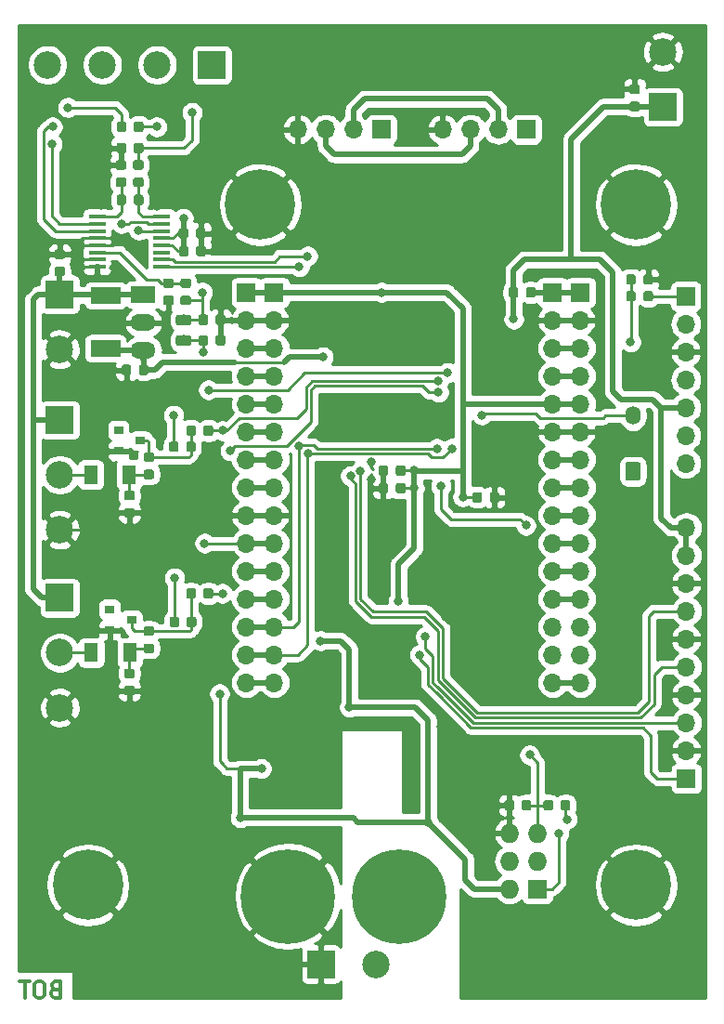
<source format=gbr>
G04 #@! TF.GenerationSoftware,KiCad,Pcbnew,(5.1.4)-1*
G04 #@! TF.CreationDate,2020-06-16T14:32:10+02:00*
G04 #@! TF.ProjectId,NodeMCU_WeatherStation,4e6f6465-4d43-4555-9f57-656174686572,rev?*
G04 #@! TF.SameCoordinates,Original*
G04 #@! TF.FileFunction,Copper,L2,Bot*
G04 #@! TF.FilePolarity,Positive*
%FSLAX46Y46*%
G04 Gerber Fmt 4.6, Leading zero omitted, Abs format (unit mm)*
G04 Created by KiCad (PCBNEW (5.1.4)-1) date 2020-06-16 14:32:10*
%MOMM*%
%LPD*%
G04 APERTURE LIST*
%ADD10C,0.300000*%
%ADD11R,1.500000X0.450000*%
%ADD12C,0.100000*%
%ADD13C,0.875000*%
%ADD14C,0.800000*%
%ADD15C,6.400000*%
%ADD16O,1.700000X1.700000*%
%ADD17R,1.700000X1.700000*%
%ADD18C,2.500000*%
%ADD19R,2.500000X2.500000*%
%ADD20O,2.300000X1.500000*%
%ADD21R,2.300000X1.500000*%
%ADD22R,2.700000X1.500000*%
%ADD23C,1.400000*%
%ADD24O,1.400000X1.700000*%
%ADD25C,0.975000*%
%ADD26O,1.727200X1.727200*%
%ADD27R,1.727200X1.727200*%
%ADD28R,0.900000X0.800000*%
%ADD29R,1.300000X1.700000*%
%ADD30C,8.600000*%
%ADD31C,0.900000*%
%ADD32C,0.250000*%
%ADD33C,0.508000*%
%ADD34C,0.254000*%
G04 APERTURE END LIST*
D10*
X70015600Y-143494457D02*
X69801314Y-143565885D01*
X69729885Y-143637314D01*
X69658457Y-143780171D01*
X69658457Y-143994457D01*
X69729885Y-144137314D01*
X69801314Y-144208742D01*
X69944171Y-144280171D01*
X70515600Y-144280171D01*
X70515600Y-142780171D01*
X70015600Y-142780171D01*
X69872742Y-142851600D01*
X69801314Y-142923028D01*
X69729885Y-143065885D01*
X69729885Y-143208742D01*
X69801314Y-143351600D01*
X69872742Y-143423028D01*
X70015600Y-143494457D01*
X70515600Y-143494457D01*
X68729885Y-142780171D02*
X68444171Y-142780171D01*
X68301314Y-142851600D01*
X68158457Y-142994457D01*
X68087028Y-143280171D01*
X68087028Y-143780171D01*
X68158457Y-144065885D01*
X68301314Y-144208742D01*
X68444171Y-144280171D01*
X68729885Y-144280171D01*
X68872742Y-144208742D01*
X69015600Y-144065885D01*
X69087028Y-143780171D01*
X69087028Y-143280171D01*
X69015600Y-142994457D01*
X68872742Y-142851600D01*
X68729885Y-142780171D01*
X67658457Y-142780171D02*
X66801314Y-142780171D01*
X67229885Y-144280171D02*
X67229885Y-142780171D01*
D11*
X79742000Y-77652200D03*
X79742000Y-77002200D03*
X79742000Y-76352200D03*
X79742000Y-75702200D03*
X79742000Y-75052200D03*
X79742000Y-74402200D03*
X79742000Y-73752200D03*
X79742000Y-73102200D03*
X73842000Y-73102200D03*
X73842000Y-73752200D03*
X73842000Y-74402200D03*
X73842000Y-75052200D03*
X73842000Y-75702200D03*
X73842000Y-76352200D03*
X73842000Y-77002200D03*
X73842000Y-77652200D03*
D12*
G36*
X82200491Y-78725253D02*
G01*
X82221726Y-78728403D01*
X82242550Y-78733619D01*
X82262762Y-78740851D01*
X82282168Y-78750030D01*
X82300581Y-78761066D01*
X82317824Y-78773854D01*
X82333730Y-78788270D01*
X82348146Y-78804176D01*
X82360934Y-78821419D01*
X82371970Y-78839832D01*
X82381149Y-78859238D01*
X82388381Y-78879450D01*
X82393597Y-78900274D01*
X82396747Y-78921509D01*
X82397800Y-78942950D01*
X82397800Y-79380450D01*
X82396747Y-79401891D01*
X82393597Y-79423126D01*
X82388381Y-79443950D01*
X82381149Y-79464162D01*
X82371970Y-79483568D01*
X82360934Y-79501981D01*
X82348146Y-79519224D01*
X82333730Y-79535130D01*
X82317824Y-79549546D01*
X82300581Y-79562334D01*
X82282168Y-79573370D01*
X82262762Y-79582549D01*
X82242550Y-79589781D01*
X82221726Y-79594997D01*
X82200491Y-79598147D01*
X82179050Y-79599200D01*
X81666550Y-79599200D01*
X81645109Y-79598147D01*
X81623874Y-79594997D01*
X81603050Y-79589781D01*
X81582838Y-79582549D01*
X81563432Y-79573370D01*
X81545019Y-79562334D01*
X81527776Y-79549546D01*
X81511870Y-79535130D01*
X81497454Y-79519224D01*
X81484666Y-79501981D01*
X81473630Y-79483568D01*
X81464451Y-79464162D01*
X81457219Y-79443950D01*
X81452003Y-79423126D01*
X81448853Y-79401891D01*
X81447800Y-79380450D01*
X81447800Y-78942950D01*
X81448853Y-78921509D01*
X81452003Y-78900274D01*
X81457219Y-78879450D01*
X81464451Y-78859238D01*
X81473630Y-78839832D01*
X81484666Y-78821419D01*
X81497454Y-78804176D01*
X81511870Y-78788270D01*
X81527776Y-78773854D01*
X81545019Y-78761066D01*
X81563432Y-78750030D01*
X81582838Y-78740851D01*
X81603050Y-78733619D01*
X81623874Y-78728403D01*
X81645109Y-78725253D01*
X81666550Y-78724200D01*
X82179050Y-78724200D01*
X82200491Y-78725253D01*
X82200491Y-78725253D01*
G37*
D13*
X81922800Y-79161700D03*
D12*
G36*
X82200491Y-80300253D02*
G01*
X82221726Y-80303403D01*
X82242550Y-80308619D01*
X82262762Y-80315851D01*
X82282168Y-80325030D01*
X82300581Y-80336066D01*
X82317824Y-80348854D01*
X82333730Y-80363270D01*
X82348146Y-80379176D01*
X82360934Y-80396419D01*
X82371970Y-80414832D01*
X82381149Y-80434238D01*
X82388381Y-80454450D01*
X82393597Y-80475274D01*
X82396747Y-80496509D01*
X82397800Y-80517950D01*
X82397800Y-80955450D01*
X82396747Y-80976891D01*
X82393597Y-80998126D01*
X82388381Y-81018950D01*
X82381149Y-81039162D01*
X82371970Y-81058568D01*
X82360934Y-81076981D01*
X82348146Y-81094224D01*
X82333730Y-81110130D01*
X82317824Y-81124546D01*
X82300581Y-81137334D01*
X82282168Y-81148370D01*
X82262762Y-81157549D01*
X82242550Y-81164781D01*
X82221726Y-81169997D01*
X82200491Y-81173147D01*
X82179050Y-81174200D01*
X81666550Y-81174200D01*
X81645109Y-81173147D01*
X81623874Y-81169997D01*
X81603050Y-81164781D01*
X81582838Y-81157549D01*
X81563432Y-81148370D01*
X81545019Y-81137334D01*
X81527776Y-81124546D01*
X81511870Y-81110130D01*
X81497454Y-81094224D01*
X81484666Y-81076981D01*
X81473630Y-81058568D01*
X81464451Y-81039162D01*
X81457219Y-81018950D01*
X81452003Y-80998126D01*
X81448853Y-80976891D01*
X81447800Y-80955450D01*
X81447800Y-80517950D01*
X81448853Y-80496509D01*
X81452003Y-80475274D01*
X81457219Y-80454450D01*
X81464451Y-80434238D01*
X81473630Y-80414832D01*
X81484666Y-80396419D01*
X81497454Y-80379176D01*
X81511870Y-80363270D01*
X81527776Y-80348854D01*
X81545019Y-80336066D01*
X81563432Y-80325030D01*
X81582838Y-80315851D01*
X81603050Y-80308619D01*
X81623874Y-80303403D01*
X81645109Y-80300253D01*
X81666550Y-80299200D01*
X82179050Y-80299200D01*
X82200491Y-80300253D01*
X82200491Y-80300253D01*
G37*
D13*
X81922800Y-80736700D03*
D12*
G36*
X80625691Y-80300253D02*
G01*
X80646926Y-80303403D01*
X80667750Y-80308619D01*
X80687962Y-80315851D01*
X80707368Y-80325030D01*
X80725781Y-80336066D01*
X80743024Y-80348854D01*
X80758930Y-80363270D01*
X80773346Y-80379176D01*
X80786134Y-80396419D01*
X80797170Y-80414832D01*
X80806349Y-80434238D01*
X80813581Y-80454450D01*
X80818797Y-80475274D01*
X80821947Y-80496509D01*
X80823000Y-80517950D01*
X80823000Y-80955450D01*
X80821947Y-80976891D01*
X80818797Y-80998126D01*
X80813581Y-81018950D01*
X80806349Y-81039162D01*
X80797170Y-81058568D01*
X80786134Y-81076981D01*
X80773346Y-81094224D01*
X80758930Y-81110130D01*
X80743024Y-81124546D01*
X80725781Y-81137334D01*
X80707368Y-81148370D01*
X80687962Y-81157549D01*
X80667750Y-81164781D01*
X80646926Y-81169997D01*
X80625691Y-81173147D01*
X80604250Y-81174200D01*
X80091750Y-81174200D01*
X80070309Y-81173147D01*
X80049074Y-81169997D01*
X80028250Y-81164781D01*
X80008038Y-81157549D01*
X79988632Y-81148370D01*
X79970219Y-81137334D01*
X79952976Y-81124546D01*
X79937070Y-81110130D01*
X79922654Y-81094224D01*
X79909866Y-81076981D01*
X79898830Y-81058568D01*
X79889651Y-81039162D01*
X79882419Y-81018950D01*
X79877203Y-80998126D01*
X79874053Y-80976891D01*
X79873000Y-80955450D01*
X79873000Y-80517950D01*
X79874053Y-80496509D01*
X79877203Y-80475274D01*
X79882419Y-80454450D01*
X79889651Y-80434238D01*
X79898830Y-80414832D01*
X79909866Y-80396419D01*
X79922654Y-80379176D01*
X79937070Y-80363270D01*
X79952976Y-80348854D01*
X79970219Y-80336066D01*
X79988632Y-80325030D01*
X80008038Y-80315851D01*
X80028250Y-80308619D01*
X80049074Y-80303403D01*
X80070309Y-80300253D01*
X80091750Y-80299200D01*
X80604250Y-80299200D01*
X80625691Y-80300253D01*
X80625691Y-80300253D01*
G37*
D13*
X80348000Y-80736700D03*
D12*
G36*
X80625691Y-78725253D02*
G01*
X80646926Y-78728403D01*
X80667750Y-78733619D01*
X80687962Y-78740851D01*
X80707368Y-78750030D01*
X80725781Y-78761066D01*
X80743024Y-78773854D01*
X80758930Y-78788270D01*
X80773346Y-78804176D01*
X80786134Y-78821419D01*
X80797170Y-78839832D01*
X80806349Y-78859238D01*
X80813581Y-78879450D01*
X80818797Y-78900274D01*
X80821947Y-78921509D01*
X80823000Y-78942950D01*
X80823000Y-79380450D01*
X80821947Y-79401891D01*
X80818797Y-79423126D01*
X80813581Y-79443950D01*
X80806349Y-79464162D01*
X80797170Y-79483568D01*
X80786134Y-79501981D01*
X80773346Y-79519224D01*
X80758930Y-79535130D01*
X80743024Y-79549546D01*
X80725781Y-79562334D01*
X80707368Y-79573370D01*
X80687962Y-79582549D01*
X80667750Y-79589781D01*
X80646926Y-79594997D01*
X80625691Y-79598147D01*
X80604250Y-79599200D01*
X80091750Y-79599200D01*
X80070309Y-79598147D01*
X80049074Y-79594997D01*
X80028250Y-79589781D01*
X80008038Y-79582549D01*
X79988632Y-79573370D01*
X79970219Y-79562334D01*
X79952976Y-79549546D01*
X79937070Y-79535130D01*
X79922654Y-79519224D01*
X79909866Y-79501981D01*
X79898830Y-79483568D01*
X79889651Y-79464162D01*
X79882419Y-79443950D01*
X79877203Y-79423126D01*
X79874053Y-79401891D01*
X79873000Y-79380450D01*
X79873000Y-78942950D01*
X79874053Y-78921509D01*
X79877203Y-78900274D01*
X79882419Y-78879450D01*
X79889651Y-78859238D01*
X79898830Y-78839832D01*
X79909866Y-78821419D01*
X79922654Y-78804176D01*
X79937070Y-78788270D01*
X79952976Y-78773854D01*
X79970219Y-78761066D01*
X79988632Y-78750030D01*
X80008038Y-78740851D01*
X80028250Y-78733619D01*
X80049074Y-78728403D01*
X80070309Y-78725253D01*
X80091750Y-78724200D01*
X80604250Y-78724200D01*
X80625691Y-78725253D01*
X80625691Y-78725253D01*
G37*
D13*
X80348000Y-79161700D03*
D14*
X90427056Y-70302944D03*
X88730000Y-69600000D03*
X87032944Y-70302944D03*
X86330000Y-72000000D03*
X87032944Y-73697056D03*
X88730000Y-74400000D03*
X90427056Y-73697056D03*
X91130000Y-72000000D03*
D15*
X88730000Y-72000000D03*
D14*
X124697056Y-132302944D03*
X123000000Y-131600000D03*
X121302944Y-132302944D03*
X120600000Y-134000000D03*
X121302944Y-135697056D03*
X123000000Y-136400000D03*
X124697056Y-135697056D03*
X125400000Y-134000000D03*
D15*
X123000000Y-134000000D03*
D14*
X124697056Y-70302944D03*
X123000000Y-69600000D03*
X121302944Y-70302944D03*
X120600000Y-72000000D03*
X121302944Y-73697056D03*
X123000000Y-74400000D03*
X124697056Y-73697056D03*
X125400000Y-72000000D03*
D15*
X123000000Y-72000000D03*
D14*
X74697056Y-132302944D03*
X73000000Y-131600000D03*
X71302944Y-132302944D03*
X70600000Y-134000000D03*
X71302944Y-135697056D03*
X73000000Y-136400000D03*
X74697056Y-135697056D03*
X75400000Y-134000000D03*
D15*
X73000000Y-134000000D03*
D16*
X127592000Y-101437600D03*
X127592000Y-103977600D03*
X127592000Y-106517600D03*
X127592000Y-109057600D03*
X127592000Y-111597600D03*
X127592000Y-114137600D03*
X127592000Y-116677600D03*
X127592000Y-119217600D03*
X127592000Y-121757600D03*
D17*
X127592000Y-124297600D03*
D18*
X125458400Y-58083600D03*
D19*
X125458400Y-63083600D03*
D12*
G36*
X123145291Y-61046853D02*
G01*
X123166526Y-61050003D01*
X123187350Y-61055219D01*
X123207562Y-61062451D01*
X123226968Y-61071630D01*
X123245381Y-61082666D01*
X123262624Y-61095454D01*
X123278530Y-61109870D01*
X123292946Y-61125776D01*
X123305734Y-61143019D01*
X123316770Y-61161432D01*
X123325949Y-61180838D01*
X123333181Y-61201050D01*
X123338397Y-61221874D01*
X123341547Y-61243109D01*
X123342600Y-61264550D01*
X123342600Y-61702050D01*
X123341547Y-61723491D01*
X123338397Y-61744726D01*
X123333181Y-61765550D01*
X123325949Y-61785762D01*
X123316770Y-61805168D01*
X123305734Y-61823581D01*
X123292946Y-61840824D01*
X123278530Y-61856730D01*
X123262624Y-61871146D01*
X123245381Y-61883934D01*
X123226968Y-61894970D01*
X123207562Y-61904149D01*
X123187350Y-61911381D01*
X123166526Y-61916597D01*
X123145291Y-61919747D01*
X123123850Y-61920800D01*
X122611350Y-61920800D01*
X122589909Y-61919747D01*
X122568674Y-61916597D01*
X122547850Y-61911381D01*
X122527638Y-61904149D01*
X122508232Y-61894970D01*
X122489819Y-61883934D01*
X122472576Y-61871146D01*
X122456670Y-61856730D01*
X122442254Y-61840824D01*
X122429466Y-61823581D01*
X122418430Y-61805168D01*
X122409251Y-61785762D01*
X122402019Y-61765550D01*
X122396803Y-61744726D01*
X122393653Y-61723491D01*
X122392600Y-61702050D01*
X122392600Y-61264550D01*
X122393653Y-61243109D01*
X122396803Y-61221874D01*
X122402019Y-61201050D01*
X122409251Y-61180838D01*
X122418430Y-61161432D01*
X122429466Y-61143019D01*
X122442254Y-61125776D01*
X122456670Y-61109870D01*
X122472576Y-61095454D01*
X122489819Y-61082666D01*
X122508232Y-61071630D01*
X122527638Y-61062451D01*
X122547850Y-61055219D01*
X122568674Y-61050003D01*
X122589909Y-61046853D01*
X122611350Y-61045800D01*
X123123850Y-61045800D01*
X123145291Y-61046853D01*
X123145291Y-61046853D01*
G37*
D13*
X122867600Y-61483300D03*
D12*
G36*
X123145291Y-62621853D02*
G01*
X123166526Y-62625003D01*
X123187350Y-62630219D01*
X123207562Y-62637451D01*
X123226968Y-62646630D01*
X123245381Y-62657666D01*
X123262624Y-62670454D01*
X123278530Y-62684870D01*
X123292946Y-62700776D01*
X123305734Y-62718019D01*
X123316770Y-62736432D01*
X123325949Y-62755838D01*
X123333181Y-62776050D01*
X123338397Y-62796874D01*
X123341547Y-62818109D01*
X123342600Y-62839550D01*
X123342600Y-63277050D01*
X123341547Y-63298491D01*
X123338397Y-63319726D01*
X123333181Y-63340550D01*
X123325949Y-63360762D01*
X123316770Y-63380168D01*
X123305734Y-63398581D01*
X123292946Y-63415824D01*
X123278530Y-63431730D01*
X123262624Y-63446146D01*
X123245381Y-63458934D01*
X123226968Y-63469970D01*
X123207562Y-63479149D01*
X123187350Y-63486381D01*
X123166526Y-63491597D01*
X123145291Y-63494747D01*
X123123850Y-63495800D01*
X122611350Y-63495800D01*
X122589909Y-63494747D01*
X122568674Y-63491597D01*
X122547850Y-63486381D01*
X122527638Y-63479149D01*
X122508232Y-63469970D01*
X122489819Y-63458934D01*
X122472576Y-63446146D01*
X122456670Y-63431730D01*
X122442254Y-63415824D01*
X122429466Y-63398581D01*
X122418430Y-63380168D01*
X122409251Y-63360762D01*
X122402019Y-63340550D01*
X122396803Y-63319726D01*
X122393653Y-63298491D01*
X122392600Y-63277050D01*
X122392600Y-62839550D01*
X122393653Y-62818109D01*
X122396803Y-62796874D01*
X122402019Y-62776050D01*
X122409251Y-62755838D01*
X122418430Y-62736432D01*
X122429466Y-62718019D01*
X122442254Y-62700776D01*
X122456670Y-62684870D01*
X122472576Y-62670454D01*
X122489819Y-62657666D01*
X122508232Y-62646630D01*
X122527638Y-62637451D01*
X122547850Y-62630219D01*
X122568674Y-62625003D01*
X122589909Y-62621853D01*
X122611350Y-62620800D01*
X123123850Y-62620800D01*
X123145291Y-62621853D01*
X123145291Y-62621853D01*
G37*
D13*
X122867600Y-63058300D03*
D20*
X78062000Y-85283200D03*
X78062000Y-82743200D03*
D21*
X78062000Y-80203200D03*
D12*
G36*
X112058691Y-79526053D02*
G01*
X112079926Y-79529203D01*
X112100750Y-79534419D01*
X112120962Y-79541651D01*
X112140368Y-79550830D01*
X112158781Y-79561866D01*
X112176024Y-79574654D01*
X112191930Y-79589070D01*
X112206346Y-79604976D01*
X112219134Y-79622219D01*
X112230170Y-79640632D01*
X112239349Y-79660038D01*
X112246581Y-79680250D01*
X112251797Y-79701074D01*
X112254947Y-79722309D01*
X112256000Y-79743750D01*
X112256000Y-80256250D01*
X112254947Y-80277691D01*
X112251797Y-80298926D01*
X112246581Y-80319750D01*
X112239349Y-80339962D01*
X112230170Y-80359368D01*
X112219134Y-80377781D01*
X112206346Y-80395024D01*
X112191930Y-80410930D01*
X112176024Y-80425346D01*
X112158781Y-80438134D01*
X112140368Y-80449170D01*
X112120962Y-80458349D01*
X112100750Y-80465581D01*
X112079926Y-80470797D01*
X112058691Y-80473947D01*
X112037250Y-80475000D01*
X111599750Y-80475000D01*
X111578309Y-80473947D01*
X111557074Y-80470797D01*
X111536250Y-80465581D01*
X111516038Y-80458349D01*
X111496632Y-80449170D01*
X111478219Y-80438134D01*
X111460976Y-80425346D01*
X111445070Y-80410930D01*
X111430654Y-80395024D01*
X111417866Y-80377781D01*
X111406830Y-80359368D01*
X111397651Y-80339962D01*
X111390419Y-80319750D01*
X111385203Y-80298926D01*
X111382053Y-80277691D01*
X111381000Y-80256250D01*
X111381000Y-79743750D01*
X111382053Y-79722309D01*
X111385203Y-79701074D01*
X111390419Y-79680250D01*
X111397651Y-79660038D01*
X111406830Y-79640632D01*
X111417866Y-79622219D01*
X111430654Y-79604976D01*
X111445070Y-79589070D01*
X111460976Y-79574654D01*
X111478219Y-79561866D01*
X111496632Y-79550830D01*
X111516038Y-79541651D01*
X111536250Y-79534419D01*
X111557074Y-79529203D01*
X111578309Y-79526053D01*
X111599750Y-79525000D01*
X112037250Y-79525000D01*
X112058691Y-79526053D01*
X112058691Y-79526053D01*
G37*
D13*
X111818500Y-80000000D03*
D12*
G36*
X113633691Y-79526053D02*
G01*
X113654926Y-79529203D01*
X113675750Y-79534419D01*
X113695962Y-79541651D01*
X113715368Y-79550830D01*
X113733781Y-79561866D01*
X113751024Y-79574654D01*
X113766930Y-79589070D01*
X113781346Y-79604976D01*
X113794134Y-79622219D01*
X113805170Y-79640632D01*
X113814349Y-79660038D01*
X113821581Y-79680250D01*
X113826797Y-79701074D01*
X113829947Y-79722309D01*
X113831000Y-79743750D01*
X113831000Y-80256250D01*
X113829947Y-80277691D01*
X113826797Y-80298926D01*
X113821581Y-80319750D01*
X113814349Y-80339962D01*
X113805170Y-80359368D01*
X113794134Y-80377781D01*
X113781346Y-80395024D01*
X113766930Y-80410930D01*
X113751024Y-80425346D01*
X113733781Y-80438134D01*
X113715368Y-80449170D01*
X113695962Y-80458349D01*
X113675750Y-80465581D01*
X113654926Y-80470797D01*
X113633691Y-80473947D01*
X113612250Y-80475000D01*
X113174750Y-80475000D01*
X113153309Y-80473947D01*
X113132074Y-80470797D01*
X113111250Y-80465581D01*
X113091038Y-80458349D01*
X113071632Y-80449170D01*
X113053219Y-80438134D01*
X113035976Y-80425346D01*
X113020070Y-80410930D01*
X113005654Y-80395024D01*
X112992866Y-80377781D01*
X112981830Y-80359368D01*
X112972651Y-80339962D01*
X112965419Y-80319750D01*
X112960203Y-80298926D01*
X112957053Y-80277691D01*
X112956000Y-80256250D01*
X112956000Y-79743750D01*
X112957053Y-79722309D01*
X112960203Y-79701074D01*
X112965419Y-79680250D01*
X112972651Y-79660038D01*
X112981830Y-79640632D01*
X112992866Y-79622219D01*
X113005654Y-79604976D01*
X113020070Y-79589070D01*
X113035976Y-79574654D01*
X113053219Y-79561866D01*
X113071632Y-79550830D01*
X113091038Y-79541651D01*
X113111250Y-79534419D01*
X113132074Y-79529203D01*
X113153309Y-79526053D01*
X113174750Y-79525000D01*
X113612250Y-79525000D01*
X113633691Y-79526053D01*
X113633691Y-79526053D01*
G37*
D13*
X113393500Y-80000000D03*
D22*
X74607600Y-85092400D03*
X74607600Y-80292400D03*
D12*
G36*
X76752691Y-86587253D02*
G01*
X76773926Y-86590403D01*
X76794750Y-86595619D01*
X76814962Y-86602851D01*
X76834368Y-86612030D01*
X76852781Y-86623066D01*
X76870024Y-86635854D01*
X76885930Y-86650270D01*
X76900346Y-86666176D01*
X76913134Y-86683419D01*
X76924170Y-86701832D01*
X76933349Y-86721238D01*
X76940581Y-86741450D01*
X76945797Y-86762274D01*
X76948947Y-86783509D01*
X76950000Y-86804950D01*
X76950000Y-87317450D01*
X76948947Y-87338891D01*
X76945797Y-87360126D01*
X76940581Y-87380950D01*
X76933349Y-87401162D01*
X76924170Y-87420568D01*
X76913134Y-87438981D01*
X76900346Y-87456224D01*
X76885930Y-87472130D01*
X76870024Y-87486546D01*
X76852781Y-87499334D01*
X76834368Y-87510370D01*
X76814962Y-87519549D01*
X76794750Y-87526781D01*
X76773926Y-87531997D01*
X76752691Y-87535147D01*
X76731250Y-87536200D01*
X76293750Y-87536200D01*
X76272309Y-87535147D01*
X76251074Y-87531997D01*
X76230250Y-87526781D01*
X76210038Y-87519549D01*
X76190632Y-87510370D01*
X76172219Y-87499334D01*
X76154976Y-87486546D01*
X76139070Y-87472130D01*
X76124654Y-87456224D01*
X76111866Y-87438981D01*
X76100830Y-87420568D01*
X76091651Y-87401162D01*
X76084419Y-87380950D01*
X76079203Y-87360126D01*
X76076053Y-87338891D01*
X76075000Y-87317450D01*
X76075000Y-86804950D01*
X76076053Y-86783509D01*
X76079203Y-86762274D01*
X76084419Y-86741450D01*
X76091651Y-86721238D01*
X76100830Y-86701832D01*
X76111866Y-86683419D01*
X76124654Y-86666176D01*
X76139070Y-86650270D01*
X76154976Y-86635854D01*
X76172219Y-86623066D01*
X76190632Y-86612030D01*
X76210038Y-86602851D01*
X76230250Y-86595619D01*
X76251074Y-86590403D01*
X76272309Y-86587253D01*
X76293750Y-86586200D01*
X76731250Y-86586200D01*
X76752691Y-86587253D01*
X76752691Y-86587253D01*
G37*
D13*
X76512500Y-87061200D03*
D12*
G36*
X78327691Y-86587253D02*
G01*
X78348926Y-86590403D01*
X78369750Y-86595619D01*
X78389962Y-86602851D01*
X78409368Y-86612030D01*
X78427781Y-86623066D01*
X78445024Y-86635854D01*
X78460930Y-86650270D01*
X78475346Y-86666176D01*
X78488134Y-86683419D01*
X78499170Y-86701832D01*
X78508349Y-86721238D01*
X78515581Y-86741450D01*
X78520797Y-86762274D01*
X78523947Y-86783509D01*
X78525000Y-86804950D01*
X78525000Y-87317450D01*
X78523947Y-87338891D01*
X78520797Y-87360126D01*
X78515581Y-87380950D01*
X78508349Y-87401162D01*
X78499170Y-87420568D01*
X78488134Y-87438981D01*
X78475346Y-87456224D01*
X78460930Y-87472130D01*
X78445024Y-87486546D01*
X78427781Y-87499334D01*
X78409368Y-87510370D01*
X78389962Y-87519549D01*
X78369750Y-87526781D01*
X78348926Y-87531997D01*
X78327691Y-87535147D01*
X78306250Y-87536200D01*
X77868750Y-87536200D01*
X77847309Y-87535147D01*
X77826074Y-87531997D01*
X77805250Y-87526781D01*
X77785038Y-87519549D01*
X77765632Y-87510370D01*
X77747219Y-87499334D01*
X77729976Y-87486546D01*
X77714070Y-87472130D01*
X77699654Y-87456224D01*
X77686866Y-87438981D01*
X77675830Y-87420568D01*
X77666651Y-87401162D01*
X77659419Y-87380950D01*
X77654203Y-87360126D01*
X77651053Y-87338891D01*
X77650000Y-87317450D01*
X77650000Y-86804950D01*
X77651053Y-86783509D01*
X77654203Y-86762274D01*
X77659419Y-86741450D01*
X77666651Y-86721238D01*
X77675830Y-86701832D01*
X77686866Y-86683419D01*
X77699654Y-86666176D01*
X77714070Y-86650270D01*
X77729976Y-86635854D01*
X77747219Y-86623066D01*
X77765632Y-86612030D01*
X77785038Y-86602851D01*
X77805250Y-86595619D01*
X77826074Y-86590403D01*
X77847309Y-86587253D01*
X77868750Y-86586200D01*
X78306250Y-86586200D01*
X78327691Y-86587253D01*
X78327691Y-86587253D01*
G37*
D13*
X78087500Y-87061200D03*
D12*
G36*
X123190426Y-95458000D02*
G01*
X123214617Y-95461588D01*
X123238339Y-95467530D01*
X123261365Y-95475769D01*
X123283472Y-95486225D01*
X123304448Y-95498798D01*
X123324091Y-95513366D01*
X123342211Y-95529789D01*
X123358634Y-95547909D01*
X123373202Y-95567552D01*
X123385775Y-95588528D01*
X123396231Y-95610635D01*
X123404470Y-95633661D01*
X123410412Y-95657383D01*
X123414000Y-95681574D01*
X123415200Y-95706000D01*
X123415200Y-96907600D01*
X123414000Y-96932026D01*
X123410412Y-96956217D01*
X123404470Y-96979939D01*
X123396231Y-97002965D01*
X123385775Y-97025072D01*
X123373202Y-97046048D01*
X123358634Y-97065691D01*
X123342211Y-97083811D01*
X123324091Y-97100234D01*
X123304448Y-97114802D01*
X123283472Y-97127375D01*
X123261365Y-97137831D01*
X123238339Y-97146070D01*
X123214617Y-97152012D01*
X123190426Y-97155600D01*
X123166000Y-97156800D01*
X122264400Y-97156800D01*
X122239974Y-97155600D01*
X122215783Y-97152012D01*
X122192061Y-97146070D01*
X122169035Y-97137831D01*
X122146928Y-97127375D01*
X122125952Y-97114802D01*
X122106309Y-97100234D01*
X122088189Y-97083811D01*
X122071766Y-97065691D01*
X122057198Y-97046048D01*
X122044625Y-97025072D01*
X122034169Y-97002965D01*
X122025930Y-96979939D01*
X122019988Y-96956217D01*
X122016400Y-96932026D01*
X122015200Y-96907600D01*
X122015200Y-95706000D01*
X122016400Y-95681574D01*
X122019988Y-95657383D01*
X122025930Y-95633661D01*
X122034169Y-95610635D01*
X122044625Y-95588528D01*
X122057198Y-95567552D01*
X122071766Y-95547909D01*
X122088189Y-95529789D01*
X122106309Y-95513366D01*
X122125952Y-95498798D01*
X122146928Y-95486225D01*
X122169035Y-95475769D01*
X122192061Y-95467530D01*
X122215783Y-95461588D01*
X122239974Y-95458000D01*
X122264400Y-95456800D01*
X123166000Y-95456800D01*
X123190426Y-95458000D01*
X123190426Y-95458000D01*
G37*
D23*
X122715200Y-96306800D03*
D24*
X122715200Y-91226800D03*
D12*
G36*
X70719691Y-76083653D02*
G01*
X70740926Y-76086803D01*
X70761750Y-76092019D01*
X70781962Y-76099251D01*
X70801368Y-76108430D01*
X70819781Y-76119466D01*
X70837024Y-76132254D01*
X70852930Y-76146670D01*
X70867346Y-76162576D01*
X70880134Y-76179819D01*
X70891170Y-76198232D01*
X70900349Y-76217638D01*
X70907581Y-76237850D01*
X70912797Y-76258674D01*
X70915947Y-76279909D01*
X70917000Y-76301350D01*
X70917000Y-76738850D01*
X70915947Y-76760291D01*
X70912797Y-76781526D01*
X70907581Y-76802350D01*
X70900349Y-76822562D01*
X70891170Y-76841968D01*
X70880134Y-76860381D01*
X70867346Y-76877624D01*
X70852930Y-76893530D01*
X70837024Y-76907946D01*
X70819781Y-76920734D01*
X70801368Y-76931770D01*
X70781962Y-76940949D01*
X70761750Y-76948181D01*
X70740926Y-76953397D01*
X70719691Y-76956547D01*
X70698250Y-76957600D01*
X70185750Y-76957600D01*
X70164309Y-76956547D01*
X70143074Y-76953397D01*
X70122250Y-76948181D01*
X70102038Y-76940949D01*
X70082632Y-76931770D01*
X70064219Y-76920734D01*
X70046976Y-76907946D01*
X70031070Y-76893530D01*
X70016654Y-76877624D01*
X70003866Y-76860381D01*
X69992830Y-76841968D01*
X69983651Y-76822562D01*
X69976419Y-76802350D01*
X69971203Y-76781526D01*
X69968053Y-76760291D01*
X69967000Y-76738850D01*
X69967000Y-76301350D01*
X69968053Y-76279909D01*
X69971203Y-76258674D01*
X69976419Y-76237850D01*
X69983651Y-76217638D01*
X69992830Y-76198232D01*
X70003866Y-76179819D01*
X70016654Y-76162576D01*
X70031070Y-76146670D01*
X70046976Y-76132254D01*
X70064219Y-76119466D01*
X70082632Y-76108430D01*
X70102038Y-76099251D01*
X70122250Y-76092019D01*
X70143074Y-76086803D01*
X70164309Y-76083653D01*
X70185750Y-76082600D01*
X70698250Y-76082600D01*
X70719691Y-76083653D01*
X70719691Y-76083653D01*
G37*
D13*
X70442000Y-76520100D03*
D12*
G36*
X70719691Y-77658653D02*
G01*
X70740926Y-77661803D01*
X70761750Y-77667019D01*
X70781962Y-77674251D01*
X70801368Y-77683430D01*
X70819781Y-77694466D01*
X70837024Y-77707254D01*
X70852930Y-77721670D01*
X70867346Y-77737576D01*
X70880134Y-77754819D01*
X70891170Y-77773232D01*
X70900349Y-77792638D01*
X70907581Y-77812850D01*
X70912797Y-77833674D01*
X70915947Y-77854909D01*
X70917000Y-77876350D01*
X70917000Y-78313850D01*
X70915947Y-78335291D01*
X70912797Y-78356526D01*
X70907581Y-78377350D01*
X70900349Y-78397562D01*
X70891170Y-78416968D01*
X70880134Y-78435381D01*
X70867346Y-78452624D01*
X70852930Y-78468530D01*
X70837024Y-78482946D01*
X70819781Y-78495734D01*
X70801368Y-78506770D01*
X70781962Y-78515949D01*
X70761750Y-78523181D01*
X70740926Y-78528397D01*
X70719691Y-78531547D01*
X70698250Y-78532600D01*
X70185750Y-78532600D01*
X70164309Y-78531547D01*
X70143074Y-78528397D01*
X70122250Y-78523181D01*
X70102038Y-78515949D01*
X70082632Y-78506770D01*
X70064219Y-78495734D01*
X70046976Y-78482946D01*
X70031070Y-78468530D01*
X70016654Y-78452624D01*
X70003866Y-78435381D01*
X69992830Y-78416968D01*
X69983651Y-78397562D01*
X69976419Y-78377350D01*
X69971203Y-78356526D01*
X69968053Y-78335291D01*
X69967000Y-78313850D01*
X69967000Y-77876350D01*
X69968053Y-77854909D01*
X69971203Y-77833674D01*
X69976419Y-77812850D01*
X69983651Y-77792638D01*
X69992830Y-77773232D01*
X70003866Y-77754819D01*
X70016654Y-77737576D01*
X70031070Y-77721670D01*
X70046976Y-77707254D01*
X70064219Y-77694466D01*
X70082632Y-77683430D01*
X70102038Y-77674251D01*
X70122250Y-77667019D01*
X70143074Y-77661803D01*
X70164309Y-77658653D01*
X70185750Y-77657600D01*
X70698250Y-77657600D01*
X70719691Y-77658653D01*
X70719691Y-77658653D01*
G37*
D13*
X70442000Y-78095100D03*
D12*
G36*
X82199742Y-82030574D02*
G01*
X82223403Y-82034084D01*
X82246607Y-82039896D01*
X82269129Y-82047954D01*
X82290753Y-82058182D01*
X82311270Y-82070479D01*
X82330483Y-82084729D01*
X82348207Y-82100793D01*
X82364271Y-82118517D01*
X82378521Y-82137730D01*
X82390818Y-82158247D01*
X82401046Y-82179871D01*
X82409104Y-82202393D01*
X82414916Y-82225597D01*
X82418426Y-82249258D01*
X82419600Y-82273150D01*
X82419600Y-82760650D01*
X82418426Y-82784542D01*
X82414916Y-82808203D01*
X82409104Y-82831407D01*
X82401046Y-82853929D01*
X82390818Y-82875553D01*
X82378521Y-82896070D01*
X82364271Y-82915283D01*
X82348207Y-82933007D01*
X82330483Y-82949071D01*
X82311270Y-82963321D01*
X82290753Y-82975618D01*
X82269129Y-82985846D01*
X82246607Y-82993904D01*
X82223403Y-82999716D01*
X82199742Y-83003226D01*
X82175850Y-83004400D01*
X81263350Y-83004400D01*
X81239458Y-83003226D01*
X81215797Y-82999716D01*
X81192593Y-82993904D01*
X81170071Y-82985846D01*
X81148447Y-82975618D01*
X81127930Y-82963321D01*
X81108717Y-82949071D01*
X81090993Y-82933007D01*
X81074929Y-82915283D01*
X81060679Y-82896070D01*
X81048382Y-82875553D01*
X81038154Y-82853929D01*
X81030096Y-82831407D01*
X81024284Y-82808203D01*
X81020774Y-82784542D01*
X81019600Y-82760650D01*
X81019600Y-82273150D01*
X81020774Y-82249258D01*
X81024284Y-82225597D01*
X81030096Y-82202393D01*
X81038154Y-82179871D01*
X81048382Y-82158247D01*
X81060679Y-82137730D01*
X81074929Y-82118517D01*
X81090993Y-82100793D01*
X81108717Y-82084729D01*
X81127930Y-82070479D01*
X81148447Y-82058182D01*
X81170071Y-82047954D01*
X81192593Y-82039896D01*
X81215797Y-82034084D01*
X81239458Y-82030574D01*
X81263350Y-82029400D01*
X82175850Y-82029400D01*
X82199742Y-82030574D01*
X82199742Y-82030574D01*
G37*
D25*
X81719600Y-82516900D03*
D12*
G36*
X82199742Y-83905574D02*
G01*
X82223403Y-83909084D01*
X82246607Y-83914896D01*
X82269129Y-83922954D01*
X82290753Y-83933182D01*
X82311270Y-83945479D01*
X82330483Y-83959729D01*
X82348207Y-83975793D01*
X82364271Y-83993517D01*
X82378521Y-84012730D01*
X82390818Y-84033247D01*
X82401046Y-84054871D01*
X82409104Y-84077393D01*
X82414916Y-84100597D01*
X82418426Y-84124258D01*
X82419600Y-84148150D01*
X82419600Y-84635650D01*
X82418426Y-84659542D01*
X82414916Y-84683203D01*
X82409104Y-84706407D01*
X82401046Y-84728929D01*
X82390818Y-84750553D01*
X82378521Y-84771070D01*
X82364271Y-84790283D01*
X82348207Y-84808007D01*
X82330483Y-84824071D01*
X82311270Y-84838321D01*
X82290753Y-84850618D01*
X82269129Y-84860846D01*
X82246607Y-84868904D01*
X82223403Y-84874716D01*
X82199742Y-84878226D01*
X82175850Y-84879400D01*
X81263350Y-84879400D01*
X81239458Y-84878226D01*
X81215797Y-84874716D01*
X81192593Y-84868904D01*
X81170071Y-84860846D01*
X81148447Y-84850618D01*
X81127930Y-84838321D01*
X81108717Y-84824071D01*
X81090993Y-84808007D01*
X81074929Y-84790283D01*
X81060679Y-84771070D01*
X81048382Y-84750553D01*
X81038154Y-84728929D01*
X81030096Y-84706407D01*
X81024284Y-84683203D01*
X81020774Y-84659542D01*
X81019600Y-84635650D01*
X81019600Y-84148150D01*
X81020774Y-84124258D01*
X81024284Y-84100597D01*
X81030096Y-84077393D01*
X81038154Y-84054871D01*
X81048382Y-84033247D01*
X81060679Y-84012730D01*
X81074929Y-83993517D01*
X81090993Y-83975793D01*
X81108717Y-83959729D01*
X81127930Y-83945479D01*
X81148447Y-83933182D01*
X81170071Y-83922954D01*
X81192593Y-83914896D01*
X81215797Y-83909084D01*
X81239458Y-83905574D01*
X81263350Y-83904400D01*
X82175850Y-83904400D01*
X82199742Y-83905574D01*
X82199742Y-83905574D01*
G37*
D25*
X81719600Y-84391900D03*
D12*
G36*
X85338091Y-82015253D02*
G01*
X85359326Y-82018403D01*
X85380150Y-82023619D01*
X85400362Y-82030851D01*
X85419768Y-82040030D01*
X85438181Y-82051066D01*
X85455424Y-82063854D01*
X85471330Y-82078270D01*
X85485746Y-82094176D01*
X85498534Y-82111419D01*
X85509570Y-82129832D01*
X85518749Y-82149238D01*
X85525981Y-82169450D01*
X85531197Y-82190274D01*
X85534347Y-82211509D01*
X85535400Y-82232950D01*
X85535400Y-82745450D01*
X85534347Y-82766891D01*
X85531197Y-82788126D01*
X85525981Y-82808950D01*
X85518749Y-82829162D01*
X85509570Y-82848568D01*
X85498534Y-82866981D01*
X85485746Y-82884224D01*
X85471330Y-82900130D01*
X85455424Y-82914546D01*
X85438181Y-82927334D01*
X85419768Y-82938370D01*
X85400362Y-82947549D01*
X85380150Y-82954781D01*
X85359326Y-82959997D01*
X85338091Y-82963147D01*
X85316650Y-82964200D01*
X84879150Y-82964200D01*
X84857709Y-82963147D01*
X84836474Y-82959997D01*
X84815650Y-82954781D01*
X84795438Y-82947549D01*
X84776032Y-82938370D01*
X84757619Y-82927334D01*
X84740376Y-82914546D01*
X84724470Y-82900130D01*
X84710054Y-82884224D01*
X84697266Y-82866981D01*
X84686230Y-82848568D01*
X84677051Y-82829162D01*
X84669819Y-82808950D01*
X84664603Y-82788126D01*
X84661453Y-82766891D01*
X84660400Y-82745450D01*
X84660400Y-82232950D01*
X84661453Y-82211509D01*
X84664603Y-82190274D01*
X84669819Y-82169450D01*
X84677051Y-82149238D01*
X84686230Y-82129832D01*
X84697266Y-82111419D01*
X84710054Y-82094176D01*
X84724470Y-82078270D01*
X84740376Y-82063854D01*
X84757619Y-82051066D01*
X84776032Y-82040030D01*
X84795438Y-82030851D01*
X84815650Y-82023619D01*
X84836474Y-82018403D01*
X84857709Y-82015253D01*
X84879150Y-82014200D01*
X85316650Y-82014200D01*
X85338091Y-82015253D01*
X85338091Y-82015253D01*
G37*
D13*
X85097900Y-82489200D03*
D12*
G36*
X83763091Y-82015253D02*
G01*
X83784326Y-82018403D01*
X83805150Y-82023619D01*
X83825362Y-82030851D01*
X83844768Y-82040030D01*
X83863181Y-82051066D01*
X83880424Y-82063854D01*
X83896330Y-82078270D01*
X83910746Y-82094176D01*
X83923534Y-82111419D01*
X83934570Y-82129832D01*
X83943749Y-82149238D01*
X83950981Y-82169450D01*
X83956197Y-82190274D01*
X83959347Y-82211509D01*
X83960400Y-82232950D01*
X83960400Y-82745450D01*
X83959347Y-82766891D01*
X83956197Y-82788126D01*
X83950981Y-82808950D01*
X83943749Y-82829162D01*
X83934570Y-82848568D01*
X83923534Y-82866981D01*
X83910746Y-82884224D01*
X83896330Y-82900130D01*
X83880424Y-82914546D01*
X83863181Y-82927334D01*
X83844768Y-82938370D01*
X83825362Y-82947549D01*
X83805150Y-82954781D01*
X83784326Y-82959997D01*
X83763091Y-82963147D01*
X83741650Y-82964200D01*
X83304150Y-82964200D01*
X83282709Y-82963147D01*
X83261474Y-82959997D01*
X83240650Y-82954781D01*
X83220438Y-82947549D01*
X83201032Y-82938370D01*
X83182619Y-82927334D01*
X83165376Y-82914546D01*
X83149470Y-82900130D01*
X83135054Y-82884224D01*
X83122266Y-82866981D01*
X83111230Y-82848568D01*
X83102051Y-82829162D01*
X83094819Y-82808950D01*
X83089603Y-82788126D01*
X83086453Y-82766891D01*
X83085400Y-82745450D01*
X83085400Y-82232950D01*
X83086453Y-82211509D01*
X83089603Y-82190274D01*
X83094819Y-82169450D01*
X83102051Y-82149238D01*
X83111230Y-82129832D01*
X83122266Y-82111419D01*
X83135054Y-82094176D01*
X83149470Y-82078270D01*
X83165376Y-82063854D01*
X83182619Y-82051066D01*
X83201032Y-82040030D01*
X83220438Y-82030851D01*
X83240650Y-82023619D01*
X83261474Y-82018403D01*
X83282709Y-82015253D01*
X83304150Y-82014200D01*
X83741650Y-82014200D01*
X83763091Y-82015253D01*
X83763091Y-82015253D01*
G37*
D13*
X83522900Y-82489200D03*
D12*
G36*
X85338091Y-83894853D02*
G01*
X85359326Y-83898003D01*
X85380150Y-83903219D01*
X85400362Y-83910451D01*
X85419768Y-83919630D01*
X85438181Y-83930666D01*
X85455424Y-83943454D01*
X85471330Y-83957870D01*
X85485746Y-83973776D01*
X85498534Y-83991019D01*
X85509570Y-84009432D01*
X85518749Y-84028838D01*
X85525981Y-84049050D01*
X85531197Y-84069874D01*
X85534347Y-84091109D01*
X85535400Y-84112550D01*
X85535400Y-84625050D01*
X85534347Y-84646491D01*
X85531197Y-84667726D01*
X85525981Y-84688550D01*
X85518749Y-84708762D01*
X85509570Y-84728168D01*
X85498534Y-84746581D01*
X85485746Y-84763824D01*
X85471330Y-84779730D01*
X85455424Y-84794146D01*
X85438181Y-84806934D01*
X85419768Y-84817970D01*
X85400362Y-84827149D01*
X85380150Y-84834381D01*
X85359326Y-84839597D01*
X85338091Y-84842747D01*
X85316650Y-84843800D01*
X84879150Y-84843800D01*
X84857709Y-84842747D01*
X84836474Y-84839597D01*
X84815650Y-84834381D01*
X84795438Y-84827149D01*
X84776032Y-84817970D01*
X84757619Y-84806934D01*
X84740376Y-84794146D01*
X84724470Y-84779730D01*
X84710054Y-84763824D01*
X84697266Y-84746581D01*
X84686230Y-84728168D01*
X84677051Y-84708762D01*
X84669819Y-84688550D01*
X84664603Y-84667726D01*
X84661453Y-84646491D01*
X84660400Y-84625050D01*
X84660400Y-84112550D01*
X84661453Y-84091109D01*
X84664603Y-84069874D01*
X84669819Y-84049050D01*
X84677051Y-84028838D01*
X84686230Y-84009432D01*
X84697266Y-83991019D01*
X84710054Y-83973776D01*
X84724470Y-83957870D01*
X84740376Y-83943454D01*
X84757619Y-83930666D01*
X84776032Y-83919630D01*
X84795438Y-83910451D01*
X84815650Y-83903219D01*
X84836474Y-83898003D01*
X84857709Y-83894853D01*
X84879150Y-83893800D01*
X85316650Y-83893800D01*
X85338091Y-83894853D01*
X85338091Y-83894853D01*
G37*
D13*
X85097900Y-84368800D03*
D12*
G36*
X83763091Y-83894853D02*
G01*
X83784326Y-83898003D01*
X83805150Y-83903219D01*
X83825362Y-83910451D01*
X83844768Y-83919630D01*
X83863181Y-83930666D01*
X83880424Y-83943454D01*
X83896330Y-83957870D01*
X83910746Y-83973776D01*
X83923534Y-83991019D01*
X83934570Y-84009432D01*
X83943749Y-84028838D01*
X83950981Y-84049050D01*
X83956197Y-84069874D01*
X83959347Y-84091109D01*
X83960400Y-84112550D01*
X83960400Y-84625050D01*
X83959347Y-84646491D01*
X83956197Y-84667726D01*
X83950981Y-84688550D01*
X83943749Y-84708762D01*
X83934570Y-84728168D01*
X83923534Y-84746581D01*
X83910746Y-84763824D01*
X83896330Y-84779730D01*
X83880424Y-84794146D01*
X83863181Y-84806934D01*
X83844768Y-84817970D01*
X83825362Y-84827149D01*
X83805150Y-84834381D01*
X83784326Y-84839597D01*
X83763091Y-84842747D01*
X83741650Y-84843800D01*
X83304150Y-84843800D01*
X83282709Y-84842747D01*
X83261474Y-84839597D01*
X83240650Y-84834381D01*
X83220438Y-84827149D01*
X83201032Y-84817970D01*
X83182619Y-84806934D01*
X83165376Y-84794146D01*
X83149470Y-84779730D01*
X83135054Y-84763824D01*
X83122266Y-84746581D01*
X83111230Y-84728168D01*
X83102051Y-84708762D01*
X83094819Y-84688550D01*
X83089603Y-84667726D01*
X83086453Y-84646491D01*
X83085400Y-84625050D01*
X83085400Y-84112550D01*
X83086453Y-84091109D01*
X83089603Y-84069874D01*
X83094819Y-84049050D01*
X83102051Y-84028838D01*
X83111230Y-84009432D01*
X83122266Y-83991019D01*
X83135054Y-83973776D01*
X83149470Y-83957870D01*
X83165376Y-83943454D01*
X83182619Y-83930666D01*
X83201032Y-83919630D01*
X83220438Y-83910451D01*
X83240650Y-83903219D01*
X83261474Y-83898003D01*
X83282709Y-83894853D01*
X83304150Y-83893800D01*
X83741650Y-83893800D01*
X83763091Y-83894853D01*
X83763091Y-83894853D01*
G37*
D13*
X83522900Y-84368800D03*
D18*
X99267200Y-141214000D03*
D19*
X94267200Y-141214000D03*
D26*
X111463000Y-129276000D03*
X114003000Y-129276000D03*
X111463000Y-131816000D03*
X114003000Y-131816000D03*
X111463000Y-134356000D03*
D27*
X114003000Y-134356000D03*
D28*
X76979200Y-109819600D03*
X74979200Y-108869600D03*
X74979200Y-110769600D03*
X77792000Y-93512800D03*
X75792000Y-92562800D03*
X75792000Y-94462800D03*
D12*
G36*
X84220491Y-106958053D02*
G01*
X84241726Y-106961203D01*
X84262550Y-106966419D01*
X84282762Y-106973651D01*
X84302168Y-106982830D01*
X84320581Y-106993866D01*
X84337824Y-107006654D01*
X84353730Y-107021070D01*
X84368146Y-107036976D01*
X84380934Y-107054219D01*
X84391970Y-107072632D01*
X84401149Y-107092038D01*
X84408381Y-107112250D01*
X84413597Y-107133074D01*
X84416747Y-107154309D01*
X84417800Y-107175750D01*
X84417800Y-107688250D01*
X84416747Y-107709691D01*
X84413597Y-107730926D01*
X84408381Y-107751750D01*
X84401149Y-107771962D01*
X84391970Y-107791368D01*
X84380934Y-107809781D01*
X84368146Y-107827024D01*
X84353730Y-107842930D01*
X84337824Y-107857346D01*
X84320581Y-107870134D01*
X84302168Y-107881170D01*
X84282762Y-107890349D01*
X84262550Y-107897581D01*
X84241726Y-107902797D01*
X84220491Y-107905947D01*
X84199050Y-107907000D01*
X83761550Y-107907000D01*
X83740109Y-107905947D01*
X83718874Y-107902797D01*
X83698050Y-107897581D01*
X83677838Y-107890349D01*
X83658432Y-107881170D01*
X83640019Y-107870134D01*
X83622776Y-107857346D01*
X83606870Y-107842930D01*
X83592454Y-107827024D01*
X83579666Y-107809781D01*
X83568630Y-107791368D01*
X83559451Y-107771962D01*
X83552219Y-107751750D01*
X83547003Y-107730926D01*
X83543853Y-107709691D01*
X83542800Y-107688250D01*
X83542800Y-107175750D01*
X83543853Y-107154309D01*
X83547003Y-107133074D01*
X83552219Y-107112250D01*
X83559451Y-107092038D01*
X83568630Y-107072632D01*
X83579666Y-107054219D01*
X83592454Y-107036976D01*
X83606870Y-107021070D01*
X83622776Y-107006654D01*
X83640019Y-106993866D01*
X83658432Y-106982830D01*
X83677838Y-106973651D01*
X83698050Y-106966419D01*
X83718874Y-106961203D01*
X83740109Y-106958053D01*
X83761550Y-106957000D01*
X84199050Y-106957000D01*
X84220491Y-106958053D01*
X84220491Y-106958053D01*
G37*
D13*
X83980300Y-107432000D03*
D12*
G36*
X82645491Y-106958053D02*
G01*
X82666726Y-106961203D01*
X82687550Y-106966419D01*
X82707762Y-106973651D01*
X82727168Y-106982830D01*
X82745581Y-106993866D01*
X82762824Y-107006654D01*
X82778730Y-107021070D01*
X82793146Y-107036976D01*
X82805934Y-107054219D01*
X82816970Y-107072632D01*
X82826149Y-107092038D01*
X82833381Y-107112250D01*
X82838597Y-107133074D01*
X82841747Y-107154309D01*
X82842800Y-107175750D01*
X82842800Y-107688250D01*
X82841747Y-107709691D01*
X82838597Y-107730926D01*
X82833381Y-107751750D01*
X82826149Y-107771962D01*
X82816970Y-107791368D01*
X82805934Y-107809781D01*
X82793146Y-107827024D01*
X82778730Y-107842930D01*
X82762824Y-107857346D01*
X82745581Y-107870134D01*
X82727168Y-107881170D01*
X82707762Y-107890349D01*
X82687550Y-107897581D01*
X82666726Y-107902797D01*
X82645491Y-107905947D01*
X82624050Y-107907000D01*
X82186550Y-107907000D01*
X82165109Y-107905947D01*
X82143874Y-107902797D01*
X82123050Y-107897581D01*
X82102838Y-107890349D01*
X82083432Y-107881170D01*
X82065019Y-107870134D01*
X82047776Y-107857346D01*
X82031870Y-107842930D01*
X82017454Y-107827024D01*
X82004666Y-107809781D01*
X81993630Y-107791368D01*
X81984451Y-107771962D01*
X81977219Y-107751750D01*
X81972003Y-107730926D01*
X81968853Y-107709691D01*
X81967800Y-107688250D01*
X81967800Y-107175750D01*
X81968853Y-107154309D01*
X81972003Y-107133074D01*
X81977219Y-107112250D01*
X81984451Y-107092038D01*
X81993630Y-107072632D01*
X82004666Y-107054219D01*
X82017454Y-107036976D01*
X82031870Y-107021070D01*
X82047776Y-107006654D01*
X82065019Y-106993866D01*
X82083432Y-106982830D01*
X82102838Y-106973651D01*
X82123050Y-106966419D01*
X82143874Y-106961203D01*
X82165109Y-106958053D01*
X82186550Y-106957000D01*
X82624050Y-106957000D01*
X82645491Y-106958053D01*
X82645491Y-106958053D01*
G37*
D13*
X82405300Y-107432000D03*
D12*
G36*
X84220491Y-92124453D02*
G01*
X84241726Y-92127603D01*
X84262550Y-92132819D01*
X84282762Y-92140051D01*
X84302168Y-92149230D01*
X84320581Y-92160266D01*
X84337824Y-92173054D01*
X84353730Y-92187470D01*
X84368146Y-92203376D01*
X84380934Y-92220619D01*
X84391970Y-92239032D01*
X84401149Y-92258438D01*
X84408381Y-92278650D01*
X84413597Y-92299474D01*
X84416747Y-92320709D01*
X84417800Y-92342150D01*
X84417800Y-92854650D01*
X84416747Y-92876091D01*
X84413597Y-92897326D01*
X84408381Y-92918150D01*
X84401149Y-92938362D01*
X84391970Y-92957768D01*
X84380934Y-92976181D01*
X84368146Y-92993424D01*
X84353730Y-93009330D01*
X84337824Y-93023746D01*
X84320581Y-93036534D01*
X84302168Y-93047570D01*
X84282762Y-93056749D01*
X84262550Y-93063981D01*
X84241726Y-93069197D01*
X84220491Y-93072347D01*
X84199050Y-93073400D01*
X83761550Y-93073400D01*
X83740109Y-93072347D01*
X83718874Y-93069197D01*
X83698050Y-93063981D01*
X83677838Y-93056749D01*
X83658432Y-93047570D01*
X83640019Y-93036534D01*
X83622776Y-93023746D01*
X83606870Y-93009330D01*
X83592454Y-92993424D01*
X83579666Y-92976181D01*
X83568630Y-92957768D01*
X83559451Y-92938362D01*
X83552219Y-92918150D01*
X83547003Y-92897326D01*
X83543853Y-92876091D01*
X83542800Y-92854650D01*
X83542800Y-92342150D01*
X83543853Y-92320709D01*
X83547003Y-92299474D01*
X83552219Y-92278650D01*
X83559451Y-92258438D01*
X83568630Y-92239032D01*
X83579666Y-92220619D01*
X83592454Y-92203376D01*
X83606870Y-92187470D01*
X83622776Y-92173054D01*
X83640019Y-92160266D01*
X83658432Y-92149230D01*
X83677838Y-92140051D01*
X83698050Y-92132819D01*
X83718874Y-92127603D01*
X83740109Y-92124453D01*
X83761550Y-92123400D01*
X84199050Y-92123400D01*
X84220491Y-92124453D01*
X84220491Y-92124453D01*
G37*
D13*
X83980300Y-92598400D03*
D12*
G36*
X82645491Y-92124453D02*
G01*
X82666726Y-92127603D01*
X82687550Y-92132819D01*
X82707762Y-92140051D01*
X82727168Y-92149230D01*
X82745581Y-92160266D01*
X82762824Y-92173054D01*
X82778730Y-92187470D01*
X82793146Y-92203376D01*
X82805934Y-92220619D01*
X82816970Y-92239032D01*
X82826149Y-92258438D01*
X82833381Y-92278650D01*
X82838597Y-92299474D01*
X82841747Y-92320709D01*
X82842800Y-92342150D01*
X82842800Y-92854650D01*
X82841747Y-92876091D01*
X82838597Y-92897326D01*
X82833381Y-92918150D01*
X82826149Y-92938362D01*
X82816970Y-92957768D01*
X82805934Y-92976181D01*
X82793146Y-92993424D01*
X82778730Y-93009330D01*
X82762824Y-93023746D01*
X82745581Y-93036534D01*
X82727168Y-93047570D01*
X82707762Y-93056749D01*
X82687550Y-93063981D01*
X82666726Y-93069197D01*
X82645491Y-93072347D01*
X82624050Y-93073400D01*
X82186550Y-93073400D01*
X82165109Y-93072347D01*
X82143874Y-93069197D01*
X82123050Y-93063981D01*
X82102838Y-93056749D01*
X82083432Y-93047570D01*
X82065019Y-93036534D01*
X82047776Y-93023746D01*
X82031870Y-93009330D01*
X82017454Y-92993424D01*
X82004666Y-92976181D01*
X81993630Y-92957768D01*
X81984451Y-92938362D01*
X81977219Y-92918150D01*
X81972003Y-92897326D01*
X81968853Y-92876091D01*
X81967800Y-92854650D01*
X81967800Y-92342150D01*
X81968853Y-92320709D01*
X81972003Y-92299474D01*
X81977219Y-92278650D01*
X81984451Y-92258438D01*
X81993630Y-92239032D01*
X82004666Y-92220619D01*
X82017454Y-92203376D01*
X82031870Y-92187470D01*
X82047776Y-92173054D01*
X82065019Y-92160266D01*
X82083432Y-92149230D01*
X82102838Y-92140051D01*
X82123050Y-92132819D01*
X82143874Y-92127603D01*
X82165109Y-92124453D01*
X82186550Y-92123400D01*
X82624050Y-92123400D01*
X82645491Y-92124453D01*
X82645491Y-92124453D01*
G37*
D13*
X82405300Y-92598400D03*
D12*
G36*
X81121491Y-109548853D02*
G01*
X81142726Y-109552003D01*
X81163550Y-109557219D01*
X81183762Y-109564451D01*
X81203168Y-109573630D01*
X81221581Y-109584666D01*
X81238824Y-109597454D01*
X81254730Y-109611870D01*
X81269146Y-109627776D01*
X81281934Y-109645019D01*
X81292970Y-109663432D01*
X81302149Y-109682838D01*
X81309381Y-109703050D01*
X81314597Y-109723874D01*
X81317747Y-109745109D01*
X81318800Y-109766550D01*
X81318800Y-110279050D01*
X81317747Y-110300491D01*
X81314597Y-110321726D01*
X81309381Y-110342550D01*
X81302149Y-110362762D01*
X81292970Y-110382168D01*
X81281934Y-110400581D01*
X81269146Y-110417824D01*
X81254730Y-110433730D01*
X81238824Y-110448146D01*
X81221581Y-110460934D01*
X81203168Y-110471970D01*
X81183762Y-110481149D01*
X81163550Y-110488381D01*
X81142726Y-110493597D01*
X81121491Y-110496747D01*
X81100050Y-110497800D01*
X80662550Y-110497800D01*
X80641109Y-110496747D01*
X80619874Y-110493597D01*
X80599050Y-110488381D01*
X80578838Y-110481149D01*
X80559432Y-110471970D01*
X80541019Y-110460934D01*
X80523776Y-110448146D01*
X80507870Y-110433730D01*
X80493454Y-110417824D01*
X80480666Y-110400581D01*
X80469630Y-110382168D01*
X80460451Y-110362762D01*
X80453219Y-110342550D01*
X80448003Y-110321726D01*
X80444853Y-110300491D01*
X80443800Y-110279050D01*
X80443800Y-109766550D01*
X80444853Y-109745109D01*
X80448003Y-109723874D01*
X80453219Y-109703050D01*
X80460451Y-109682838D01*
X80469630Y-109663432D01*
X80480666Y-109645019D01*
X80493454Y-109627776D01*
X80507870Y-109611870D01*
X80523776Y-109597454D01*
X80541019Y-109584666D01*
X80559432Y-109573630D01*
X80578838Y-109564451D01*
X80599050Y-109557219D01*
X80619874Y-109552003D01*
X80641109Y-109548853D01*
X80662550Y-109547800D01*
X81100050Y-109547800D01*
X81121491Y-109548853D01*
X81121491Y-109548853D01*
G37*
D13*
X80881300Y-110022800D03*
D12*
G36*
X82696491Y-109548853D02*
G01*
X82717726Y-109552003D01*
X82738550Y-109557219D01*
X82758762Y-109564451D01*
X82778168Y-109573630D01*
X82796581Y-109584666D01*
X82813824Y-109597454D01*
X82829730Y-109611870D01*
X82844146Y-109627776D01*
X82856934Y-109645019D01*
X82867970Y-109663432D01*
X82877149Y-109682838D01*
X82884381Y-109703050D01*
X82889597Y-109723874D01*
X82892747Y-109745109D01*
X82893800Y-109766550D01*
X82893800Y-110279050D01*
X82892747Y-110300491D01*
X82889597Y-110321726D01*
X82884381Y-110342550D01*
X82877149Y-110362762D01*
X82867970Y-110382168D01*
X82856934Y-110400581D01*
X82844146Y-110417824D01*
X82829730Y-110433730D01*
X82813824Y-110448146D01*
X82796581Y-110460934D01*
X82778168Y-110471970D01*
X82758762Y-110481149D01*
X82738550Y-110488381D01*
X82717726Y-110493597D01*
X82696491Y-110496747D01*
X82675050Y-110497800D01*
X82237550Y-110497800D01*
X82216109Y-110496747D01*
X82194874Y-110493597D01*
X82174050Y-110488381D01*
X82153838Y-110481149D01*
X82134432Y-110471970D01*
X82116019Y-110460934D01*
X82098776Y-110448146D01*
X82082870Y-110433730D01*
X82068454Y-110417824D01*
X82055666Y-110400581D01*
X82044630Y-110382168D01*
X82035451Y-110362762D01*
X82028219Y-110342550D01*
X82023003Y-110321726D01*
X82019853Y-110300491D01*
X82018800Y-110279050D01*
X82018800Y-109766550D01*
X82019853Y-109745109D01*
X82023003Y-109723874D01*
X82028219Y-109703050D01*
X82035451Y-109682838D01*
X82044630Y-109663432D01*
X82055666Y-109645019D01*
X82068454Y-109627776D01*
X82082870Y-109611870D01*
X82098776Y-109597454D01*
X82116019Y-109584666D01*
X82134432Y-109573630D01*
X82153838Y-109564451D01*
X82174050Y-109557219D01*
X82194874Y-109552003D01*
X82216109Y-109548853D01*
X82237550Y-109547800D01*
X82675050Y-109547800D01*
X82696491Y-109548853D01*
X82696491Y-109548853D01*
G37*
D13*
X82456300Y-110022800D03*
D12*
G36*
X78847691Y-110424453D02*
G01*
X78868926Y-110427603D01*
X78889750Y-110432819D01*
X78909962Y-110440051D01*
X78929368Y-110449230D01*
X78947781Y-110460266D01*
X78965024Y-110473054D01*
X78980930Y-110487470D01*
X78995346Y-110503376D01*
X79008134Y-110520619D01*
X79019170Y-110539032D01*
X79028349Y-110558438D01*
X79035581Y-110578650D01*
X79040797Y-110599474D01*
X79043947Y-110620709D01*
X79045000Y-110642150D01*
X79045000Y-111079650D01*
X79043947Y-111101091D01*
X79040797Y-111122326D01*
X79035581Y-111143150D01*
X79028349Y-111163362D01*
X79019170Y-111182768D01*
X79008134Y-111201181D01*
X78995346Y-111218424D01*
X78980930Y-111234330D01*
X78965024Y-111248746D01*
X78947781Y-111261534D01*
X78929368Y-111272570D01*
X78909962Y-111281749D01*
X78889750Y-111288981D01*
X78868926Y-111294197D01*
X78847691Y-111297347D01*
X78826250Y-111298400D01*
X78313750Y-111298400D01*
X78292309Y-111297347D01*
X78271074Y-111294197D01*
X78250250Y-111288981D01*
X78230038Y-111281749D01*
X78210632Y-111272570D01*
X78192219Y-111261534D01*
X78174976Y-111248746D01*
X78159070Y-111234330D01*
X78144654Y-111218424D01*
X78131866Y-111201181D01*
X78120830Y-111182768D01*
X78111651Y-111163362D01*
X78104419Y-111143150D01*
X78099203Y-111122326D01*
X78096053Y-111101091D01*
X78095000Y-111079650D01*
X78095000Y-110642150D01*
X78096053Y-110620709D01*
X78099203Y-110599474D01*
X78104419Y-110578650D01*
X78111651Y-110558438D01*
X78120830Y-110539032D01*
X78131866Y-110520619D01*
X78144654Y-110503376D01*
X78159070Y-110487470D01*
X78174976Y-110473054D01*
X78192219Y-110460266D01*
X78210632Y-110449230D01*
X78230038Y-110440051D01*
X78250250Y-110432819D01*
X78271074Y-110427603D01*
X78292309Y-110424453D01*
X78313750Y-110423400D01*
X78826250Y-110423400D01*
X78847691Y-110424453D01*
X78847691Y-110424453D01*
G37*
D13*
X78570000Y-110860900D03*
D12*
G36*
X78847691Y-111999453D02*
G01*
X78868926Y-112002603D01*
X78889750Y-112007819D01*
X78909962Y-112015051D01*
X78929368Y-112024230D01*
X78947781Y-112035266D01*
X78965024Y-112048054D01*
X78980930Y-112062470D01*
X78995346Y-112078376D01*
X79008134Y-112095619D01*
X79019170Y-112114032D01*
X79028349Y-112133438D01*
X79035581Y-112153650D01*
X79040797Y-112174474D01*
X79043947Y-112195709D01*
X79045000Y-112217150D01*
X79045000Y-112654650D01*
X79043947Y-112676091D01*
X79040797Y-112697326D01*
X79035581Y-112718150D01*
X79028349Y-112738362D01*
X79019170Y-112757768D01*
X79008134Y-112776181D01*
X78995346Y-112793424D01*
X78980930Y-112809330D01*
X78965024Y-112823746D01*
X78947781Y-112836534D01*
X78929368Y-112847570D01*
X78909962Y-112856749D01*
X78889750Y-112863981D01*
X78868926Y-112869197D01*
X78847691Y-112872347D01*
X78826250Y-112873400D01*
X78313750Y-112873400D01*
X78292309Y-112872347D01*
X78271074Y-112869197D01*
X78250250Y-112863981D01*
X78230038Y-112856749D01*
X78210632Y-112847570D01*
X78192219Y-112836534D01*
X78174976Y-112823746D01*
X78159070Y-112809330D01*
X78144654Y-112793424D01*
X78131866Y-112776181D01*
X78120830Y-112757768D01*
X78111651Y-112738362D01*
X78104419Y-112718150D01*
X78099203Y-112697326D01*
X78096053Y-112676091D01*
X78095000Y-112654650D01*
X78095000Y-112217150D01*
X78096053Y-112195709D01*
X78099203Y-112174474D01*
X78104419Y-112153650D01*
X78111651Y-112133438D01*
X78120830Y-112114032D01*
X78131866Y-112095619D01*
X78144654Y-112078376D01*
X78159070Y-112062470D01*
X78174976Y-112048054D01*
X78192219Y-112035266D01*
X78210632Y-112024230D01*
X78230038Y-112015051D01*
X78250250Y-112007819D01*
X78271074Y-112002603D01*
X78292309Y-111999453D01*
X78313750Y-111998400D01*
X78826250Y-111998400D01*
X78847691Y-111999453D01*
X78847691Y-111999453D01*
G37*
D13*
X78570000Y-112435900D03*
D12*
G36*
X77069691Y-115860253D02*
G01*
X77090926Y-115863403D01*
X77111750Y-115868619D01*
X77131962Y-115875851D01*
X77151368Y-115885030D01*
X77169781Y-115896066D01*
X77187024Y-115908854D01*
X77202930Y-115923270D01*
X77217346Y-115939176D01*
X77230134Y-115956419D01*
X77241170Y-115974832D01*
X77250349Y-115994238D01*
X77257581Y-116014450D01*
X77262797Y-116035274D01*
X77265947Y-116056509D01*
X77267000Y-116077950D01*
X77267000Y-116515450D01*
X77265947Y-116536891D01*
X77262797Y-116558126D01*
X77257581Y-116578950D01*
X77250349Y-116599162D01*
X77241170Y-116618568D01*
X77230134Y-116636981D01*
X77217346Y-116654224D01*
X77202930Y-116670130D01*
X77187024Y-116684546D01*
X77169781Y-116697334D01*
X77151368Y-116708370D01*
X77131962Y-116717549D01*
X77111750Y-116724781D01*
X77090926Y-116729997D01*
X77069691Y-116733147D01*
X77048250Y-116734200D01*
X76535750Y-116734200D01*
X76514309Y-116733147D01*
X76493074Y-116729997D01*
X76472250Y-116724781D01*
X76452038Y-116717549D01*
X76432632Y-116708370D01*
X76414219Y-116697334D01*
X76396976Y-116684546D01*
X76381070Y-116670130D01*
X76366654Y-116654224D01*
X76353866Y-116636981D01*
X76342830Y-116618568D01*
X76333651Y-116599162D01*
X76326419Y-116578950D01*
X76321203Y-116558126D01*
X76318053Y-116536891D01*
X76317000Y-116515450D01*
X76317000Y-116077950D01*
X76318053Y-116056509D01*
X76321203Y-116035274D01*
X76326419Y-116014450D01*
X76333651Y-115994238D01*
X76342830Y-115974832D01*
X76353866Y-115956419D01*
X76366654Y-115939176D01*
X76381070Y-115923270D01*
X76396976Y-115908854D01*
X76414219Y-115896066D01*
X76432632Y-115885030D01*
X76452038Y-115875851D01*
X76472250Y-115868619D01*
X76493074Y-115863403D01*
X76514309Y-115860253D01*
X76535750Y-115859200D01*
X77048250Y-115859200D01*
X77069691Y-115860253D01*
X77069691Y-115860253D01*
G37*
D13*
X76792000Y-116296700D03*
D12*
G36*
X77069691Y-114285253D02*
G01*
X77090926Y-114288403D01*
X77111750Y-114293619D01*
X77131962Y-114300851D01*
X77151368Y-114310030D01*
X77169781Y-114321066D01*
X77187024Y-114333854D01*
X77202930Y-114348270D01*
X77217346Y-114364176D01*
X77230134Y-114381419D01*
X77241170Y-114399832D01*
X77250349Y-114419238D01*
X77257581Y-114439450D01*
X77262797Y-114460274D01*
X77265947Y-114481509D01*
X77267000Y-114502950D01*
X77267000Y-114940450D01*
X77265947Y-114961891D01*
X77262797Y-114983126D01*
X77257581Y-115003950D01*
X77250349Y-115024162D01*
X77241170Y-115043568D01*
X77230134Y-115061981D01*
X77217346Y-115079224D01*
X77202930Y-115095130D01*
X77187024Y-115109546D01*
X77169781Y-115122334D01*
X77151368Y-115133370D01*
X77131962Y-115142549D01*
X77111750Y-115149781D01*
X77090926Y-115154997D01*
X77069691Y-115158147D01*
X77048250Y-115159200D01*
X76535750Y-115159200D01*
X76514309Y-115158147D01*
X76493074Y-115154997D01*
X76472250Y-115149781D01*
X76452038Y-115142549D01*
X76432632Y-115133370D01*
X76414219Y-115122334D01*
X76396976Y-115109546D01*
X76381070Y-115095130D01*
X76366654Y-115079224D01*
X76353866Y-115061981D01*
X76342830Y-115043568D01*
X76333651Y-115024162D01*
X76326419Y-115003950D01*
X76321203Y-114983126D01*
X76318053Y-114961891D01*
X76317000Y-114940450D01*
X76317000Y-114502950D01*
X76318053Y-114481509D01*
X76321203Y-114460274D01*
X76326419Y-114439450D01*
X76333651Y-114419238D01*
X76342830Y-114399832D01*
X76353866Y-114381419D01*
X76366654Y-114364176D01*
X76381070Y-114348270D01*
X76396976Y-114333854D01*
X76414219Y-114321066D01*
X76432632Y-114310030D01*
X76452038Y-114300851D01*
X76472250Y-114293619D01*
X76493074Y-114288403D01*
X76514309Y-114285253D01*
X76535750Y-114284200D01*
X77048250Y-114284200D01*
X77069691Y-114285253D01*
X77069691Y-114285253D01*
G37*
D13*
X76792000Y-114721700D03*
D12*
G36*
X81070691Y-93597653D02*
G01*
X81091926Y-93600803D01*
X81112750Y-93606019D01*
X81132962Y-93613251D01*
X81152368Y-93622430D01*
X81170781Y-93633466D01*
X81188024Y-93646254D01*
X81203930Y-93660670D01*
X81218346Y-93676576D01*
X81231134Y-93693819D01*
X81242170Y-93712232D01*
X81251349Y-93731638D01*
X81258581Y-93751850D01*
X81263797Y-93772674D01*
X81266947Y-93793909D01*
X81268000Y-93815350D01*
X81268000Y-94327850D01*
X81266947Y-94349291D01*
X81263797Y-94370526D01*
X81258581Y-94391350D01*
X81251349Y-94411562D01*
X81242170Y-94430968D01*
X81231134Y-94449381D01*
X81218346Y-94466624D01*
X81203930Y-94482530D01*
X81188024Y-94496946D01*
X81170781Y-94509734D01*
X81152368Y-94520770D01*
X81132962Y-94529949D01*
X81112750Y-94537181D01*
X81091926Y-94542397D01*
X81070691Y-94545547D01*
X81049250Y-94546600D01*
X80611750Y-94546600D01*
X80590309Y-94545547D01*
X80569074Y-94542397D01*
X80548250Y-94537181D01*
X80528038Y-94529949D01*
X80508632Y-94520770D01*
X80490219Y-94509734D01*
X80472976Y-94496946D01*
X80457070Y-94482530D01*
X80442654Y-94466624D01*
X80429866Y-94449381D01*
X80418830Y-94430968D01*
X80409651Y-94411562D01*
X80402419Y-94391350D01*
X80397203Y-94370526D01*
X80394053Y-94349291D01*
X80393000Y-94327850D01*
X80393000Y-93815350D01*
X80394053Y-93793909D01*
X80397203Y-93772674D01*
X80402419Y-93751850D01*
X80409651Y-93731638D01*
X80418830Y-93712232D01*
X80429866Y-93693819D01*
X80442654Y-93676576D01*
X80457070Y-93660670D01*
X80472976Y-93646254D01*
X80490219Y-93633466D01*
X80508632Y-93622430D01*
X80528038Y-93613251D01*
X80548250Y-93606019D01*
X80569074Y-93600803D01*
X80590309Y-93597653D01*
X80611750Y-93596600D01*
X81049250Y-93596600D01*
X81070691Y-93597653D01*
X81070691Y-93597653D01*
G37*
D13*
X80830500Y-94071600D03*
D12*
G36*
X82645691Y-93597653D02*
G01*
X82666926Y-93600803D01*
X82687750Y-93606019D01*
X82707962Y-93613251D01*
X82727368Y-93622430D01*
X82745781Y-93633466D01*
X82763024Y-93646254D01*
X82778930Y-93660670D01*
X82793346Y-93676576D01*
X82806134Y-93693819D01*
X82817170Y-93712232D01*
X82826349Y-93731638D01*
X82833581Y-93751850D01*
X82838797Y-93772674D01*
X82841947Y-93793909D01*
X82843000Y-93815350D01*
X82843000Y-94327850D01*
X82841947Y-94349291D01*
X82838797Y-94370526D01*
X82833581Y-94391350D01*
X82826349Y-94411562D01*
X82817170Y-94430968D01*
X82806134Y-94449381D01*
X82793346Y-94466624D01*
X82778930Y-94482530D01*
X82763024Y-94496946D01*
X82745781Y-94509734D01*
X82727368Y-94520770D01*
X82707962Y-94529949D01*
X82687750Y-94537181D01*
X82666926Y-94542397D01*
X82645691Y-94545547D01*
X82624250Y-94546600D01*
X82186750Y-94546600D01*
X82165309Y-94545547D01*
X82144074Y-94542397D01*
X82123250Y-94537181D01*
X82103038Y-94529949D01*
X82083632Y-94520770D01*
X82065219Y-94509734D01*
X82047976Y-94496946D01*
X82032070Y-94482530D01*
X82017654Y-94466624D01*
X82004866Y-94449381D01*
X81993830Y-94430968D01*
X81984651Y-94411562D01*
X81977419Y-94391350D01*
X81972203Y-94370526D01*
X81969053Y-94349291D01*
X81968000Y-94327850D01*
X81968000Y-93815350D01*
X81969053Y-93793909D01*
X81972203Y-93772674D01*
X81977419Y-93751850D01*
X81984651Y-93731638D01*
X81993830Y-93712232D01*
X82004866Y-93693819D01*
X82017654Y-93676576D01*
X82032070Y-93660670D01*
X82047976Y-93646254D01*
X82065219Y-93633466D01*
X82083632Y-93622430D01*
X82103038Y-93613251D01*
X82123250Y-93606019D01*
X82144074Y-93600803D01*
X82165309Y-93597653D01*
X82186750Y-93596600D01*
X82624250Y-93596600D01*
X82645691Y-93597653D01*
X82645691Y-93597653D01*
G37*
D13*
X82405500Y-94071600D03*
D12*
G36*
X78847691Y-94574853D02*
G01*
X78868926Y-94578003D01*
X78889750Y-94583219D01*
X78909962Y-94590451D01*
X78929368Y-94599630D01*
X78947781Y-94610666D01*
X78965024Y-94623454D01*
X78980930Y-94637870D01*
X78995346Y-94653776D01*
X79008134Y-94671019D01*
X79019170Y-94689432D01*
X79028349Y-94708838D01*
X79035581Y-94729050D01*
X79040797Y-94749874D01*
X79043947Y-94771109D01*
X79045000Y-94792550D01*
X79045000Y-95230050D01*
X79043947Y-95251491D01*
X79040797Y-95272726D01*
X79035581Y-95293550D01*
X79028349Y-95313762D01*
X79019170Y-95333168D01*
X79008134Y-95351581D01*
X78995346Y-95368824D01*
X78980930Y-95384730D01*
X78965024Y-95399146D01*
X78947781Y-95411934D01*
X78929368Y-95422970D01*
X78909962Y-95432149D01*
X78889750Y-95439381D01*
X78868926Y-95444597D01*
X78847691Y-95447747D01*
X78826250Y-95448800D01*
X78313750Y-95448800D01*
X78292309Y-95447747D01*
X78271074Y-95444597D01*
X78250250Y-95439381D01*
X78230038Y-95432149D01*
X78210632Y-95422970D01*
X78192219Y-95411934D01*
X78174976Y-95399146D01*
X78159070Y-95384730D01*
X78144654Y-95368824D01*
X78131866Y-95351581D01*
X78120830Y-95333168D01*
X78111651Y-95313762D01*
X78104419Y-95293550D01*
X78099203Y-95272726D01*
X78096053Y-95251491D01*
X78095000Y-95230050D01*
X78095000Y-94792550D01*
X78096053Y-94771109D01*
X78099203Y-94749874D01*
X78104419Y-94729050D01*
X78111651Y-94708838D01*
X78120830Y-94689432D01*
X78131866Y-94671019D01*
X78144654Y-94653776D01*
X78159070Y-94637870D01*
X78174976Y-94623454D01*
X78192219Y-94610666D01*
X78210632Y-94599630D01*
X78230038Y-94590451D01*
X78250250Y-94583219D01*
X78271074Y-94578003D01*
X78292309Y-94574853D01*
X78313750Y-94573800D01*
X78826250Y-94573800D01*
X78847691Y-94574853D01*
X78847691Y-94574853D01*
G37*
D13*
X78570000Y-95011300D03*
D12*
G36*
X78847691Y-96149853D02*
G01*
X78868926Y-96153003D01*
X78889750Y-96158219D01*
X78909962Y-96165451D01*
X78929368Y-96174630D01*
X78947781Y-96185666D01*
X78965024Y-96198454D01*
X78980930Y-96212870D01*
X78995346Y-96228776D01*
X79008134Y-96246019D01*
X79019170Y-96264432D01*
X79028349Y-96283838D01*
X79035581Y-96304050D01*
X79040797Y-96324874D01*
X79043947Y-96346109D01*
X79045000Y-96367550D01*
X79045000Y-96805050D01*
X79043947Y-96826491D01*
X79040797Y-96847726D01*
X79035581Y-96868550D01*
X79028349Y-96888762D01*
X79019170Y-96908168D01*
X79008134Y-96926581D01*
X78995346Y-96943824D01*
X78980930Y-96959730D01*
X78965024Y-96974146D01*
X78947781Y-96986934D01*
X78929368Y-96997970D01*
X78909962Y-97007149D01*
X78889750Y-97014381D01*
X78868926Y-97019597D01*
X78847691Y-97022747D01*
X78826250Y-97023800D01*
X78313750Y-97023800D01*
X78292309Y-97022747D01*
X78271074Y-97019597D01*
X78250250Y-97014381D01*
X78230038Y-97007149D01*
X78210632Y-96997970D01*
X78192219Y-96986934D01*
X78174976Y-96974146D01*
X78159070Y-96959730D01*
X78144654Y-96943824D01*
X78131866Y-96926581D01*
X78120830Y-96908168D01*
X78111651Y-96888762D01*
X78104419Y-96868550D01*
X78099203Y-96847726D01*
X78096053Y-96826491D01*
X78095000Y-96805050D01*
X78095000Y-96367550D01*
X78096053Y-96346109D01*
X78099203Y-96324874D01*
X78104419Y-96304050D01*
X78111651Y-96283838D01*
X78120830Y-96264432D01*
X78131866Y-96246019D01*
X78144654Y-96228776D01*
X78159070Y-96212870D01*
X78174976Y-96198454D01*
X78192219Y-96185666D01*
X78210632Y-96174630D01*
X78230038Y-96165451D01*
X78250250Y-96158219D01*
X78271074Y-96153003D01*
X78292309Y-96149853D01*
X78313750Y-96148800D01*
X78826250Y-96148800D01*
X78847691Y-96149853D01*
X78847691Y-96149853D01*
G37*
D13*
X78570000Y-96586300D03*
D12*
G36*
X77069691Y-99655053D02*
G01*
X77090926Y-99658203D01*
X77111750Y-99663419D01*
X77131962Y-99670651D01*
X77151368Y-99679830D01*
X77169781Y-99690866D01*
X77187024Y-99703654D01*
X77202930Y-99718070D01*
X77217346Y-99733976D01*
X77230134Y-99751219D01*
X77241170Y-99769632D01*
X77250349Y-99789038D01*
X77257581Y-99809250D01*
X77262797Y-99830074D01*
X77265947Y-99851309D01*
X77267000Y-99872750D01*
X77267000Y-100310250D01*
X77265947Y-100331691D01*
X77262797Y-100352926D01*
X77257581Y-100373750D01*
X77250349Y-100393962D01*
X77241170Y-100413368D01*
X77230134Y-100431781D01*
X77217346Y-100449024D01*
X77202930Y-100464930D01*
X77187024Y-100479346D01*
X77169781Y-100492134D01*
X77151368Y-100503170D01*
X77131962Y-100512349D01*
X77111750Y-100519581D01*
X77090926Y-100524797D01*
X77069691Y-100527947D01*
X77048250Y-100529000D01*
X76535750Y-100529000D01*
X76514309Y-100527947D01*
X76493074Y-100524797D01*
X76472250Y-100519581D01*
X76452038Y-100512349D01*
X76432632Y-100503170D01*
X76414219Y-100492134D01*
X76396976Y-100479346D01*
X76381070Y-100464930D01*
X76366654Y-100449024D01*
X76353866Y-100431781D01*
X76342830Y-100413368D01*
X76333651Y-100393962D01*
X76326419Y-100373750D01*
X76321203Y-100352926D01*
X76318053Y-100331691D01*
X76317000Y-100310250D01*
X76317000Y-99872750D01*
X76318053Y-99851309D01*
X76321203Y-99830074D01*
X76326419Y-99809250D01*
X76333651Y-99789038D01*
X76342830Y-99769632D01*
X76353866Y-99751219D01*
X76366654Y-99733976D01*
X76381070Y-99718070D01*
X76396976Y-99703654D01*
X76414219Y-99690866D01*
X76432632Y-99679830D01*
X76452038Y-99670651D01*
X76472250Y-99663419D01*
X76493074Y-99658203D01*
X76514309Y-99655053D01*
X76535750Y-99654000D01*
X77048250Y-99654000D01*
X77069691Y-99655053D01*
X77069691Y-99655053D01*
G37*
D13*
X76792000Y-100091500D03*
D12*
G36*
X77069691Y-98080053D02*
G01*
X77090926Y-98083203D01*
X77111750Y-98088419D01*
X77131962Y-98095651D01*
X77151368Y-98104830D01*
X77169781Y-98115866D01*
X77187024Y-98128654D01*
X77202930Y-98143070D01*
X77217346Y-98158976D01*
X77230134Y-98176219D01*
X77241170Y-98194632D01*
X77250349Y-98214038D01*
X77257581Y-98234250D01*
X77262797Y-98255074D01*
X77265947Y-98276309D01*
X77267000Y-98297750D01*
X77267000Y-98735250D01*
X77265947Y-98756691D01*
X77262797Y-98777926D01*
X77257581Y-98798750D01*
X77250349Y-98818962D01*
X77241170Y-98838368D01*
X77230134Y-98856781D01*
X77217346Y-98874024D01*
X77202930Y-98889930D01*
X77187024Y-98904346D01*
X77169781Y-98917134D01*
X77151368Y-98928170D01*
X77131962Y-98937349D01*
X77111750Y-98944581D01*
X77090926Y-98949797D01*
X77069691Y-98952947D01*
X77048250Y-98954000D01*
X76535750Y-98954000D01*
X76514309Y-98952947D01*
X76493074Y-98949797D01*
X76472250Y-98944581D01*
X76452038Y-98937349D01*
X76432632Y-98928170D01*
X76414219Y-98917134D01*
X76396976Y-98904346D01*
X76381070Y-98889930D01*
X76366654Y-98874024D01*
X76353866Y-98856781D01*
X76342830Y-98838368D01*
X76333651Y-98818962D01*
X76326419Y-98798750D01*
X76321203Y-98777926D01*
X76318053Y-98756691D01*
X76317000Y-98735250D01*
X76317000Y-98297750D01*
X76318053Y-98276309D01*
X76321203Y-98255074D01*
X76326419Y-98234250D01*
X76333651Y-98214038D01*
X76342830Y-98194632D01*
X76353866Y-98176219D01*
X76366654Y-98158976D01*
X76381070Y-98143070D01*
X76396976Y-98128654D01*
X76414219Y-98115866D01*
X76432632Y-98104830D01*
X76452038Y-98095651D01*
X76472250Y-98088419D01*
X76493074Y-98083203D01*
X76514309Y-98080053D01*
X76535750Y-98079000D01*
X77048250Y-98079000D01*
X77069691Y-98080053D01*
X77069691Y-98080053D01*
G37*
D13*
X76792000Y-98516500D03*
D18*
X70442000Y-85181600D03*
D19*
X70442000Y-80181600D03*
D29*
X73314800Y-112816800D03*
X76814800Y-112816800D03*
X73264000Y-96611600D03*
X76764000Y-96611600D03*
D18*
X70442000Y-117838800D03*
X70442000Y-112838800D03*
D19*
X70442000Y-107838800D03*
D18*
X70442000Y-101633200D03*
X70442000Y-96633200D03*
D19*
X70442000Y-91633200D03*
D12*
G36*
X77870491Y-66368853D02*
G01*
X77891726Y-66372003D01*
X77912550Y-66377219D01*
X77932762Y-66384451D01*
X77952168Y-66393630D01*
X77970581Y-66404666D01*
X77987824Y-66417454D01*
X78003730Y-66431870D01*
X78018146Y-66447776D01*
X78030934Y-66465019D01*
X78041970Y-66483432D01*
X78051149Y-66502838D01*
X78058381Y-66523050D01*
X78063597Y-66543874D01*
X78066747Y-66565109D01*
X78067800Y-66586550D01*
X78067800Y-67099050D01*
X78066747Y-67120491D01*
X78063597Y-67141726D01*
X78058381Y-67162550D01*
X78051149Y-67182762D01*
X78041970Y-67202168D01*
X78030934Y-67220581D01*
X78018146Y-67237824D01*
X78003730Y-67253730D01*
X77987824Y-67268146D01*
X77970581Y-67280934D01*
X77952168Y-67291970D01*
X77932762Y-67301149D01*
X77912550Y-67308381D01*
X77891726Y-67313597D01*
X77870491Y-67316747D01*
X77849050Y-67317800D01*
X77411550Y-67317800D01*
X77390109Y-67316747D01*
X77368874Y-67313597D01*
X77348050Y-67308381D01*
X77327838Y-67301149D01*
X77308432Y-67291970D01*
X77290019Y-67280934D01*
X77272776Y-67268146D01*
X77256870Y-67253730D01*
X77242454Y-67237824D01*
X77229666Y-67220581D01*
X77218630Y-67202168D01*
X77209451Y-67182762D01*
X77202219Y-67162550D01*
X77197003Y-67141726D01*
X77193853Y-67120491D01*
X77192800Y-67099050D01*
X77192800Y-66586550D01*
X77193853Y-66565109D01*
X77197003Y-66543874D01*
X77202219Y-66523050D01*
X77209451Y-66502838D01*
X77218630Y-66483432D01*
X77229666Y-66465019D01*
X77242454Y-66447776D01*
X77256870Y-66431870D01*
X77272776Y-66417454D01*
X77290019Y-66404666D01*
X77308432Y-66393630D01*
X77327838Y-66384451D01*
X77348050Y-66377219D01*
X77368874Y-66372003D01*
X77390109Y-66368853D01*
X77411550Y-66367800D01*
X77849050Y-66367800D01*
X77870491Y-66368853D01*
X77870491Y-66368853D01*
G37*
D13*
X77630300Y-66842800D03*
D12*
G36*
X76295491Y-66368853D02*
G01*
X76316726Y-66372003D01*
X76337550Y-66377219D01*
X76357762Y-66384451D01*
X76377168Y-66393630D01*
X76395581Y-66404666D01*
X76412824Y-66417454D01*
X76428730Y-66431870D01*
X76443146Y-66447776D01*
X76455934Y-66465019D01*
X76466970Y-66483432D01*
X76476149Y-66502838D01*
X76483381Y-66523050D01*
X76488597Y-66543874D01*
X76491747Y-66565109D01*
X76492800Y-66586550D01*
X76492800Y-67099050D01*
X76491747Y-67120491D01*
X76488597Y-67141726D01*
X76483381Y-67162550D01*
X76476149Y-67182762D01*
X76466970Y-67202168D01*
X76455934Y-67220581D01*
X76443146Y-67237824D01*
X76428730Y-67253730D01*
X76412824Y-67268146D01*
X76395581Y-67280934D01*
X76377168Y-67291970D01*
X76357762Y-67301149D01*
X76337550Y-67308381D01*
X76316726Y-67313597D01*
X76295491Y-67316747D01*
X76274050Y-67317800D01*
X75836550Y-67317800D01*
X75815109Y-67316747D01*
X75793874Y-67313597D01*
X75773050Y-67308381D01*
X75752838Y-67301149D01*
X75733432Y-67291970D01*
X75715019Y-67280934D01*
X75697776Y-67268146D01*
X75681870Y-67253730D01*
X75667454Y-67237824D01*
X75654666Y-67220581D01*
X75643630Y-67202168D01*
X75634451Y-67182762D01*
X75627219Y-67162550D01*
X75622003Y-67141726D01*
X75618853Y-67120491D01*
X75617800Y-67099050D01*
X75617800Y-66586550D01*
X75618853Y-66565109D01*
X75622003Y-66543874D01*
X75627219Y-66523050D01*
X75634451Y-66502838D01*
X75643630Y-66483432D01*
X75654666Y-66465019D01*
X75667454Y-66447776D01*
X75681870Y-66431870D01*
X75697776Y-66417454D01*
X75715019Y-66404666D01*
X75733432Y-66393630D01*
X75752838Y-66384451D01*
X75773050Y-66377219D01*
X75793874Y-66372003D01*
X75815109Y-66368853D01*
X75836550Y-66367800D01*
X76274050Y-66367800D01*
X76295491Y-66368853D01*
X76295491Y-66368853D01*
G37*
D13*
X76055300Y-66842800D03*
D12*
G36*
X76307691Y-67955653D02*
G01*
X76328926Y-67958803D01*
X76349750Y-67964019D01*
X76369962Y-67971251D01*
X76389368Y-67980430D01*
X76407781Y-67991466D01*
X76425024Y-68004254D01*
X76440930Y-68018670D01*
X76455346Y-68034576D01*
X76468134Y-68051819D01*
X76479170Y-68070232D01*
X76488349Y-68089638D01*
X76495581Y-68109850D01*
X76500797Y-68130674D01*
X76503947Y-68151909D01*
X76505000Y-68173350D01*
X76505000Y-68610850D01*
X76503947Y-68632291D01*
X76500797Y-68653526D01*
X76495581Y-68674350D01*
X76488349Y-68694562D01*
X76479170Y-68713968D01*
X76468134Y-68732381D01*
X76455346Y-68749624D01*
X76440930Y-68765530D01*
X76425024Y-68779946D01*
X76407781Y-68792734D01*
X76389368Y-68803770D01*
X76369962Y-68812949D01*
X76349750Y-68820181D01*
X76328926Y-68825397D01*
X76307691Y-68828547D01*
X76286250Y-68829600D01*
X75773750Y-68829600D01*
X75752309Y-68828547D01*
X75731074Y-68825397D01*
X75710250Y-68820181D01*
X75690038Y-68812949D01*
X75670632Y-68803770D01*
X75652219Y-68792734D01*
X75634976Y-68779946D01*
X75619070Y-68765530D01*
X75604654Y-68749624D01*
X75591866Y-68732381D01*
X75580830Y-68713968D01*
X75571651Y-68694562D01*
X75564419Y-68674350D01*
X75559203Y-68653526D01*
X75556053Y-68632291D01*
X75555000Y-68610850D01*
X75555000Y-68173350D01*
X75556053Y-68151909D01*
X75559203Y-68130674D01*
X75564419Y-68109850D01*
X75571651Y-68089638D01*
X75580830Y-68070232D01*
X75591866Y-68051819D01*
X75604654Y-68034576D01*
X75619070Y-68018670D01*
X75634976Y-68004254D01*
X75652219Y-67991466D01*
X75670632Y-67980430D01*
X75690038Y-67971251D01*
X75710250Y-67964019D01*
X75731074Y-67958803D01*
X75752309Y-67955653D01*
X75773750Y-67954600D01*
X76286250Y-67954600D01*
X76307691Y-67955653D01*
X76307691Y-67955653D01*
G37*
D13*
X76030000Y-68392100D03*
D12*
G36*
X76307691Y-69530653D02*
G01*
X76328926Y-69533803D01*
X76349750Y-69539019D01*
X76369962Y-69546251D01*
X76389368Y-69555430D01*
X76407781Y-69566466D01*
X76425024Y-69579254D01*
X76440930Y-69593670D01*
X76455346Y-69609576D01*
X76468134Y-69626819D01*
X76479170Y-69645232D01*
X76488349Y-69664638D01*
X76495581Y-69684850D01*
X76500797Y-69705674D01*
X76503947Y-69726909D01*
X76505000Y-69748350D01*
X76505000Y-70185850D01*
X76503947Y-70207291D01*
X76500797Y-70228526D01*
X76495581Y-70249350D01*
X76488349Y-70269562D01*
X76479170Y-70288968D01*
X76468134Y-70307381D01*
X76455346Y-70324624D01*
X76440930Y-70340530D01*
X76425024Y-70354946D01*
X76407781Y-70367734D01*
X76389368Y-70378770D01*
X76369962Y-70387949D01*
X76349750Y-70395181D01*
X76328926Y-70400397D01*
X76307691Y-70403547D01*
X76286250Y-70404600D01*
X75773750Y-70404600D01*
X75752309Y-70403547D01*
X75731074Y-70400397D01*
X75710250Y-70395181D01*
X75690038Y-70387949D01*
X75670632Y-70378770D01*
X75652219Y-70367734D01*
X75634976Y-70354946D01*
X75619070Y-70340530D01*
X75604654Y-70324624D01*
X75591866Y-70307381D01*
X75580830Y-70288968D01*
X75571651Y-70269562D01*
X75564419Y-70249350D01*
X75559203Y-70228526D01*
X75556053Y-70207291D01*
X75555000Y-70185850D01*
X75555000Y-69748350D01*
X75556053Y-69726909D01*
X75559203Y-69705674D01*
X75564419Y-69684850D01*
X75571651Y-69664638D01*
X75580830Y-69645232D01*
X75591866Y-69626819D01*
X75604654Y-69609576D01*
X75619070Y-69593670D01*
X75634976Y-69579254D01*
X75652219Y-69566466D01*
X75670632Y-69555430D01*
X75690038Y-69546251D01*
X75710250Y-69539019D01*
X75731074Y-69533803D01*
X75752309Y-69530653D01*
X75773750Y-69529600D01*
X76286250Y-69529600D01*
X76307691Y-69530653D01*
X76307691Y-69530653D01*
G37*
D13*
X76030000Y-69967100D03*
D12*
G36*
X77882491Y-67955653D02*
G01*
X77903726Y-67958803D01*
X77924550Y-67964019D01*
X77944762Y-67971251D01*
X77964168Y-67980430D01*
X77982581Y-67991466D01*
X77999824Y-68004254D01*
X78015730Y-68018670D01*
X78030146Y-68034576D01*
X78042934Y-68051819D01*
X78053970Y-68070232D01*
X78063149Y-68089638D01*
X78070381Y-68109850D01*
X78075597Y-68130674D01*
X78078747Y-68151909D01*
X78079800Y-68173350D01*
X78079800Y-68610850D01*
X78078747Y-68632291D01*
X78075597Y-68653526D01*
X78070381Y-68674350D01*
X78063149Y-68694562D01*
X78053970Y-68713968D01*
X78042934Y-68732381D01*
X78030146Y-68749624D01*
X78015730Y-68765530D01*
X77999824Y-68779946D01*
X77982581Y-68792734D01*
X77964168Y-68803770D01*
X77944762Y-68812949D01*
X77924550Y-68820181D01*
X77903726Y-68825397D01*
X77882491Y-68828547D01*
X77861050Y-68829600D01*
X77348550Y-68829600D01*
X77327109Y-68828547D01*
X77305874Y-68825397D01*
X77285050Y-68820181D01*
X77264838Y-68812949D01*
X77245432Y-68803770D01*
X77227019Y-68792734D01*
X77209776Y-68779946D01*
X77193870Y-68765530D01*
X77179454Y-68749624D01*
X77166666Y-68732381D01*
X77155630Y-68713968D01*
X77146451Y-68694562D01*
X77139219Y-68674350D01*
X77134003Y-68653526D01*
X77130853Y-68632291D01*
X77129800Y-68610850D01*
X77129800Y-68173350D01*
X77130853Y-68151909D01*
X77134003Y-68130674D01*
X77139219Y-68109850D01*
X77146451Y-68089638D01*
X77155630Y-68070232D01*
X77166666Y-68051819D01*
X77179454Y-68034576D01*
X77193870Y-68018670D01*
X77209776Y-68004254D01*
X77227019Y-67991466D01*
X77245432Y-67980430D01*
X77264838Y-67971251D01*
X77285050Y-67964019D01*
X77305874Y-67958803D01*
X77327109Y-67955653D01*
X77348550Y-67954600D01*
X77861050Y-67954600D01*
X77882491Y-67955653D01*
X77882491Y-67955653D01*
G37*
D13*
X77604800Y-68392100D03*
D12*
G36*
X77882491Y-69530653D02*
G01*
X77903726Y-69533803D01*
X77924550Y-69539019D01*
X77944762Y-69546251D01*
X77964168Y-69555430D01*
X77982581Y-69566466D01*
X77999824Y-69579254D01*
X78015730Y-69593670D01*
X78030146Y-69609576D01*
X78042934Y-69626819D01*
X78053970Y-69645232D01*
X78063149Y-69664638D01*
X78070381Y-69684850D01*
X78075597Y-69705674D01*
X78078747Y-69726909D01*
X78079800Y-69748350D01*
X78079800Y-70185850D01*
X78078747Y-70207291D01*
X78075597Y-70228526D01*
X78070381Y-70249350D01*
X78063149Y-70269562D01*
X78053970Y-70288968D01*
X78042934Y-70307381D01*
X78030146Y-70324624D01*
X78015730Y-70340530D01*
X77999824Y-70354946D01*
X77982581Y-70367734D01*
X77964168Y-70378770D01*
X77944762Y-70387949D01*
X77924550Y-70395181D01*
X77903726Y-70400397D01*
X77882491Y-70403547D01*
X77861050Y-70404600D01*
X77348550Y-70404600D01*
X77327109Y-70403547D01*
X77305874Y-70400397D01*
X77285050Y-70395181D01*
X77264838Y-70387949D01*
X77245432Y-70378770D01*
X77227019Y-70367734D01*
X77209776Y-70354946D01*
X77193870Y-70340530D01*
X77179454Y-70324624D01*
X77166666Y-70307381D01*
X77155630Y-70288968D01*
X77146451Y-70269562D01*
X77139219Y-70249350D01*
X77134003Y-70228526D01*
X77130853Y-70207291D01*
X77129800Y-70185850D01*
X77129800Y-69748350D01*
X77130853Y-69726909D01*
X77134003Y-69705674D01*
X77139219Y-69684850D01*
X77146451Y-69664638D01*
X77155630Y-69645232D01*
X77166666Y-69626819D01*
X77179454Y-69609576D01*
X77193870Y-69593670D01*
X77209776Y-69579254D01*
X77227019Y-69566466D01*
X77245432Y-69555430D01*
X77264838Y-69546251D01*
X77285050Y-69539019D01*
X77305874Y-69533803D01*
X77327109Y-69530653D01*
X77348550Y-69529600D01*
X77861050Y-69529600D01*
X77882491Y-69530653D01*
X77882491Y-69530653D01*
G37*
D13*
X77604800Y-69967100D03*
D12*
G36*
X77870491Y-64438453D02*
G01*
X77891726Y-64441603D01*
X77912550Y-64446819D01*
X77932762Y-64454051D01*
X77952168Y-64463230D01*
X77970581Y-64474266D01*
X77987824Y-64487054D01*
X78003730Y-64501470D01*
X78018146Y-64517376D01*
X78030934Y-64534619D01*
X78041970Y-64553032D01*
X78051149Y-64572438D01*
X78058381Y-64592650D01*
X78063597Y-64613474D01*
X78066747Y-64634709D01*
X78067800Y-64656150D01*
X78067800Y-65168650D01*
X78066747Y-65190091D01*
X78063597Y-65211326D01*
X78058381Y-65232150D01*
X78051149Y-65252362D01*
X78041970Y-65271768D01*
X78030934Y-65290181D01*
X78018146Y-65307424D01*
X78003730Y-65323330D01*
X77987824Y-65337746D01*
X77970581Y-65350534D01*
X77952168Y-65361570D01*
X77932762Y-65370749D01*
X77912550Y-65377981D01*
X77891726Y-65383197D01*
X77870491Y-65386347D01*
X77849050Y-65387400D01*
X77411550Y-65387400D01*
X77390109Y-65386347D01*
X77368874Y-65383197D01*
X77348050Y-65377981D01*
X77327838Y-65370749D01*
X77308432Y-65361570D01*
X77290019Y-65350534D01*
X77272776Y-65337746D01*
X77256870Y-65323330D01*
X77242454Y-65307424D01*
X77229666Y-65290181D01*
X77218630Y-65271768D01*
X77209451Y-65252362D01*
X77202219Y-65232150D01*
X77197003Y-65211326D01*
X77193853Y-65190091D01*
X77192800Y-65168650D01*
X77192800Y-64656150D01*
X77193853Y-64634709D01*
X77197003Y-64613474D01*
X77202219Y-64592650D01*
X77209451Y-64572438D01*
X77218630Y-64553032D01*
X77229666Y-64534619D01*
X77242454Y-64517376D01*
X77256870Y-64501470D01*
X77272776Y-64487054D01*
X77290019Y-64474266D01*
X77308432Y-64463230D01*
X77327838Y-64454051D01*
X77348050Y-64446819D01*
X77368874Y-64441603D01*
X77390109Y-64438453D01*
X77411550Y-64437400D01*
X77849050Y-64437400D01*
X77870491Y-64438453D01*
X77870491Y-64438453D01*
G37*
D13*
X77630300Y-64912400D03*
D12*
G36*
X76295491Y-64438453D02*
G01*
X76316726Y-64441603D01*
X76337550Y-64446819D01*
X76357762Y-64454051D01*
X76377168Y-64463230D01*
X76395581Y-64474266D01*
X76412824Y-64487054D01*
X76428730Y-64501470D01*
X76443146Y-64517376D01*
X76455934Y-64534619D01*
X76466970Y-64553032D01*
X76476149Y-64572438D01*
X76483381Y-64592650D01*
X76488597Y-64613474D01*
X76491747Y-64634709D01*
X76492800Y-64656150D01*
X76492800Y-65168650D01*
X76491747Y-65190091D01*
X76488597Y-65211326D01*
X76483381Y-65232150D01*
X76476149Y-65252362D01*
X76466970Y-65271768D01*
X76455934Y-65290181D01*
X76443146Y-65307424D01*
X76428730Y-65323330D01*
X76412824Y-65337746D01*
X76395581Y-65350534D01*
X76377168Y-65361570D01*
X76357762Y-65370749D01*
X76337550Y-65377981D01*
X76316726Y-65383197D01*
X76295491Y-65386347D01*
X76274050Y-65387400D01*
X75836550Y-65387400D01*
X75815109Y-65386347D01*
X75793874Y-65383197D01*
X75773050Y-65377981D01*
X75752838Y-65370749D01*
X75733432Y-65361570D01*
X75715019Y-65350534D01*
X75697776Y-65337746D01*
X75681870Y-65323330D01*
X75667454Y-65307424D01*
X75654666Y-65290181D01*
X75643630Y-65271768D01*
X75634451Y-65252362D01*
X75627219Y-65232150D01*
X75622003Y-65211326D01*
X75618853Y-65190091D01*
X75617800Y-65168650D01*
X75617800Y-64656150D01*
X75618853Y-64634709D01*
X75622003Y-64613474D01*
X75627219Y-64592650D01*
X75634451Y-64572438D01*
X75643630Y-64553032D01*
X75654666Y-64534619D01*
X75667454Y-64517376D01*
X75681870Y-64501470D01*
X75697776Y-64487054D01*
X75715019Y-64474266D01*
X75733432Y-64463230D01*
X75752838Y-64454051D01*
X75773050Y-64446819D01*
X75793874Y-64441603D01*
X75815109Y-64438453D01*
X75836550Y-64437400D01*
X76274050Y-64437400D01*
X76295491Y-64438453D01*
X76295491Y-64438453D01*
G37*
D13*
X76055300Y-64912400D03*
D18*
X69310400Y-59273600D03*
X74310400Y-59273600D03*
X79310400Y-59273600D03*
D19*
X84310400Y-59273600D03*
D12*
G36*
X76295491Y-71093253D02*
G01*
X76316726Y-71096403D01*
X76337550Y-71101619D01*
X76357762Y-71108851D01*
X76377168Y-71118030D01*
X76395581Y-71129066D01*
X76412824Y-71141854D01*
X76428730Y-71156270D01*
X76443146Y-71172176D01*
X76455934Y-71189419D01*
X76466970Y-71207832D01*
X76476149Y-71227238D01*
X76483381Y-71247450D01*
X76488597Y-71268274D01*
X76491747Y-71289509D01*
X76492800Y-71310950D01*
X76492800Y-71823450D01*
X76491747Y-71844891D01*
X76488597Y-71866126D01*
X76483381Y-71886950D01*
X76476149Y-71907162D01*
X76466970Y-71926568D01*
X76455934Y-71944981D01*
X76443146Y-71962224D01*
X76428730Y-71978130D01*
X76412824Y-71992546D01*
X76395581Y-72005334D01*
X76377168Y-72016370D01*
X76357762Y-72025549D01*
X76337550Y-72032781D01*
X76316726Y-72037997D01*
X76295491Y-72041147D01*
X76274050Y-72042200D01*
X75836550Y-72042200D01*
X75815109Y-72041147D01*
X75793874Y-72037997D01*
X75773050Y-72032781D01*
X75752838Y-72025549D01*
X75733432Y-72016370D01*
X75715019Y-72005334D01*
X75697776Y-71992546D01*
X75681870Y-71978130D01*
X75667454Y-71962224D01*
X75654666Y-71944981D01*
X75643630Y-71926568D01*
X75634451Y-71907162D01*
X75627219Y-71886950D01*
X75622003Y-71866126D01*
X75618853Y-71844891D01*
X75617800Y-71823450D01*
X75617800Y-71310950D01*
X75618853Y-71289509D01*
X75622003Y-71268274D01*
X75627219Y-71247450D01*
X75634451Y-71227238D01*
X75643630Y-71207832D01*
X75654666Y-71189419D01*
X75667454Y-71172176D01*
X75681870Y-71156270D01*
X75697776Y-71141854D01*
X75715019Y-71129066D01*
X75733432Y-71118030D01*
X75752838Y-71108851D01*
X75773050Y-71101619D01*
X75793874Y-71096403D01*
X75815109Y-71093253D01*
X75836550Y-71092200D01*
X76274050Y-71092200D01*
X76295491Y-71093253D01*
X76295491Y-71093253D01*
G37*
D13*
X76055300Y-71567200D03*
D12*
G36*
X77870491Y-71093253D02*
G01*
X77891726Y-71096403D01*
X77912550Y-71101619D01*
X77932762Y-71108851D01*
X77952168Y-71118030D01*
X77970581Y-71129066D01*
X77987824Y-71141854D01*
X78003730Y-71156270D01*
X78018146Y-71172176D01*
X78030934Y-71189419D01*
X78041970Y-71207832D01*
X78051149Y-71227238D01*
X78058381Y-71247450D01*
X78063597Y-71268274D01*
X78066747Y-71289509D01*
X78067800Y-71310950D01*
X78067800Y-71823450D01*
X78066747Y-71844891D01*
X78063597Y-71866126D01*
X78058381Y-71886950D01*
X78051149Y-71907162D01*
X78041970Y-71926568D01*
X78030934Y-71944981D01*
X78018146Y-71962224D01*
X78003730Y-71978130D01*
X77987824Y-71992546D01*
X77970581Y-72005334D01*
X77952168Y-72016370D01*
X77932762Y-72025549D01*
X77912550Y-72032781D01*
X77891726Y-72037997D01*
X77870491Y-72041147D01*
X77849050Y-72042200D01*
X77411550Y-72042200D01*
X77390109Y-72041147D01*
X77368874Y-72037997D01*
X77348050Y-72032781D01*
X77327838Y-72025549D01*
X77308432Y-72016370D01*
X77290019Y-72005334D01*
X77272776Y-71992546D01*
X77256870Y-71978130D01*
X77242454Y-71962224D01*
X77229666Y-71944981D01*
X77218630Y-71926568D01*
X77209451Y-71907162D01*
X77202219Y-71886950D01*
X77197003Y-71866126D01*
X77193853Y-71844891D01*
X77192800Y-71823450D01*
X77192800Y-71310950D01*
X77193853Y-71289509D01*
X77197003Y-71268274D01*
X77202219Y-71247450D01*
X77209451Y-71227238D01*
X77218630Y-71207832D01*
X77229666Y-71189419D01*
X77242454Y-71172176D01*
X77256870Y-71156270D01*
X77272776Y-71141854D01*
X77290019Y-71129066D01*
X77308432Y-71118030D01*
X77327838Y-71108851D01*
X77348050Y-71101619D01*
X77368874Y-71096403D01*
X77390109Y-71093253D01*
X77411550Y-71092200D01*
X77849050Y-71092200D01*
X77870491Y-71093253D01*
X77870491Y-71093253D01*
G37*
D13*
X77630300Y-71567200D03*
D12*
G36*
X83560091Y-75766853D02*
G01*
X83581326Y-75770003D01*
X83602150Y-75775219D01*
X83622362Y-75782451D01*
X83641768Y-75791630D01*
X83660181Y-75802666D01*
X83677424Y-75815454D01*
X83693330Y-75829870D01*
X83707746Y-75845776D01*
X83720534Y-75863019D01*
X83731570Y-75881432D01*
X83740749Y-75900838D01*
X83747981Y-75921050D01*
X83753197Y-75941874D01*
X83756347Y-75963109D01*
X83757400Y-75984550D01*
X83757400Y-76497050D01*
X83756347Y-76518491D01*
X83753197Y-76539726D01*
X83747981Y-76560550D01*
X83740749Y-76580762D01*
X83731570Y-76600168D01*
X83720534Y-76618581D01*
X83707746Y-76635824D01*
X83693330Y-76651730D01*
X83677424Y-76666146D01*
X83660181Y-76678934D01*
X83641768Y-76689970D01*
X83622362Y-76699149D01*
X83602150Y-76706381D01*
X83581326Y-76711597D01*
X83560091Y-76714747D01*
X83538650Y-76715800D01*
X83101150Y-76715800D01*
X83079709Y-76714747D01*
X83058474Y-76711597D01*
X83037650Y-76706381D01*
X83017438Y-76699149D01*
X82998032Y-76689970D01*
X82979619Y-76678934D01*
X82962376Y-76666146D01*
X82946470Y-76651730D01*
X82932054Y-76635824D01*
X82919266Y-76618581D01*
X82908230Y-76600168D01*
X82899051Y-76580762D01*
X82891819Y-76560550D01*
X82886603Y-76539726D01*
X82883453Y-76518491D01*
X82882400Y-76497050D01*
X82882400Y-75984550D01*
X82883453Y-75963109D01*
X82886603Y-75941874D01*
X82891819Y-75921050D01*
X82899051Y-75900838D01*
X82908230Y-75881432D01*
X82919266Y-75863019D01*
X82932054Y-75845776D01*
X82946470Y-75829870D01*
X82962376Y-75815454D01*
X82979619Y-75802666D01*
X82998032Y-75791630D01*
X83017438Y-75782451D01*
X83037650Y-75775219D01*
X83058474Y-75770003D01*
X83079709Y-75766853D01*
X83101150Y-75765800D01*
X83538650Y-75765800D01*
X83560091Y-75766853D01*
X83560091Y-75766853D01*
G37*
D13*
X83319900Y-76240800D03*
D12*
G36*
X81985091Y-75766853D02*
G01*
X82006326Y-75770003D01*
X82027150Y-75775219D01*
X82047362Y-75782451D01*
X82066768Y-75791630D01*
X82085181Y-75802666D01*
X82102424Y-75815454D01*
X82118330Y-75829870D01*
X82132746Y-75845776D01*
X82145534Y-75863019D01*
X82156570Y-75881432D01*
X82165749Y-75900838D01*
X82172981Y-75921050D01*
X82178197Y-75941874D01*
X82181347Y-75963109D01*
X82182400Y-75984550D01*
X82182400Y-76497050D01*
X82181347Y-76518491D01*
X82178197Y-76539726D01*
X82172981Y-76560550D01*
X82165749Y-76580762D01*
X82156570Y-76600168D01*
X82145534Y-76618581D01*
X82132746Y-76635824D01*
X82118330Y-76651730D01*
X82102424Y-76666146D01*
X82085181Y-76678934D01*
X82066768Y-76689970D01*
X82047362Y-76699149D01*
X82027150Y-76706381D01*
X82006326Y-76711597D01*
X81985091Y-76714747D01*
X81963650Y-76715800D01*
X81526150Y-76715800D01*
X81504709Y-76714747D01*
X81483474Y-76711597D01*
X81462650Y-76706381D01*
X81442438Y-76699149D01*
X81423032Y-76689970D01*
X81404619Y-76678934D01*
X81387376Y-76666146D01*
X81371470Y-76651730D01*
X81357054Y-76635824D01*
X81344266Y-76618581D01*
X81333230Y-76600168D01*
X81324051Y-76580762D01*
X81316819Y-76560550D01*
X81311603Y-76539726D01*
X81308453Y-76518491D01*
X81307400Y-76497050D01*
X81307400Y-75984550D01*
X81308453Y-75963109D01*
X81311603Y-75941874D01*
X81316819Y-75921050D01*
X81324051Y-75900838D01*
X81333230Y-75881432D01*
X81344266Y-75863019D01*
X81357054Y-75845776D01*
X81371470Y-75829870D01*
X81387376Y-75815454D01*
X81404619Y-75802666D01*
X81423032Y-75791630D01*
X81442438Y-75782451D01*
X81462650Y-75775219D01*
X81483474Y-75770003D01*
X81504709Y-75766853D01*
X81526150Y-75765800D01*
X81963650Y-75765800D01*
X81985091Y-75766853D01*
X81985091Y-75766853D01*
G37*
D13*
X81744900Y-76240800D03*
D12*
G36*
X83534791Y-74141253D02*
G01*
X83556026Y-74144403D01*
X83576850Y-74149619D01*
X83597062Y-74156851D01*
X83616468Y-74166030D01*
X83634881Y-74177066D01*
X83652124Y-74189854D01*
X83668030Y-74204270D01*
X83682446Y-74220176D01*
X83695234Y-74237419D01*
X83706270Y-74255832D01*
X83715449Y-74275238D01*
X83722681Y-74295450D01*
X83727897Y-74316274D01*
X83731047Y-74337509D01*
X83732100Y-74358950D01*
X83732100Y-74871450D01*
X83731047Y-74892891D01*
X83727897Y-74914126D01*
X83722681Y-74934950D01*
X83715449Y-74955162D01*
X83706270Y-74974568D01*
X83695234Y-74992981D01*
X83682446Y-75010224D01*
X83668030Y-75026130D01*
X83652124Y-75040546D01*
X83634881Y-75053334D01*
X83616468Y-75064370D01*
X83597062Y-75073549D01*
X83576850Y-75080781D01*
X83556026Y-75085997D01*
X83534791Y-75089147D01*
X83513350Y-75090200D01*
X83075850Y-75090200D01*
X83054409Y-75089147D01*
X83033174Y-75085997D01*
X83012350Y-75080781D01*
X82992138Y-75073549D01*
X82972732Y-75064370D01*
X82954319Y-75053334D01*
X82937076Y-75040546D01*
X82921170Y-75026130D01*
X82906754Y-75010224D01*
X82893966Y-74992981D01*
X82882930Y-74974568D01*
X82873751Y-74955162D01*
X82866519Y-74934950D01*
X82861303Y-74914126D01*
X82858153Y-74892891D01*
X82857100Y-74871450D01*
X82857100Y-74358950D01*
X82858153Y-74337509D01*
X82861303Y-74316274D01*
X82866519Y-74295450D01*
X82873751Y-74275238D01*
X82882930Y-74255832D01*
X82893966Y-74237419D01*
X82906754Y-74220176D01*
X82921170Y-74204270D01*
X82937076Y-74189854D01*
X82954319Y-74177066D01*
X82972732Y-74166030D01*
X82992138Y-74156851D01*
X83012350Y-74149619D01*
X83033174Y-74144403D01*
X83054409Y-74141253D01*
X83075850Y-74140200D01*
X83513350Y-74140200D01*
X83534791Y-74141253D01*
X83534791Y-74141253D01*
G37*
D13*
X83294600Y-74615200D03*
D12*
G36*
X81959791Y-74141253D02*
G01*
X81981026Y-74144403D01*
X82001850Y-74149619D01*
X82022062Y-74156851D01*
X82041468Y-74166030D01*
X82059881Y-74177066D01*
X82077124Y-74189854D01*
X82093030Y-74204270D01*
X82107446Y-74220176D01*
X82120234Y-74237419D01*
X82131270Y-74255832D01*
X82140449Y-74275238D01*
X82147681Y-74295450D01*
X82152897Y-74316274D01*
X82156047Y-74337509D01*
X82157100Y-74358950D01*
X82157100Y-74871450D01*
X82156047Y-74892891D01*
X82152897Y-74914126D01*
X82147681Y-74934950D01*
X82140449Y-74955162D01*
X82131270Y-74974568D01*
X82120234Y-74992981D01*
X82107446Y-75010224D01*
X82093030Y-75026130D01*
X82077124Y-75040546D01*
X82059881Y-75053334D01*
X82041468Y-75064370D01*
X82022062Y-75073549D01*
X82001850Y-75080781D01*
X81981026Y-75085997D01*
X81959791Y-75089147D01*
X81938350Y-75090200D01*
X81500850Y-75090200D01*
X81479409Y-75089147D01*
X81458174Y-75085997D01*
X81437350Y-75080781D01*
X81417138Y-75073549D01*
X81397732Y-75064370D01*
X81379319Y-75053334D01*
X81362076Y-75040546D01*
X81346170Y-75026130D01*
X81331754Y-75010224D01*
X81318966Y-74992981D01*
X81307930Y-74974568D01*
X81298751Y-74955162D01*
X81291519Y-74934950D01*
X81286303Y-74914126D01*
X81283153Y-74892891D01*
X81282100Y-74871450D01*
X81282100Y-74358950D01*
X81283153Y-74337509D01*
X81286303Y-74316274D01*
X81291519Y-74295450D01*
X81298751Y-74275238D01*
X81307930Y-74255832D01*
X81318966Y-74237419D01*
X81331754Y-74220176D01*
X81346170Y-74204270D01*
X81362076Y-74189854D01*
X81379319Y-74177066D01*
X81397732Y-74166030D01*
X81417138Y-74156851D01*
X81437350Y-74149619D01*
X81458174Y-74144403D01*
X81479409Y-74141253D01*
X81500850Y-74140200D01*
X81938350Y-74140200D01*
X81959791Y-74141253D01*
X81959791Y-74141253D01*
G37*
D13*
X81719600Y-74615200D03*
D12*
G36*
X124352491Y-78357653D02*
G01*
X124373726Y-78360803D01*
X124394550Y-78366019D01*
X124414762Y-78373251D01*
X124434168Y-78382430D01*
X124452581Y-78393466D01*
X124469824Y-78406254D01*
X124485730Y-78420670D01*
X124500146Y-78436576D01*
X124512934Y-78453819D01*
X124523970Y-78472232D01*
X124533149Y-78491638D01*
X124540381Y-78511850D01*
X124545597Y-78532674D01*
X124548747Y-78553909D01*
X124549800Y-78575350D01*
X124549800Y-79087850D01*
X124548747Y-79109291D01*
X124545597Y-79130526D01*
X124540381Y-79151350D01*
X124533149Y-79171562D01*
X124523970Y-79190968D01*
X124512934Y-79209381D01*
X124500146Y-79226624D01*
X124485730Y-79242530D01*
X124469824Y-79256946D01*
X124452581Y-79269734D01*
X124434168Y-79280770D01*
X124414762Y-79289949D01*
X124394550Y-79297181D01*
X124373726Y-79302397D01*
X124352491Y-79305547D01*
X124331050Y-79306600D01*
X123893550Y-79306600D01*
X123872109Y-79305547D01*
X123850874Y-79302397D01*
X123830050Y-79297181D01*
X123809838Y-79289949D01*
X123790432Y-79280770D01*
X123772019Y-79269734D01*
X123754776Y-79256946D01*
X123738870Y-79242530D01*
X123724454Y-79226624D01*
X123711666Y-79209381D01*
X123700630Y-79190968D01*
X123691451Y-79171562D01*
X123684219Y-79151350D01*
X123679003Y-79130526D01*
X123675853Y-79109291D01*
X123674800Y-79087850D01*
X123674800Y-78575350D01*
X123675853Y-78553909D01*
X123679003Y-78532674D01*
X123684219Y-78511850D01*
X123691451Y-78491638D01*
X123700630Y-78472232D01*
X123711666Y-78453819D01*
X123724454Y-78436576D01*
X123738870Y-78420670D01*
X123754776Y-78406254D01*
X123772019Y-78393466D01*
X123790432Y-78382430D01*
X123809838Y-78373251D01*
X123830050Y-78366019D01*
X123850874Y-78360803D01*
X123872109Y-78357653D01*
X123893550Y-78356600D01*
X124331050Y-78356600D01*
X124352491Y-78357653D01*
X124352491Y-78357653D01*
G37*
D13*
X124112300Y-78831600D03*
D12*
G36*
X122777491Y-78357653D02*
G01*
X122798726Y-78360803D01*
X122819550Y-78366019D01*
X122839762Y-78373251D01*
X122859168Y-78382430D01*
X122877581Y-78393466D01*
X122894824Y-78406254D01*
X122910730Y-78420670D01*
X122925146Y-78436576D01*
X122937934Y-78453819D01*
X122948970Y-78472232D01*
X122958149Y-78491638D01*
X122965381Y-78511850D01*
X122970597Y-78532674D01*
X122973747Y-78553909D01*
X122974800Y-78575350D01*
X122974800Y-79087850D01*
X122973747Y-79109291D01*
X122970597Y-79130526D01*
X122965381Y-79151350D01*
X122958149Y-79171562D01*
X122948970Y-79190968D01*
X122937934Y-79209381D01*
X122925146Y-79226624D01*
X122910730Y-79242530D01*
X122894824Y-79256946D01*
X122877581Y-79269734D01*
X122859168Y-79280770D01*
X122839762Y-79289949D01*
X122819550Y-79297181D01*
X122798726Y-79302397D01*
X122777491Y-79305547D01*
X122756050Y-79306600D01*
X122318550Y-79306600D01*
X122297109Y-79305547D01*
X122275874Y-79302397D01*
X122255050Y-79297181D01*
X122234838Y-79289949D01*
X122215432Y-79280770D01*
X122197019Y-79269734D01*
X122179776Y-79256946D01*
X122163870Y-79242530D01*
X122149454Y-79226624D01*
X122136666Y-79209381D01*
X122125630Y-79190968D01*
X122116451Y-79171562D01*
X122109219Y-79151350D01*
X122104003Y-79130526D01*
X122100853Y-79109291D01*
X122099800Y-79087850D01*
X122099800Y-78575350D01*
X122100853Y-78553909D01*
X122104003Y-78532674D01*
X122109219Y-78511850D01*
X122116451Y-78491638D01*
X122125630Y-78472232D01*
X122136666Y-78453819D01*
X122149454Y-78436576D01*
X122163870Y-78420670D01*
X122179776Y-78406254D01*
X122197019Y-78393466D01*
X122215432Y-78382430D01*
X122234838Y-78373251D01*
X122255050Y-78366019D01*
X122275874Y-78360803D01*
X122297109Y-78357653D01*
X122318550Y-78356600D01*
X122756050Y-78356600D01*
X122777491Y-78357653D01*
X122777491Y-78357653D01*
G37*
D13*
X122537300Y-78831600D03*
D12*
G36*
X124352491Y-79881653D02*
G01*
X124373726Y-79884803D01*
X124394550Y-79890019D01*
X124414762Y-79897251D01*
X124434168Y-79906430D01*
X124452581Y-79917466D01*
X124469824Y-79930254D01*
X124485730Y-79944670D01*
X124500146Y-79960576D01*
X124512934Y-79977819D01*
X124523970Y-79996232D01*
X124533149Y-80015638D01*
X124540381Y-80035850D01*
X124545597Y-80056674D01*
X124548747Y-80077909D01*
X124549800Y-80099350D01*
X124549800Y-80611850D01*
X124548747Y-80633291D01*
X124545597Y-80654526D01*
X124540381Y-80675350D01*
X124533149Y-80695562D01*
X124523970Y-80714968D01*
X124512934Y-80733381D01*
X124500146Y-80750624D01*
X124485730Y-80766530D01*
X124469824Y-80780946D01*
X124452581Y-80793734D01*
X124434168Y-80804770D01*
X124414762Y-80813949D01*
X124394550Y-80821181D01*
X124373726Y-80826397D01*
X124352491Y-80829547D01*
X124331050Y-80830600D01*
X123893550Y-80830600D01*
X123872109Y-80829547D01*
X123850874Y-80826397D01*
X123830050Y-80821181D01*
X123809838Y-80813949D01*
X123790432Y-80804770D01*
X123772019Y-80793734D01*
X123754776Y-80780946D01*
X123738870Y-80766530D01*
X123724454Y-80750624D01*
X123711666Y-80733381D01*
X123700630Y-80714968D01*
X123691451Y-80695562D01*
X123684219Y-80675350D01*
X123679003Y-80654526D01*
X123675853Y-80633291D01*
X123674800Y-80611850D01*
X123674800Y-80099350D01*
X123675853Y-80077909D01*
X123679003Y-80056674D01*
X123684219Y-80035850D01*
X123691451Y-80015638D01*
X123700630Y-79996232D01*
X123711666Y-79977819D01*
X123724454Y-79960576D01*
X123738870Y-79944670D01*
X123754776Y-79930254D01*
X123772019Y-79917466D01*
X123790432Y-79906430D01*
X123809838Y-79897251D01*
X123830050Y-79890019D01*
X123850874Y-79884803D01*
X123872109Y-79881653D01*
X123893550Y-79880600D01*
X124331050Y-79880600D01*
X124352491Y-79881653D01*
X124352491Y-79881653D01*
G37*
D13*
X124112300Y-80355600D03*
D12*
G36*
X122777491Y-79881653D02*
G01*
X122798726Y-79884803D01*
X122819550Y-79890019D01*
X122839762Y-79897251D01*
X122859168Y-79906430D01*
X122877581Y-79917466D01*
X122894824Y-79930254D01*
X122910730Y-79944670D01*
X122925146Y-79960576D01*
X122937934Y-79977819D01*
X122948970Y-79996232D01*
X122958149Y-80015638D01*
X122965381Y-80035850D01*
X122970597Y-80056674D01*
X122973747Y-80077909D01*
X122974800Y-80099350D01*
X122974800Y-80611850D01*
X122973747Y-80633291D01*
X122970597Y-80654526D01*
X122965381Y-80675350D01*
X122958149Y-80695562D01*
X122948970Y-80714968D01*
X122937934Y-80733381D01*
X122925146Y-80750624D01*
X122910730Y-80766530D01*
X122894824Y-80780946D01*
X122877581Y-80793734D01*
X122859168Y-80804770D01*
X122839762Y-80813949D01*
X122819550Y-80821181D01*
X122798726Y-80826397D01*
X122777491Y-80829547D01*
X122756050Y-80830600D01*
X122318550Y-80830600D01*
X122297109Y-80829547D01*
X122275874Y-80826397D01*
X122255050Y-80821181D01*
X122234838Y-80813949D01*
X122215432Y-80804770D01*
X122197019Y-80793734D01*
X122179776Y-80780946D01*
X122163870Y-80766530D01*
X122149454Y-80750624D01*
X122136666Y-80733381D01*
X122125630Y-80714968D01*
X122116451Y-80695562D01*
X122109219Y-80675350D01*
X122104003Y-80654526D01*
X122100853Y-80633291D01*
X122099800Y-80611850D01*
X122099800Y-80099350D01*
X122100853Y-80077909D01*
X122104003Y-80056674D01*
X122109219Y-80035850D01*
X122116451Y-80015638D01*
X122125630Y-79996232D01*
X122136666Y-79977819D01*
X122149454Y-79960576D01*
X122163870Y-79944670D01*
X122179776Y-79930254D01*
X122197019Y-79917466D01*
X122215432Y-79906430D01*
X122234838Y-79897251D01*
X122255050Y-79890019D01*
X122275874Y-79884803D01*
X122297109Y-79881653D01*
X122318550Y-79880600D01*
X122756050Y-79880600D01*
X122777491Y-79881653D01*
X122777491Y-79881653D01*
G37*
D13*
X122537300Y-80355600D03*
D16*
X127541200Y-95595600D03*
X127541200Y-93055600D03*
X127541200Y-90515600D03*
X127541200Y-87975600D03*
X127541200Y-85435600D03*
X127541200Y-82895600D03*
D17*
X127541200Y-80355600D03*
D16*
X117940000Y-115560000D03*
X117940000Y-113020000D03*
X117940000Y-110480000D03*
X117940000Y-107940000D03*
X117940000Y-105400000D03*
X117940000Y-102860000D03*
X117940000Y-100320000D03*
X117940000Y-97780000D03*
X117940000Y-95240000D03*
X117940000Y-92700000D03*
X117940000Y-90160000D03*
X117940000Y-87620000D03*
X117940000Y-85080000D03*
X117940000Y-82540000D03*
D17*
X117940000Y-80000000D03*
D16*
X87460000Y-115560000D03*
X87460000Y-113020000D03*
X87460000Y-110480000D03*
X87460000Y-107940000D03*
X87460000Y-105400000D03*
X87460000Y-102860000D03*
X87460000Y-100320000D03*
X87460000Y-97780000D03*
X87460000Y-95240000D03*
X87460000Y-92700000D03*
X87460000Y-90160000D03*
X87460000Y-87620000D03*
X87460000Y-85080000D03*
X87460000Y-82540000D03*
D17*
X87460000Y-80000000D03*
D16*
X92159000Y-65141000D03*
X94699000Y-65141000D03*
X97239000Y-65141000D03*
D17*
X99779000Y-65141000D03*
D16*
X105367000Y-65141000D03*
X107907000Y-65141000D03*
X110447000Y-65141000D03*
D17*
X112987000Y-65141000D03*
D12*
G36*
X100188691Y-97363053D02*
G01*
X100209926Y-97366203D01*
X100230750Y-97371419D01*
X100250962Y-97378651D01*
X100270368Y-97387830D01*
X100288781Y-97398866D01*
X100306024Y-97411654D01*
X100321930Y-97426070D01*
X100336346Y-97441976D01*
X100349134Y-97459219D01*
X100360170Y-97477632D01*
X100369349Y-97497038D01*
X100376581Y-97517250D01*
X100381797Y-97538074D01*
X100384947Y-97559309D01*
X100386000Y-97580750D01*
X100386000Y-98093250D01*
X100384947Y-98114691D01*
X100381797Y-98135926D01*
X100376581Y-98156750D01*
X100369349Y-98176962D01*
X100360170Y-98196368D01*
X100349134Y-98214781D01*
X100336346Y-98232024D01*
X100321930Y-98247930D01*
X100306024Y-98262346D01*
X100288781Y-98275134D01*
X100270368Y-98286170D01*
X100250962Y-98295349D01*
X100230750Y-98302581D01*
X100209926Y-98307797D01*
X100188691Y-98310947D01*
X100167250Y-98312000D01*
X99729750Y-98312000D01*
X99708309Y-98310947D01*
X99687074Y-98307797D01*
X99666250Y-98302581D01*
X99646038Y-98295349D01*
X99626632Y-98286170D01*
X99608219Y-98275134D01*
X99590976Y-98262346D01*
X99575070Y-98247930D01*
X99560654Y-98232024D01*
X99547866Y-98214781D01*
X99536830Y-98196368D01*
X99527651Y-98176962D01*
X99520419Y-98156750D01*
X99515203Y-98135926D01*
X99512053Y-98114691D01*
X99511000Y-98093250D01*
X99511000Y-97580750D01*
X99512053Y-97559309D01*
X99515203Y-97538074D01*
X99520419Y-97517250D01*
X99527651Y-97497038D01*
X99536830Y-97477632D01*
X99547866Y-97459219D01*
X99560654Y-97441976D01*
X99575070Y-97426070D01*
X99590976Y-97411654D01*
X99608219Y-97398866D01*
X99626632Y-97387830D01*
X99646038Y-97378651D01*
X99666250Y-97371419D01*
X99687074Y-97366203D01*
X99708309Y-97363053D01*
X99729750Y-97362000D01*
X100167250Y-97362000D01*
X100188691Y-97363053D01*
X100188691Y-97363053D01*
G37*
D13*
X99948500Y-97837000D03*
D12*
G36*
X101763691Y-97363053D02*
G01*
X101784926Y-97366203D01*
X101805750Y-97371419D01*
X101825962Y-97378651D01*
X101845368Y-97387830D01*
X101863781Y-97398866D01*
X101881024Y-97411654D01*
X101896930Y-97426070D01*
X101911346Y-97441976D01*
X101924134Y-97459219D01*
X101935170Y-97477632D01*
X101944349Y-97497038D01*
X101951581Y-97517250D01*
X101956797Y-97538074D01*
X101959947Y-97559309D01*
X101961000Y-97580750D01*
X101961000Y-98093250D01*
X101959947Y-98114691D01*
X101956797Y-98135926D01*
X101951581Y-98156750D01*
X101944349Y-98176962D01*
X101935170Y-98196368D01*
X101924134Y-98214781D01*
X101911346Y-98232024D01*
X101896930Y-98247930D01*
X101881024Y-98262346D01*
X101863781Y-98275134D01*
X101845368Y-98286170D01*
X101825962Y-98295349D01*
X101805750Y-98302581D01*
X101784926Y-98307797D01*
X101763691Y-98310947D01*
X101742250Y-98312000D01*
X101304750Y-98312000D01*
X101283309Y-98310947D01*
X101262074Y-98307797D01*
X101241250Y-98302581D01*
X101221038Y-98295349D01*
X101201632Y-98286170D01*
X101183219Y-98275134D01*
X101165976Y-98262346D01*
X101150070Y-98247930D01*
X101135654Y-98232024D01*
X101122866Y-98214781D01*
X101111830Y-98196368D01*
X101102651Y-98176962D01*
X101095419Y-98156750D01*
X101090203Y-98135926D01*
X101087053Y-98114691D01*
X101086000Y-98093250D01*
X101086000Y-97580750D01*
X101087053Y-97559309D01*
X101090203Y-97538074D01*
X101095419Y-97517250D01*
X101102651Y-97497038D01*
X101111830Y-97477632D01*
X101122866Y-97459219D01*
X101135654Y-97441976D01*
X101150070Y-97426070D01*
X101165976Y-97411654D01*
X101183219Y-97398866D01*
X101201632Y-97387830D01*
X101221038Y-97378651D01*
X101241250Y-97371419D01*
X101262074Y-97366203D01*
X101283309Y-97363053D01*
X101304750Y-97362000D01*
X101742250Y-97362000D01*
X101763691Y-97363053D01*
X101763691Y-97363053D01*
G37*
D13*
X101523500Y-97837000D03*
D12*
G36*
X100188691Y-95763053D02*
G01*
X100209926Y-95766203D01*
X100230750Y-95771419D01*
X100250962Y-95778651D01*
X100270368Y-95787830D01*
X100288781Y-95798866D01*
X100306024Y-95811654D01*
X100321930Y-95826070D01*
X100336346Y-95841976D01*
X100349134Y-95859219D01*
X100360170Y-95877632D01*
X100369349Y-95897038D01*
X100376581Y-95917250D01*
X100381797Y-95938074D01*
X100384947Y-95959309D01*
X100386000Y-95980750D01*
X100386000Y-96493250D01*
X100384947Y-96514691D01*
X100381797Y-96535926D01*
X100376581Y-96556750D01*
X100369349Y-96576962D01*
X100360170Y-96596368D01*
X100349134Y-96614781D01*
X100336346Y-96632024D01*
X100321930Y-96647930D01*
X100306024Y-96662346D01*
X100288781Y-96675134D01*
X100270368Y-96686170D01*
X100250962Y-96695349D01*
X100230750Y-96702581D01*
X100209926Y-96707797D01*
X100188691Y-96710947D01*
X100167250Y-96712000D01*
X99729750Y-96712000D01*
X99708309Y-96710947D01*
X99687074Y-96707797D01*
X99666250Y-96702581D01*
X99646038Y-96695349D01*
X99626632Y-96686170D01*
X99608219Y-96675134D01*
X99590976Y-96662346D01*
X99575070Y-96647930D01*
X99560654Y-96632024D01*
X99547866Y-96614781D01*
X99536830Y-96596368D01*
X99527651Y-96576962D01*
X99520419Y-96556750D01*
X99515203Y-96535926D01*
X99512053Y-96514691D01*
X99511000Y-96493250D01*
X99511000Y-95980750D01*
X99512053Y-95959309D01*
X99515203Y-95938074D01*
X99520419Y-95917250D01*
X99527651Y-95897038D01*
X99536830Y-95877632D01*
X99547866Y-95859219D01*
X99560654Y-95841976D01*
X99575070Y-95826070D01*
X99590976Y-95811654D01*
X99608219Y-95798866D01*
X99626632Y-95787830D01*
X99646038Y-95778651D01*
X99666250Y-95771419D01*
X99687074Y-95766203D01*
X99708309Y-95763053D01*
X99729750Y-95762000D01*
X100167250Y-95762000D01*
X100188691Y-95763053D01*
X100188691Y-95763053D01*
G37*
D13*
X99948500Y-96237000D03*
D12*
G36*
X101763691Y-95763053D02*
G01*
X101784926Y-95766203D01*
X101805750Y-95771419D01*
X101825962Y-95778651D01*
X101845368Y-95787830D01*
X101863781Y-95798866D01*
X101881024Y-95811654D01*
X101896930Y-95826070D01*
X101911346Y-95841976D01*
X101924134Y-95859219D01*
X101935170Y-95877632D01*
X101944349Y-95897038D01*
X101951581Y-95917250D01*
X101956797Y-95938074D01*
X101959947Y-95959309D01*
X101961000Y-95980750D01*
X101961000Y-96493250D01*
X101959947Y-96514691D01*
X101956797Y-96535926D01*
X101951581Y-96556750D01*
X101944349Y-96576962D01*
X101935170Y-96596368D01*
X101924134Y-96614781D01*
X101911346Y-96632024D01*
X101896930Y-96647930D01*
X101881024Y-96662346D01*
X101863781Y-96675134D01*
X101845368Y-96686170D01*
X101825962Y-96695349D01*
X101805750Y-96702581D01*
X101784926Y-96707797D01*
X101763691Y-96710947D01*
X101742250Y-96712000D01*
X101304750Y-96712000D01*
X101283309Y-96710947D01*
X101262074Y-96707797D01*
X101241250Y-96702581D01*
X101221038Y-96695349D01*
X101201632Y-96686170D01*
X101183219Y-96675134D01*
X101165976Y-96662346D01*
X101150070Y-96647930D01*
X101135654Y-96632024D01*
X101122866Y-96614781D01*
X101111830Y-96596368D01*
X101102651Y-96576962D01*
X101095419Y-96556750D01*
X101090203Y-96535926D01*
X101087053Y-96514691D01*
X101086000Y-96493250D01*
X101086000Y-95980750D01*
X101087053Y-95959309D01*
X101090203Y-95938074D01*
X101095419Y-95917250D01*
X101102651Y-95897038D01*
X101111830Y-95877632D01*
X101122866Y-95859219D01*
X101135654Y-95841976D01*
X101150070Y-95826070D01*
X101165976Y-95811654D01*
X101183219Y-95798866D01*
X101201632Y-95787830D01*
X101221038Y-95778651D01*
X101241250Y-95771419D01*
X101262074Y-95766203D01*
X101283309Y-95763053D01*
X101304750Y-95762000D01*
X101742250Y-95762000D01*
X101763691Y-95763053D01*
X101763691Y-95763053D01*
G37*
D13*
X101523500Y-96237000D03*
D12*
G36*
X110331691Y-98195053D02*
G01*
X110352926Y-98198203D01*
X110373750Y-98203419D01*
X110393962Y-98210651D01*
X110413368Y-98219830D01*
X110431781Y-98230866D01*
X110449024Y-98243654D01*
X110464930Y-98258070D01*
X110479346Y-98273976D01*
X110492134Y-98291219D01*
X110503170Y-98309632D01*
X110512349Y-98329038D01*
X110519581Y-98349250D01*
X110524797Y-98370074D01*
X110527947Y-98391309D01*
X110529000Y-98412750D01*
X110529000Y-98925250D01*
X110527947Y-98946691D01*
X110524797Y-98967926D01*
X110519581Y-98988750D01*
X110512349Y-99008962D01*
X110503170Y-99028368D01*
X110492134Y-99046781D01*
X110479346Y-99064024D01*
X110464930Y-99079930D01*
X110449024Y-99094346D01*
X110431781Y-99107134D01*
X110413368Y-99118170D01*
X110393962Y-99127349D01*
X110373750Y-99134581D01*
X110352926Y-99139797D01*
X110331691Y-99142947D01*
X110310250Y-99144000D01*
X109872750Y-99144000D01*
X109851309Y-99142947D01*
X109830074Y-99139797D01*
X109809250Y-99134581D01*
X109789038Y-99127349D01*
X109769632Y-99118170D01*
X109751219Y-99107134D01*
X109733976Y-99094346D01*
X109718070Y-99079930D01*
X109703654Y-99064024D01*
X109690866Y-99046781D01*
X109679830Y-99028368D01*
X109670651Y-99008962D01*
X109663419Y-98988750D01*
X109658203Y-98967926D01*
X109655053Y-98946691D01*
X109654000Y-98925250D01*
X109654000Y-98412750D01*
X109655053Y-98391309D01*
X109658203Y-98370074D01*
X109663419Y-98349250D01*
X109670651Y-98329038D01*
X109679830Y-98309632D01*
X109690866Y-98291219D01*
X109703654Y-98273976D01*
X109718070Y-98258070D01*
X109733976Y-98243654D01*
X109751219Y-98230866D01*
X109769632Y-98219830D01*
X109789038Y-98210651D01*
X109809250Y-98203419D01*
X109830074Y-98198203D01*
X109851309Y-98195053D01*
X109872750Y-98194000D01*
X110310250Y-98194000D01*
X110331691Y-98195053D01*
X110331691Y-98195053D01*
G37*
D13*
X110091500Y-98669000D03*
D12*
G36*
X108756691Y-98195053D02*
G01*
X108777926Y-98198203D01*
X108798750Y-98203419D01*
X108818962Y-98210651D01*
X108838368Y-98219830D01*
X108856781Y-98230866D01*
X108874024Y-98243654D01*
X108889930Y-98258070D01*
X108904346Y-98273976D01*
X108917134Y-98291219D01*
X108928170Y-98309632D01*
X108937349Y-98329038D01*
X108944581Y-98349250D01*
X108949797Y-98370074D01*
X108952947Y-98391309D01*
X108954000Y-98412750D01*
X108954000Y-98925250D01*
X108952947Y-98946691D01*
X108949797Y-98967926D01*
X108944581Y-98988750D01*
X108937349Y-99008962D01*
X108928170Y-99028368D01*
X108917134Y-99046781D01*
X108904346Y-99064024D01*
X108889930Y-99079930D01*
X108874024Y-99094346D01*
X108856781Y-99107134D01*
X108838368Y-99118170D01*
X108818962Y-99127349D01*
X108798750Y-99134581D01*
X108777926Y-99139797D01*
X108756691Y-99142947D01*
X108735250Y-99144000D01*
X108297750Y-99144000D01*
X108276309Y-99142947D01*
X108255074Y-99139797D01*
X108234250Y-99134581D01*
X108214038Y-99127349D01*
X108194632Y-99118170D01*
X108176219Y-99107134D01*
X108158976Y-99094346D01*
X108143070Y-99079930D01*
X108128654Y-99064024D01*
X108115866Y-99046781D01*
X108104830Y-99028368D01*
X108095651Y-99008962D01*
X108088419Y-98988750D01*
X108083203Y-98967926D01*
X108080053Y-98946691D01*
X108079000Y-98925250D01*
X108079000Y-98412750D01*
X108080053Y-98391309D01*
X108083203Y-98370074D01*
X108088419Y-98349250D01*
X108095651Y-98329038D01*
X108104830Y-98309632D01*
X108115866Y-98291219D01*
X108128654Y-98273976D01*
X108143070Y-98258070D01*
X108158976Y-98243654D01*
X108176219Y-98230866D01*
X108194632Y-98219830D01*
X108214038Y-98210651D01*
X108234250Y-98203419D01*
X108255074Y-98198203D01*
X108276309Y-98195053D01*
X108297750Y-98194000D01*
X108735250Y-98194000D01*
X108756691Y-98195053D01*
X108756691Y-98195053D01*
G37*
D13*
X108516500Y-98669000D03*
D30*
X91270000Y-135034000D03*
D31*
X88045000Y-135034000D03*
X88989581Y-132753581D03*
X91270000Y-131809000D03*
X93550419Y-132753581D03*
X94495000Y-135034000D03*
X93550419Y-137314419D03*
X91270000Y-138259000D03*
X88989581Y-137314419D03*
D30*
X101420000Y-135034000D03*
D31*
X98195000Y-135034000D03*
X99139581Y-132753581D03*
X101420000Y-131809000D03*
X103700419Y-132753581D03*
X104645000Y-135034000D03*
X103700419Y-137314419D03*
X101420000Y-138259000D03*
X99139581Y-137314419D03*
D12*
G36*
X115233691Y-126262053D02*
G01*
X115254926Y-126265203D01*
X115275750Y-126270419D01*
X115295962Y-126277651D01*
X115315368Y-126286830D01*
X115333781Y-126297866D01*
X115351024Y-126310654D01*
X115366930Y-126325070D01*
X115381346Y-126340976D01*
X115394134Y-126358219D01*
X115405170Y-126376632D01*
X115414349Y-126396038D01*
X115421581Y-126416250D01*
X115426797Y-126437074D01*
X115429947Y-126458309D01*
X115431000Y-126479750D01*
X115431000Y-126992250D01*
X115429947Y-127013691D01*
X115426797Y-127034926D01*
X115421581Y-127055750D01*
X115414349Y-127075962D01*
X115405170Y-127095368D01*
X115394134Y-127113781D01*
X115381346Y-127131024D01*
X115366930Y-127146930D01*
X115351024Y-127161346D01*
X115333781Y-127174134D01*
X115315368Y-127185170D01*
X115295962Y-127194349D01*
X115275750Y-127201581D01*
X115254926Y-127206797D01*
X115233691Y-127209947D01*
X115212250Y-127211000D01*
X114774750Y-127211000D01*
X114753309Y-127209947D01*
X114732074Y-127206797D01*
X114711250Y-127201581D01*
X114691038Y-127194349D01*
X114671632Y-127185170D01*
X114653219Y-127174134D01*
X114635976Y-127161346D01*
X114620070Y-127146930D01*
X114605654Y-127131024D01*
X114592866Y-127113781D01*
X114581830Y-127095368D01*
X114572651Y-127075962D01*
X114565419Y-127055750D01*
X114560203Y-127034926D01*
X114557053Y-127013691D01*
X114556000Y-126992250D01*
X114556000Y-126479750D01*
X114557053Y-126458309D01*
X114560203Y-126437074D01*
X114565419Y-126416250D01*
X114572651Y-126396038D01*
X114581830Y-126376632D01*
X114592866Y-126358219D01*
X114605654Y-126340976D01*
X114620070Y-126325070D01*
X114635976Y-126310654D01*
X114653219Y-126297866D01*
X114671632Y-126286830D01*
X114691038Y-126277651D01*
X114711250Y-126270419D01*
X114732074Y-126265203D01*
X114753309Y-126262053D01*
X114774750Y-126261000D01*
X115212250Y-126261000D01*
X115233691Y-126262053D01*
X115233691Y-126262053D01*
G37*
D13*
X114993500Y-126736000D03*
D12*
G36*
X116808691Y-126262053D02*
G01*
X116829926Y-126265203D01*
X116850750Y-126270419D01*
X116870962Y-126277651D01*
X116890368Y-126286830D01*
X116908781Y-126297866D01*
X116926024Y-126310654D01*
X116941930Y-126325070D01*
X116956346Y-126340976D01*
X116969134Y-126358219D01*
X116980170Y-126376632D01*
X116989349Y-126396038D01*
X116996581Y-126416250D01*
X117001797Y-126437074D01*
X117004947Y-126458309D01*
X117006000Y-126479750D01*
X117006000Y-126992250D01*
X117004947Y-127013691D01*
X117001797Y-127034926D01*
X116996581Y-127055750D01*
X116989349Y-127075962D01*
X116980170Y-127095368D01*
X116969134Y-127113781D01*
X116956346Y-127131024D01*
X116941930Y-127146930D01*
X116926024Y-127161346D01*
X116908781Y-127174134D01*
X116890368Y-127185170D01*
X116870962Y-127194349D01*
X116850750Y-127201581D01*
X116829926Y-127206797D01*
X116808691Y-127209947D01*
X116787250Y-127211000D01*
X116349750Y-127211000D01*
X116328309Y-127209947D01*
X116307074Y-127206797D01*
X116286250Y-127201581D01*
X116266038Y-127194349D01*
X116246632Y-127185170D01*
X116228219Y-127174134D01*
X116210976Y-127161346D01*
X116195070Y-127146930D01*
X116180654Y-127131024D01*
X116167866Y-127113781D01*
X116156830Y-127095368D01*
X116147651Y-127075962D01*
X116140419Y-127055750D01*
X116135203Y-127034926D01*
X116132053Y-127013691D01*
X116131000Y-126992250D01*
X116131000Y-126479750D01*
X116132053Y-126458309D01*
X116135203Y-126437074D01*
X116140419Y-126416250D01*
X116147651Y-126396038D01*
X116156830Y-126376632D01*
X116167866Y-126358219D01*
X116180654Y-126340976D01*
X116195070Y-126325070D01*
X116210976Y-126310654D01*
X116228219Y-126297866D01*
X116246632Y-126286830D01*
X116266038Y-126277651D01*
X116286250Y-126270419D01*
X116307074Y-126265203D01*
X116328309Y-126262053D01*
X116349750Y-126261000D01*
X116787250Y-126261000D01*
X116808691Y-126262053D01*
X116808691Y-126262053D01*
G37*
D13*
X116568500Y-126736000D03*
D12*
G36*
X111677691Y-126262053D02*
G01*
X111698926Y-126265203D01*
X111719750Y-126270419D01*
X111739962Y-126277651D01*
X111759368Y-126286830D01*
X111777781Y-126297866D01*
X111795024Y-126310654D01*
X111810930Y-126325070D01*
X111825346Y-126340976D01*
X111838134Y-126358219D01*
X111849170Y-126376632D01*
X111858349Y-126396038D01*
X111865581Y-126416250D01*
X111870797Y-126437074D01*
X111873947Y-126458309D01*
X111875000Y-126479750D01*
X111875000Y-126992250D01*
X111873947Y-127013691D01*
X111870797Y-127034926D01*
X111865581Y-127055750D01*
X111858349Y-127075962D01*
X111849170Y-127095368D01*
X111838134Y-127113781D01*
X111825346Y-127131024D01*
X111810930Y-127146930D01*
X111795024Y-127161346D01*
X111777781Y-127174134D01*
X111759368Y-127185170D01*
X111739962Y-127194349D01*
X111719750Y-127201581D01*
X111698926Y-127206797D01*
X111677691Y-127209947D01*
X111656250Y-127211000D01*
X111218750Y-127211000D01*
X111197309Y-127209947D01*
X111176074Y-127206797D01*
X111155250Y-127201581D01*
X111135038Y-127194349D01*
X111115632Y-127185170D01*
X111097219Y-127174134D01*
X111079976Y-127161346D01*
X111064070Y-127146930D01*
X111049654Y-127131024D01*
X111036866Y-127113781D01*
X111025830Y-127095368D01*
X111016651Y-127075962D01*
X111009419Y-127055750D01*
X111004203Y-127034926D01*
X111001053Y-127013691D01*
X111000000Y-126992250D01*
X111000000Y-126479750D01*
X111001053Y-126458309D01*
X111004203Y-126437074D01*
X111009419Y-126416250D01*
X111016651Y-126396038D01*
X111025830Y-126376632D01*
X111036866Y-126358219D01*
X111049654Y-126340976D01*
X111064070Y-126325070D01*
X111079976Y-126310654D01*
X111097219Y-126297866D01*
X111115632Y-126286830D01*
X111135038Y-126277651D01*
X111155250Y-126270419D01*
X111176074Y-126265203D01*
X111197309Y-126262053D01*
X111218750Y-126261000D01*
X111656250Y-126261000D01*
X111677691Y-126262053D01*
X111677691Y-126262053D01*
G37*
D13*
X111437500Y-126736000D03*
D12*
G36*
X113252691Y-126262053D02*
G01*
X113273926Y-126265203D01*
X113294750Y-126270419D01*
X113314962Y-126277651D01*
X113334368Y-126286830D01*
X113352781Y-126297866D01*
X113370024Y-126310654D01*
X113385930Y-126325070D01*
X113400346Y-126340976D01*
X113413134Y-126358219D01*
X113424170Y-126376632D01*
X113433349Y-126396038D01*
X113440581Y-126416250D01*
X113445797Y-126437074D01*
X113448947Y-126458309D01*
X113450000Y-126479750D01*
X113450000Y-126992250D01*
X113448947Y-127013691D01*
X113445797Y-127034926D01*
X113440581Y-127055750D01*
X113433349Y-127075962D01*
X113424170Y-127095368D01*
X113413134Y-127113781D01*
X113400346Y-127131024D01*
X113385930Y-127146930D01*
X113370024Y-127161346D01*
X113352781Y-127174134D01*
X113334368Y-127185170D01*
X113314962Y-127194349D01*
X113294750Y-127201581D01*
X113273926Y-127206797D01*
X113252691Y-127209947D01*
X113231250Y-127211000D01*
X112793750Y-127211000D01*
X112772309Y-127209947D01*
X112751074Y-127206797D01*
X112730250Y-127201581D01*
X112710038Y-127194349D01*
X112690632Y-127185170D01*
X112672219Y-127174134D01*
X112654976Y-127161346D01*
X112639070Y-127146930D01*
X112624654Y-127131024D01*
X112611866Y-127113781D01*
X112600830Y-127095368D01*
X112591651Y-127075962D01*
X112584419Y-127055750D01*
X112579203Y-127034926D01*
X112576053Y-127013691D01*
X112575000Y-126992250D01*
X112575000Y-126479750D01*
X112576053Y-126458309D01*
X112579203Y-126437074D01*
X112584419Y-126416250D01*
X112591651Y-126396038D01*
X112600830Y-126376632D01*
X112611866Y-126358219D01*
X112624654Y-126340976D01*
X112639070Y-126325070D01*
X112654976Y-126310654D01*
X112672219Y-126297866D01*
X112690632Y-126286830D01*
X112710038Y-126277651D01*
X112730250Y-126270419D01*
X112751074Y-126265203D01*
X112772309Y-126262053D01*
X112793750Y-126261000D01*
X113231250Y-126261000D01*
X113252691Y-126262053D01*
X113252691Y-126262053D01*
G37*
D13*
X113012500Y-126736000D03*
D16*
X115400000Y-115560000D03*
X115400000Y-113020000D03*
X115400000Y-110480000D03*
X115400000Y-107940000D03*
X115400000Y-105400000D03*
X115400000Y-102860000D03*
X115400000Y-100320000D03*
X115400000Y-97780000D03*
X115400000Y-95240000D03*
X115400000Y-92700000D03*
X115400000Y-90160000D03*
X115400000Y-87620000D03*
X115400000Y-85080000D03*
X115400000Y-82540000D03*
D17*
X115400000Y-80000000D03*
D16*
X90000000Y-115560000D03*
X90000000Y-113020000D03*
X90000000Y-110480000D03*
X90000000Y-107940000D03*
X90000000Y-105400000D03*
X90000000Y-102860000D03*
X90000000Y-100320000D03*
X90000000Y-97780000D03*
X90000000Y-95240000D03*
X90000000Y-92700000D03*
X90000000Y-90160000D03*
X90000000Y-87620000D03*
X90000000Y-85080000D03*
X90000000Y-82540000D03*
D17*
X90000000Y-80000000D03*
D14*
X75826800Y-78272800D03*
X98871000Y-95437000D03*
X98871000Y-97037000D03*
X71458000Y-70906800D03*
X74201200Y-72075200D03*
X72829600Y-70906800D03*
X79281200Y-72126000D03*
X81008400Y-70856000D03*
X71864400Y-77053600D03*
X77604800Y-76190000D03*
X83192800Y-72634000D03*
X84818400Y-76190000D03*
X76842800Y-62067600D03*
X95384800Y-129682400D03*
X92438400Y-123383200D03*
X104071600Y-98846800D03*
X105595600Y-109616400D03*
X105240000Y-119573200D03*
X113418800Y-98491200D03*
X113723600Y-93665200D03*
X113774400Y-88940800D03*
X110320000Y-102555200D03*
X100769600Y-102352000D03*
X95689600Y-103063200D03*
X107475200Y-105704800D03*
X102496800Y-125872400D03*
X102496800Y-123027600D03*
X108846800Y-85029200D03*
X112809200Y-85029200D03*
X109558000Y-92598400D03*
X96502400Y-90515600D03*
X101938000Y-89601200D03*
X100312400Y-92039600D03*
X104935200Y-90515600D03*
X124899600Y-86146800D03*
X120276800Y-90109200D03*
X104782800Y-85029200D03*
X95994400Y-71008400D03*
X102141200Y-71008400D03*
X99956800Y-107127200D03*
X100160000Y-113274000D03*
X96553200Y-110378400D03*
X109304000Y-116372800D03*
X109507200Y-121757600D03*
X101988800Y-116017200D03*
X93251200Y-121097200D03*
X87764800Y-118608000D03*
X121699200Y-106619200D03*
X121750000Y-111750000D03*
X127592000Y-98542000D03*
X101887200Y-83962400D03*
X98483600Y-68671600D03*
X76842800Y-59273600D03*
X105189200Y-97627600D03*
X112961600Y-101234400D03*
X113291800Y-122138600D03*
X107202000Y-98637000D03*
X102770000Y-97837000D03*
X102732000Y-96237000D03*
X99779000Y-80000000D03*
X86901200Y-127853600D03*
X96858000Y-117795200D03*
X104020800Y-128260000D03*
X94216400Y-111750000D03*
X81719600Y-73243600D03*
X88831600Y-123383200D03*
X116720800Y-128006000D03*
X83650000Y-102860000D03*
X85021600Y-116576000D03*
X83446800Y-80000000D03*
X101328400Y-108143200D03*
X115958800Y-129276000D03*
X122512000Y-84521200D03*
X92286000Y-77663200D03*
X104833600Y-94224000D03*
X92286000Y-94020800D03*
X93048000Y-76698000D03*
X106205200Y-94224000D03*
X93098800Y-94681200D03*
X111844000Y-82438400D03*
X94470400Y-85892800D03*
X108948400Y-91176000D03*
X104986000Y-89093200D03*
X85275600Y-107432000D03*
X85986800Y-94427200D03*
X85275600Y-92598400D03*
X104986000Y-88077200D03*
X76055300Y-73726300D03*
X77630300Y-74335900D03*
X71178500Y-63159700D03*
X69781600Y-64912400D03*
X79281200Y-64912400D03*
X82507100Y-63616900D03*
X69730800Y-66487200D03*
X105798800Y-87315200D03*
X84005600Y-88890000D03*
X83497600Y-85486400D03*
X80830500Y-91201500D03*
X80906800Y-106009600D03*
X97874000Y-96256000D03*
X96959600Y-96713200D03*
X103786000Y-111362800D03*
X103258800Y-113020000D03*
D32*
X111437500Y-129250500D02*
X111463000Y-129276000D01*
X111437500Y-126736000D02*
X111437500Y-129250500D01*
D33*
X90000000Y-82540000D02*
X87460000Y-82540000D01*
X90000000Y-100320000D02*
X87460000Y-100320000D01*
X115400000Y-92700000D02*
X117940000Y-92700000D01*
X117940000Y-82540000D02*
X115400000Y-82540000D01*
D34*
X73842000Y-75702200D02*
X71986200Y-75702200D01*
X73842000Y-75702200D02*
X75339000Y-75702200D01*
X73842000Y-77002200D02*
X71865000Y-77002200D01*
X73842000Y-77652200D02*
X71853400Y-77652200D01*
X73842000Y-75052200D02*
X75451000Y-75052200D01*
X73842000Y-75052200D02*
X72443400Y-75052200D01*
D32*
X74226500Y-100091500D02*
X76792000Y-100091500D01*
X70442000Y-101633200D02*
X72684800Y-101633200D01*
X72684800Y-101633200D02*
X74226500Y-100091500D01*
X114003000Y-126736000D02*
X113012500Y-126736000D01*
X114003000Y-129276000D02*
X114003000Y-126736000D01*
X114003000Y-126736000D02*
X114993500Y-126736000D01*
X114003000Y-122849800D02*
X113291800Y-122138600D01*
X114003000Y-126736000D02*
X114003000Y-122849800D01*
X105189200Y-99761200D02*
X105189200Y-97627600D01*
X106103600Y-100675600D02*
X105189200Y-99761200D01*
X112402800Y-100675600D02*
X106103600Y-100675600D01*
X112961600Y-101234400D02*
X112402800Y-100675600D01*
X113291800Y-122138600D02*
X113114000Y-121960800D01*
X101523500Y-97837000D02*
X102770000Y-97837000D01*
X102770000Y-97837000D02*
X102770000Y-97837000D01*
X102732000Y-96237000D02*
X102770000Y-96199000D01*
X101523500Y-96237000D02*
X102732000Y-96237000D01*
X102732000Y-96237000D02*
X102732000Y-96237000D01*
X108484500Y-98637000D02*
X108516500Y-98669000D01*
X107202000Y-98637000D02*
X108484500Y-98637000D01*
D33*
X102732000Y-97799000D02*
X102770000Y-97837000D01*
X102732000Y-96237000D02*
X102732000Y-97799000D01*
X107202000Y-98637000D02*
X107202000Y-91754000D01*
X90000000Y-80000000D02*
X105748000Y-80000000D01*
X107202000Y-81454000D02*
X107202000Y-91754000D01*
X105748000Y-80000000D02*
X107202000Y-81454000D01*
X107272000Y-90160000D02*
X115400000Y-90160000D01*
X107202000Y-91754000D02*
X107202000Y-90230000D01*
X107202000Y-90230000D02*
X107272000Y-90160000D01*
X90000000Y-80000000D02*
X87460000Y-80000000D01*
X117940000Y-90160000D02*
X115400000Y-90160000D01*
D34*
X79742000Y-75052200D02*
X80774600Y-75052200D01*
X81211600Y-74615200D02*
X81719600Y-74615200D01*
X80774600Y-75052200D02*
X81211600Y-74615200D01*
X79742000Y-75702200D02*
X80673000Y-75702200D01*
X81211600Y-76240800D02*
X81744900Y-76240800D01*
X80673000Y-75702200D02*
X81211600Y-76240800D01*
D33*
X81744900Y-74640500D02*
X81719600Y-74615200D01*
X81744900Y-76240800D02*
X81744900Y-74640500D01*
X81719600Y-74615200D02*
X81719600Y-73243600D01*
X86901200Y-127853600D02*
X97213600Y-127853600D01*
X97620000Y-128260000D02*
X104020800Y-128260000D01*
X97213600Y-127853600D02*
X97620000Y-128260000D01*
X104020800Y-124196000D02*
X104020800Y-128260000D01*
X102770000Y-96256000D02*
X102770000Y-97837000D01*
X107202000Y-98637000D02*
X107202000Y-96256000D01*
X107202000Y-96256000D02*
X102770000Y-96256000D01*
D32*
X116568500Y-127853700D02*
X116720800Y-128006000D01*
X116568500Y-126736000D02*
X116568500Y-127853700D01*
D33*
X90000000Y-102860000D02*
X87460000Y-102860000D01*
X107424400Y-131663600D02*
X104020800Y-128260000D01*
X107424400Y-133543200D02*
X107424400Y-131663600D01*
X111463000Y-134356000D02*
X108237200Y-134356000D01*
X108237200Y-134356000D02*
X107424400Y-133543200D01*
X96858000Y-117795200D02*
X102852400Y-117795200D01*
X104020800Y-118963600D02*
X104020800Y-124196000D01*
X102852400Y-117795200D02*
X104020800Y-118963600D01*
D32*
X87460000Y-102860000D02*
X83650000Y-102860000D01*
X85021600Y-116576000D02*
X85021600Y-122722800D01*
D33*
X86901200Y-123383200D02*
X88831600Y-123383200D01*
X86901200Y-127853600D02*
X86901200Y-123383200D01*
D32*
X85682000Y-123383200D02*
X85275600Y-122976800D01*
X86901200Y-123383200D02*
X85682000Y-123383200D01*
X85021600Y-122722800D02*
X85275600Y-122976800D01*
X83472100Y-82489200D02*
X81742700Y-82489200D01*
X83472100Y-80736700D02*
X83472100Y-82489200D01*
D34*
X83472100Y-80025300D02*
X83446800Y-80000000D01*
X83472100Y-80736700D02*
X83472100Y-80025300D01*
D33*
X96045200Y-111750000D02*
X94318000Y-111750000D01*
X96858000Y-117795200D02*
X96858000Y-112562800D01*
X96858000Y-112562800D02*
X96045200Y-111750000D01*
X101328400Y-108143200D02*
X101328400Y-104790400D01*
X101328400Y-104790400D02*
X102770000Y-103348800D01*
X102770000Y-103348800D02*
X102770000Y-97837000D01*
D32*
X81922800Y-80736700D02*
X83472100Y-80736700D01*
X115958800Y-129276000D02*
X115958800Y-133746400D01*
X115349200Y-134356000D02*
X114003000Y-134356000D01*
X115958800Y-133746400D02*
X115349200Y-134356000D01*
D33*
X90000000Y-115560000D02*
X87460000Y-115560000D01*
X90000000Y-107940000D02*
X87460000Y-107940000D01*
X90000000Y-105400000D02*
X87460000Y-105400000D01*
X90000000Y-97780000D02*
X87460000Y-97780000D01*
X90000000Y-95240000D02*
X87460000Y-95240000D01*
X90000000Y-92700000D02*
X87460000Y-92700000D01*
X90000000Y-90160000D02*
X87460000Y-90160000D01*
X90000000Y-87620000D02*
X87460000Y-87620000D01*
X90000000Y-85080000D02*
X87460000Y-85080000D01*
X115400000Y-115560000D02*
X117940000Y-115560000D01*
X117940000Y-107940000D02*
X115400000Y-107940000D01*
X117940000Y-105400000D02*
X115400000Y-105400000D01*
X115400000Y-102860000D02*
X117940000Y-102860000D01*
X117940000Y-100320000D02*
X115400000Y-100320000D01*
X115400000Y-97780000D02*
X117940000Y-97780000D01*
X117940000Y-95240000D02*
X115400000Y-95240000D01*
X117940000Y-87620000D02*
X115400000Y-87620000D01*
X115400000Y-85080000D02*
X117940000Y-85080000D01*
X115400000Y-80000000D02*
X117940000Y-80000000D01*
X113393500Y-80000000D02*
X115400000Y-80000000D01*
D32*
X122537300Y-80355600D02*
X122537300Y-78831600D01*
X122537300Y-80355600D02*
X122537300Y-84495900D01*
X122537300Y-84495900D02*
X122512000Y-84521200D01*
D33*
X94699000Y-66665000D02*
X94699000Y-65141000D01*
X95461000Y-67427000D02*
X94699000Y-66665000D01*
X107145000Y-67427000D02*
X95461000Y-67427000D01*
X107907000Y-65141000D02*
X107907000Y-66665000D01*
X107907000Y-66665000D02*
X107145000Y-67427000D01*
X90000000Y-110480000D02*
X87460000Y-110480000D01*
D34*
X79742000Y-77652200D02*
X91767000Y-77652200D01*
X91778000Y-77663200D02*
X92286000Y-77663200D01*
X91767000Y-77652200D02*
X91778000Y-77663200D01*
X104833600Y-94224000D02*
X94775200Y-94224000D01*
X92286000Y-94020800D02*
X92387600Y-94020800D01*
X92387600Y-94020800D02*
X92489200Y-93919200D01*
X92489200Y-93919200D02*
X93606800Y-93919200D01*
X93911600Y-94224000D02*
X94775200Y-94224000D01*
X93606800Y-93919200D02*
X93911600Y-94224000D01*
X91778000Y-110480000D02*
X90000000Y-110480000D01*
X92286000Y-94020800D02*
X92286000Y-109972000D01*
X92286000Y-109972000D02*
X91778000Y-110480000D01*
D33*
X110447000Y-65141000D02*
X110447000Y-63363000D01*
X110447000Y-63363000D02*
X109431000Y-62347000D01*
X109431000Y-62347000D02*
X98255000Y-62347000D01*
X97239000Y-63363000D02*
X97239000Y-65141000D01*
X98255000Y-62347000D02*
X97239000Y-63363000D01*
X90000000Y-113020000D02*
X87460000Y-113020000D01*
D34*
X79742000Y-77002200D02*
X80761610Y-77002200D01*
X80761610Y-77002200D02*
X80957600Y-77198190D01*
X80957600Y-77198190D02*
X90007810Y-77198190D01*
X90007810Y-77198190D02*
X90508000Y-76698000D01*
X90508000Y-76698000D02*
X93048000Y-76698000D01*
X93101990Y-94678010D02*
X93098800Y-94681200D01*
X104017610Y-94678010D02*
X93101990Y-94678010D01*
X104376400Y-95036800D02*
X104017610Y-94678010D01*
X106205200Y-94224000D02*
X105392400Y-95036800D01*
X105392400Y-95036800D02*
X104376400Y-95036800D01*
X92184400Y-113020000D02*
X90000000Y-113020000D01*
X93048000Y-112156400D02*
X92184400Y-113020000D01*
X93098800Y-94681200D02*
X93048000Y-94732000D01*
X93048000Y-94732000D02*
X93048000Y-112156400D01*
D33*
X74798400Y-85283200D02*
X74607600Y-85092400D01*
X78062000Y-85283200D02*
X74798400Y-85283200D01*
X78087300Y-85308500D02*
X78062000Y-85283200D01*
X78087300Y-87112000D02*
X78087300Y-85308500D01*
X122892900Y-63083600D02*
X122867600Y-63058300D01*
X125458400Y-63083600D02*
X122892900Y-63083600D01*
X122867600Y-63058300D02*
X120048100Y-63058300D01*
X120048100Y-63058300D02*
X117076400Y-66030000D01*
X117076400Y-66030000D02*
X117076400Y-76139200D01*
X116212800Y-77002800D02*
X112809200Y-77002800D01*
X111818500Y-77993500D02*
X111818500Y-80000000D01*
X112809200Y-77002800D02*
X111818500Y-77993500D01*
X111818500Y-80000000D02*
X111818500Y-82412900D01*
X111818500Y-82412900D02*
X111844000Y-82438400D01*
D34*
X90914400Y-86350000D02*
X86393200Y-86350000D01*
D33*
X94470400Y-85892800D02*
X91371600Y-85892800D01*
X91371600Y-85892800D02*
X90914400Y-86350000D01*
X78062000Y-86146800D02*
X78062000Y-85283200D01*
X86393200Y-86350000D02*
X79840000Y-86350000D01*
X78087500Y-87061200D02*
X79128800Y-87061200D01*
X79128800Y-87061200D02*
X79840000Y-86350000D01*
X117076400Y-76139200D02*
X117076400Y-77002800D01*
X117076400Y-77002800D02*
X116212800Y-77002800D01*
X127541200Y-90515600D02*
X125306000Y-90515600D01*
X125306000Y-90515600D02*
X124544000Y-89753600D01*
X124544000Y-89753600D02*
X121597600Y-89753600D01*
X119718000Y-77002800D02*
X117076400Y-77002800D01*
X120886400Y-78171200D02*
X119718000Y-77002800D01*
X121597600Y-89753600D02*
X120886400Y-89042400D01*
X120886400Y-89042400D02*
X120886400Y-78171200D01*
X127592000Y-103977600D02*
X127592000Y-101437600D01*
X127592000Y-101437600D02*
X126169600Y-101437600D01*
X125306000Y-100574000D02*
X125306000Y-90515600D01*
X126169600Y-101437600D02*
X125306000Y-100574000D01*
D32*
X122715200Y-91226800D02*
X120226000Y-91226800D01*
X120226000Y-91226800D02*
X120022800Y-91430000D01*
X120022800Y-91430000D02*
X114282400Y-91430000D01*
X114282400Y-91430000D02*
X113876000Y-91023600D01*
X113876000Y-91023600D02*
X109253200Y-91023600D01*
X109253200Y-91023600D02*
X109100800Y-91176000D01*
X109100800Y-91176000D02*
X108948400Y-91176000D01*
D34*
X104986000Y-89093200D02*
X104074790Y-89093200D01*
X104074790Y-89093200D02*
X103515990Y-88534400D01*
X103515990Y-88534400D02*
X94422790Y-88534400D01*
D32*
X85275600Y-107432000D02*
X83980300Y-107432000D01*
X94422790Y-88534400D02*
X93703210Y-88534400D01*
X93703210Y-88534400D02*
X93352800Y-88884810D01*
X93352800Y-88884810D02*
X93352800Y-91785600D01*
X93352800Y-91785600D02*
X91168400Y-93970000D01*
X91168400Y-93970000D02*
X86748800Y-93970000D01*
X86748800Y-93970000D02*
X86444000Y-93970000D01*
X86444000Y-93970000D02*
X85986800Y-94427200D01*
X85224800Y-92598400D02*
X83980300Y-92598400D01*
D34*
X94419600Y-88077200D02*
X104986000Y-88077200D01*
X93454400Y-88077200D02*
X94419600Y-88077200D01*
X85631200Y-92598400D02*
X86799600Y-91430000D01*
X85275600Y-92598400D02*
X85631200Y-92598400D01*
X86799600Y-91430000D02*
X92082800Y-91430000D01*
X92082800Y-91430000D02*
X92895600Y-90617200D01*
X92895600Y-90617200D02*
X92895600Y-88636000D01*
X92895600Y-88636000D02*
X93454400Y-88077200D01*
X76055300Y-73726300D02*
X76715700Y-73726300D01*
X76715700Y-73726300D02*
X76842800Y-73599200D01*
X76842800Y-73599200D02*
X78366800Y-73599200D01*
X78519800Y-73752200D02*
X79742000Y-73752200D01*
X78366800Y-73599200D02*
X78519800Y-73752200D01*
X77696600Y-74402200D02*
X77630300Y-74335900D01*
X79742000Y-74402200D02*
X77696600Y-74402200D01*
X76055300Y-71567200D02*
X76055300Y-72659500D01*
X75612600Y-73102200D02*
X73842000Y-73102200D01*
X76055300Y-72659500D02*
X75612600Y-73102200D01*
X76055300Y-69992400D02*
X76030000Y-69967100D01*
X76055300Y-71567200D02*
X76055300Y-69992400D01*
X77630300Y-71567200D02*
X77630300Y-72710300D01*
X78022200Y-73102200D02*
X79742000Y-73102200D01*
X77630300Y-72710300D02*
X78022200Y-73102200D01*
X77630300Y-69992600D02*
X77604800Y-69967100D01*
X77630300Y-71567200D02*
X77630300Y-69992600D01*
X75445700Y-63159700D02*
X71178500Y-63159700D01*
X76055300Y-64912400D02*
X76055300Y-63769300D01*
X76055300Y-63769300D02*
X75445700Y-63159700D01*
X69375200Y-64912400D02*
X68968800Y-65318800D01*
X69781600Y-64912400D02*
X69375200Y-64912400D01*
X68968800Y-65318800D02*
X68968800Y-73345200D01*
X68968800Y-73345200D02*
X70025800Y-74402200D01*
X70025800Y-74402200D02*
X73842000Y-74402200D01*
X77630300Y-64912400D02*
X79281200Y-64912400D01*
X77604800Y-66868300D02*
X77630300Y-66842800D01*
X77604800Y-68392100D02*
X77604800Y-66868300D01*
X77630300Y-66842800D02*
X81770400Y-66842800D01*
X81770400Y-66842800D02*
X82481600Y-66131600D01*
X82481600Y-66131600D02*
X82481600Y-63642400D01*
X82481600Y-63642400D02*
X82507100Y-63616900D01*
X73842000Y-73752200D02*
X70442600Y-73752200D01*
X70442600Y-73752200D02*
X69730800Y-73040400D01*
X69730800Y-73040400D02*
X69730800Y-66487200D01*
D32*
X124086800Y-80330100D02*
X124112300Y-80355600D01*
X126626800Y-80355600D02*
X124112300Y-80355600D01*
X127541200Y-80355600D02*
X126626800Y-80355600D01*
X76764000Y-98488500D02*
X76792000Y-98516500D01*
X76764000Y-96611600D02*
X76764000Y-98488500D01*
X78544700Y-96611600D02*
X78570000Y-96586300D01*
X76764000Y-96611600D02*
X78544700Y-96611600D01*
X76792000Y-112839600D02*
X76814800Y-112816800D01*
X76792000Y-114721700D02*
X76792000Y-112839600D01*
X77195700Y-112435900D02*
X76814800Y-112816800D01*
X78570000Y-112435900D02*
X77195700Y-112435900D01*
X70463600Y-96611600D02*
X70442000Y-96633200D01*
X73264000Y-96611600D02*
X70463600Y-96611600D01*
D34*
X73292800Y-112838800D02*
X73314800Y-112816800D01*
X70442000Y-112838800D02*
X73292800Y-112838800D01*
D33*
X70442000Y-80181600D02*
X68482400Y-80181600D01*
X68482400Y-80181600D02*
X68003600Y-80660400D01*
X68054400Y-91633200D02*
X68003600Y-91582400D01*
X70442000Y-91633200D02*
X68054400Y-91633200D01*
X68003600Y-80660400D02*
X68003600Y-91582400D01*
X68003600Y-107025600D02*
X68003600Y-91582400D01*
X70442000Y-107838800D02*
X68816800Y-107838800D01*
X68816800Y-107838800D02*
X68003600Y-107025600D01*
D32*
X73007300Y-80203200D02*
X70463600Y-80203200D01*
X70463600Y-80203200D02*
X70442000Y-80181600D01*
D33*
X78062000Y-80203200D02*
X70463600Y-80203200D01*
X70442000Y-80181600D02*
X70442000Y-78095100D01*
D32*
X81719600Y-84341100D02*
X83449000Y-84341100D01*
X105798800Y-87315200D02*
X101176000Y-87315200D01*
X101176000Y-87315200D02*
X92794000Y-87315200D01*
X92794000Y-87315200D02*
X91219200Y-88890000D01*
X91219200Y-88890000D02*
X84005600Y-88890000D01*
D34*
X83497600Y-84394100D02*
X83522900Y-84368800D01*
X83497600Y-85486400D02*
X83497600Y-84394100D01*
D32*
X80830500Y-94071600D02*
X80830500Y-91201500D01*
X82405300Y-94071400D02*
X82405500Y-94071600D01*
X82405300Y-92598400D02*
X82405300Y-94071400D01*
X77792000Y-93512800D02*
X78417600Y-93512800D01*
X78570000Y-93665200D02*
X78570000Y-95011300D01*
X78417600Y-93512800D02*
X78570000Y-93665200D01*
X78570000Y-95011300D02*
X82202300Y-95011300D01*
X82405500Y-94808100D02*
X82405500Y-94071600D01*
X82202300Y-95011300D02*
X82405500Y-94808100D01*
X80881300Y-110022800D02*
X80881300Y-106035100D01*
X80881300Y-106035100D02*
X80906800Y-106009600D01*
X76979200Y-109819600D02*
X76979200Y-110616400D01*
X77223700Y-110860900D02*
X78570000Y-110860900D01*
X76979200Y-110616400D02*
X77223700Y-110860900D01*
X78570000Y-110860900D02*
X82303900Y-110860900D01*
X82456300Y-110708500D02*
X82456300Y-110022800D01*
X82303900Y-110860900D02*
X82456300Y-110708500D01*
X82456300Y-107483000D02*
X82405300Y-107432000D01*
X82456300Y-110022800D02*
X82456300Y-107483000D01*
X127592000Y-109057600D02*
X124594800Y-109057600D01*
X124188400Y-109464000D02*
X124188400Y-114899600D01*
X124594800Y-109057600D02*
X124188400Y-109464000D01*
X124188400Y-114899600D02*
X124188400Y-114645600D01*
X124188400Y-117287200D02*
X124188400Y-114899600D01*
X123172400Y-118303200D02*
X124188400Y-117287200D01*
X97874000Y-107940000D02*
X99042400Y-109108400D01*
X97874000Y-96256000D02*
X97874000Y-107940000D01*
X108542000Y-118303200D02*
X123172400Y-118303200D01*
X99042400Y-109108400D02*
X103868400Y-109108400D01*
X103868400Y-109108400D02*
X105392400Y-110632400D01*
X105392400Y-110632400D02*
X105392400Y-115153600D01*
X105392400Y-115153600D02*
X108542000Y-118303200D01*
X124638410Y-114855990D02*
X125356800Y-114137600D01*
X124638410Y-117497590D02*
X124638410Y-114855990D01*
X123375600Y-118760400D02*
X124638410Y-117497590D01*
X108338800Y-118760400D02*
X123375600Y-118760400D01*
X104935200Y-115356800D02*
X108338800Y-118760400D01*
X104935200Y-110811610D02*
X104935200Y-115356800D01*
X96959600Y-96967200D02*
X97423990Y-97431590D01*
X96959600Y-96713200D02*
X96959600Y-96967200D01*
X97423990Y-97431590D02*
X97423990Y-108126400D01*
X97423990Y-108126400D02*
X98856000Y-109558410D01*
X98856000Y-109558410D02*
X103682000Y-109558410D01*
X125356800Y-114137600D02*
X127592000Y-114137600D01*
X103682000Y-109558410D02*
X104935200Y-110811610D01*
X127592000Y-119217600D02*
X108135600Y-119217600D01*
X103786000Y-111362800D02*
X103786000Y-112429600D01*
X103786000Y-112429600D02*
X104470810Y-113114410D01*
X104470810Y-115552810D02*
X105011400Y-116093400D01*
X104470810Y-113114410D02*
X104470810Y-115552810D01*
X108135600Y-119217600D02*
X105011400Y-116093400D01*
X105011400Y-116093400D02*
X104884400Y-115966400D01*
X127592000Y-124297600D02*
X124899600Y-124297600D01*
X124899600Y-124297600D02*
X124340800Y-123738800D01*
X124340800Y-123738800D02*
X124340800Y-120378810D01*
X124340800Y-120378810D02*
X123629600Y-119667610D01*
X123629600Y-119667610D02*
X107949200Y-119667610D01*
X103258800Y-113020000D02*
X103258800Y-113426400D01*
X103258800Y-113426400D02*
X104020800Y-114188400D01*
X104020800Y-115739210D02*
X104921795Y-116640205D01*
X104020800Y-114188400D02*
X104020800Y-115739210D01*
X107949200Y-119667610D02*
X104921795Y-116640205D01*
X104921795Y-116640205D02*
X104743995Y-116462405D01*
X73842000Y-76352200D02*
X75887400Y-76352200D01*
X75887400Y-76352200D02*
X78366800Y-78831600D01*
X78366800Y-78831600D02*
X79382800Y-78831600D01*
X79712900Y-79161700D02*
X80348000Y-79161700D01*
X79382800Y-78831600D02*
X79712900Y-79161700D01*
X80348000Y-79161700D02*
X81922800Y-79161700D01*
D34*
G36*
X129315001Y-144315000D02*
G01*
X106992600Y-144315000D01*
X106992600Y-136700881D01*
X120478724Y-136700881D01*
X120838912Y-137190548D01*
X121502882Y-137550849D01*
X122224385Y-137774694D01*
X122975695Y-137853480D01*
X123727938Y-137784178D01*
X124452208Y-137569452D01*
X125120670Y-137217555D01*
X125161088Y-137190548D01*
X125521276Y-136700881D01*
X123000000Y-134179605D01*
X120478724Y-136700881D01*
X106992600Y-136700881D01*
X106992600Y-134368635D01*
X107577705Y-134953741D01*
X107605541Y-134987659D01*
X107740909Y-135098753D01*
X107895349Y-135181303D01*
X107989958Y-135210002D01*
X108062925Y-135232136D01*
X108079525Y-135233771D01*
X108193533Y-135245000D01*
X108193540Y-135245000D01*
X108237200Y-135249300D01*
X108280860Y-135245000D01*
X110253930Y-135245000D01*
X110398203Y-135420797D01*
X110626394Y-135608069D01*
X110886736Y-135747225D01*
X111169223Y-135832916D01*
X111389381Y-135854600D01*
X111536619Y-135854600D01*
X111756777Y-135832916D01*
X112039264Y-135747225D01*
X112299606Y-135608069D01*
X112527797Y-135420797D01*
X112534414Y-135412735D01*
X112549898Y-135463780D01*
X112608863Y-135574094D01*
X112688215Y-135670785D01*
X112784906Y-135750137D01*
X112895220Y-135809102D01*
X113014918Y-135845412D01*
X113139400Y-135857672D01*
X114866600Y-135857672D01*
X114991082Y-135845412D01*
X115110780Y-135809102D01*
X115221094Y-135750137D01*
X115317785Y-135670785D01*
X115397137Y-135574094D01*
X115456102Y-135463780D01*
X115492412Y-135344082D01*
X115504672Y-135219600D01*
X115504672Y-135103036D01*
X115641447Y-135061546D01*
X115773476Y-134990974D01*
X115889201Y-134896001D01*
X115913003Y-134866998D01*
X116469802Y-134310200D01*
X116498801Y-134286401D01*
X116593774Y-134170676D01*
X116664346Y-134038647D01*
X116683441Y-133975695D01*
X119146520Y-133975695D01*
X119215822Y-134727938D01*
X119430548Y-135452208D01*
X119782445Y-136120670D01*
X119809452Y-136161088D01*
X120299119Y-136521276D01*
X122820395Y-134000000D01*
X123179605Y-134000000D01*
X125700881Y-136521276D01*
X126190548Y-136161088D01*
X126550849Y-135497118D01*
X126774694Y-134775615D01*
X126853480Y-134024305D01*
X126784178Y-133272062D01*
X126569452Y-132547792D01*
X126217555Y-131879330D01*
X126190548Y-131838912D01*
X125700881Y-131478724D01*
X123179605Y-134000000D01*
X122820395Y-134000000D01*
X120299119Y-131478724D01*
X119809452Y-131838912D01*
X119449151Y-132502882D01*
X119225306Y-133224385D01*
X119146520Y-133975695D01*
X116683441Y-133975695D01*
X116707803Y-133895386D01*
X116718800Y-133783733D01*
X116722477Y-133746400D01*
X116718800Y-133709067D01*
X116718800Y-131299119D01*
X120478724Y-131299119D01*
X123000000Y-133820395D01*
X125521276Y-131299119D01*
X125161088Y-130809452D01*
X124497118Y-130449151D01*
X123775615Y-130225306D01*
X123024305Y-130146520D01*
X122272062Y-130215822D01*
X121547792Y-130430548D01*
X120879330Y-130782445D01*
X120838912Y-130809452D01*
X120478724Y-131299119D01*
X116718800Y-131299119D01*
X116718800Y-129979711D01*
X116762737Y-129935774D01*
X116876005Y-129766256D01*
X116954026Y-129577898D01*
X116993800Y-129377939D01*
X116993800Y-129174061D01*
X116961830Y-129013333D01*
X117022698Y-129001226D01*
X117211056Y-128923205D01*
X117380574Y-128809937D01*
X117524737Y-128665774D01*
X117638005Y-128496256D01*
X117716026Y-128307898D01*
X117755800Y-128107939D01*
X117755800Y-127904061D01*
X117716026Y-127704102D01*
X117638005Y-127515744D01*
X117547055Y-127379627D01*
X117578850Y-127320142D01*
X117627608Y-127159408D01*
X117644072Y-126992250D01*
X117644072Y-126479750D01*
X117627608Y-126312592D01*
X117578850Y-126151858D01*
X117499671Y-126003725D01*
X117393115Y-125873885D01*
X117263275Y-125767329D01*
X117115142Y-125688150D01*
X116954408Y-125639392D01*
X116787250Y-125622928D01*
X116349750Y-125622928D01*
X116182592Y-125639392D01*
X116021858Y-125688150D01*
X115873725Y-125767329D01*
X115781000Y-125843426D01*
X115688275Y-125767329D01*
X115540142Y-125688150D01*
X115379408Y-125639392D01*
X115212250Y-125622928D01*
X114774750Y-125622928D01*
X114763000Y-125624085D01*
X114763000Y-122887125D01*
X114766676Y-122849800D01*
X114763000Y-122812475D01*
X114763000Y-122812467D01*
X114752003Y-122700814D01*
X114708546Y-122557553D01*
X114637974Y-122425524D01*
X114543001Y-122309799D01*
X114514002Y-122286001D01*
X114326800Y-122098798D01*
X114326800Y-122036661D01*
X114287026Y-121836702D01*
X114209005Y-121648344D01*
X114095737Y-121478826D01*
X113951574Y-121334663D01*
X113782056Y-121221395D01*
X113593698Y-121143374D01*
X113393739Y-121103600D01*
X113189861Y-121103600D01*
X112989902Y-121143374D01*
X112801544Y-121221395D01*
X112632026Y-121334663D01*
X112487863Y-121478826D01*
X112374595Y-121648344D01*
X112296574Y-121836702D01*
X112256800Y-122036661D01*
X112256800Y-122240539D01*
X112296574Y-122440498D01*
X112374595Y-122628856D01*
X112487863Y-122798374D01*
X112632026Y-122942537D01*
X112801544Y-123055805D01*
X112989902Y-123133826D01*
X113189861Y-123173600D01*
X113243001Y-123173600D01*
X113243000Y-125624085D01*
X113231250Y-125622928D01*
X112793750Y-125622928D01*
X112626592Y-125639392D01*
X112465858Y-125688150D01*
X112317725Y-125767329D01*
X112296070Y-125785100D01*
X112229494Y-125730463D01*
X112119180Y-125671498D01*
X111999482Y-125635188D01*
X111875000Y-125622928D01*
X111723250Y-125626000D01*
X111564500Y-125784750D01*
X111564500Y-126609000D01*
X111584500Y-126609000D01*
X111584500Y-126863000D01*
X111564500Y-126863000D01*
X111564500Y-127687250D01*
X111723250Y-127846000D01*
X111772057Y-127846988D01*
X111590000Y-127941536D01*
X111590000Y-129149000D01*
X111610000Y-129149000D01*
X111610000Y-129403000D01*
X111590000Y-129403000D01*
X111590000Y-129423000D01*
X111336000Y-129423000D01*
X111336000Y-129403000D01*
X110129183Y-129403000D01*
X110008042Y-129635026D01*
X110053778Y-129785814D01*
X110180316Y-130050944D01*
X110356146Y-130286293D01*
X110574512Y-130482817D01*
X110670910Y-130540137D01*
X110626394Y-130563931D01*
X110398203Y-130751203D01*
X110210931Y-130979394D01*
X110071775Y-131239736D01*
X109986084Y-131522223D01*
X109957149Y-131816000D01*
X109986084Y-132109777D01*
X110071775Y-132392264D01*
X110210931Y-132652606D01*
X110398203Y-132880797D01*
X110626394Y-133068069D01*
X110659940Y-133086000D01*
X110626394Y-133103931D01*
X110398203Y-133291203D01*
X110253930Y-133467000D01*
X108605436Y-133467000D01*
X108313400Y-133174965D01*
X108313400Y-131707259D01*
X108317700Y-131663599D01*
X108313400Y-131619939D01*
X108313400Y-131619933D01*
X108300536Y-131489326D01*
X108300536Y-131489324D01*
X108249702Y-131321747D01*
X108235437Y-131295060D01*
X108167153Y-131167309D01*
X108056059Y-131031941D01*
X108022136Y-131004101D01*
X105935009Y-128916974D01*
X110008042Y-128916974D01*
X110129183Y-129149000D01*
X111336000Y-129149000D01*
X111336000Y-127941536D01*
X111151849Y-127845901D01*
X111310500Y-127687250D01*
X111310500Y-126863000D01*
X110523750Y-126863000D01*
X110365000Y-127021750D01*
X110361928Y-127211000D01*
X110374188Y-127335482D01*
X110410498Y-127455180D01*
X110469463Y-127565494D01*
X110548815Y-127662185D01*
X110645506Y-127741537D01*
X110755820Y-127800502D01*
X110875518Y-127836812D01*
X111000000Y-127849072D01*
X111026246Y-127848541D01*
X110827022Y-127919036D01*
X110574512Y-128069183D01*
X110356146Y-128265707D01*
X110180316Y-128501056D01*
X110053778Y-128766186D01*
X110008042Y-128916974D01*
X105935009Y-128916974D01*
X105025930Y-128007895D01*
X105016026Y-127958102D01*
X104938005Y-127769744D01*
X104909800Y-127727532D01*
X104909800Y-126261000D01*
X110361928Y-126261000D01*
X110365000Y-126450250D01*
X110523750Y-126609000D01*
X111310500Y-126609000D01*
X111310500Y-125784750D01*
X111151750Y-125626000D01*
X111000000Y-125622928D01*
X110875518Y-125635188D01*
X110755820Y-125671498D01*
X110645506Y-125730463D01*
X110548815Y-125809815D01*
X110469463Y-125906506D01*
X110410498Y-126016820D01*
X110374188Y-126136518D01*
X110361928Y-126261000D01*
X104909800Y-126261000D01*
X104909800Y-119007259D01*
X104914100Y-118963599D01*
X104909800Y-118919934D01*
X104909800Y-118919933D01*
X104897330Y-118793323D01*
X104896936Y-118789324D01*
X104846102Y-118621747D01*
X104840578Y-118611413D01*
X104763553Y-118467309D01*
X104652459Y-118331941D01*
X104618543Y-118304107D01*
X103511899Y-117197464D01*
X103484059Y-117163541D01*
X103348691Y-117052447D01*
X103194251Y-116969897D01*
X103026674Y-116919064D01*
X102896067Y-116906200D01*
X102896060Y-116906200D01*
X102852400Y-116901900D01*
X102808740Y-116906200D01*
X97747000Y-116906200D01*
X97747000Y-112606460D01*
X97751300Y-112562800D01*
X97747000Y-112519140D01*
X97747000Y-112519133D01*
X97734136Y-112388526D01*
X97733075Y-112385026D01*
X97701217Y-112280005D01*
X97683303Y-112220949D01*
X97600753Y-112066509D01*
X97489659Y-111931141D01*
X97455741Y-111903305D01*
X96704699Y-111152263D01*
X96676859Y-111118341D01*
X96541491Y-111007247D01*
X96387051Y-110924697D01*
X96219474Y-110873864D01*
X96088867Y-110861000D01*
X96088860Y-110861000D01*
X96045200Y-110856700D01*
X96001540Y-110861000D01*
X94748868Y-110861000D01*
X94706656Y-110832795D01*
X94518298Y-110754774D01*
X94318339Y-110715000D01*
X94114461Y-110715000D01*
X93914502Y-110754774D01*
X93810000Y-110798060D01*
X93810000Y-95440010D01*
X97232265Y-95440010D01*
X97214226Y-95452063D01*
X97070063Y-95596226D01*
X97015290Y-95678200D01*
X96857661Y-95678200D01*
X96657702Y-95717974D01*
X96469344Y-95795995D01*
X96299826Y-95909263D01*
X96155663Y-96053426D01*
X96042395Y-96222944D01*
X95964374Y-96411302D01*
X95924600Y-96611261D01*
X95924600Y-96815139D01*
X95964374Y-97015098D01*
X96042395Y-97203456D01*
X96155663Y-97372974D01*
X96299826Y-97517137D01*
X96469344Y-97630405D01*
X96603626Y-97686027D01*
X96663990Y-97746391D01*
X96663991Y-108089068D01*
X96660314Y-108126400D01*
X96663991Y-108163733D01*
X96674988Y-108275386D01*
X96685062Y-108308597D01*
X96718444Y-108418646D01*
X96789016Y-108550676D01*
X96856844Y-108633324D01*
X96883990Y-108666401D01*
X96912988Y-108690199D01*
X98292200Y-110069412D01*
X98315999Y-110098411D01*
X98344997Y-110122209D01*
X98431723Y-110193384D01*
X98528510Y-110245118D01*
X98563753Y-110263956D01*
X98707014Y-110307413D01*
X98818667Y-110318410D01*
X98818677Y-110318410D01*
X98856000Y-110322086D01*
X98893323Y-110318410D01*
X103367199Y-110318410D01*
X103436203Y-110387415D01*
X103295744Y-110445595D01*
X103126226Y-110558863D01*
X102982063Y-110703026D01*
X102868795Y-110872544D01*
X102790774Y-111060902D01*
X102751000Y-111260861D01*
X102751000Y-111464739D01*
X102790774Y-111664698D01*
X102868795Y-111853056D01*
X102980409Y-112020098D01*
X102956902Y-112024774D01*
X102768544Y-112102795D01*
X102599026Y-112216063D01*
X102454863Y-112360226D01*
X102341595Y-112529744D01*
X102263574Y-112718102D01*
X102223800Y-112918061D01*
X102223800Y-113121939D01*
X102263574Y-113321898D01*
X102341595Y-113510256D01*
X102454863Y-113679774D01*
X102599026Y-113823937D01*
X102615371Y-113834859D01*
X102623826Y-113850676D01*
X102718799Y-113966401D01*
X102747801Y-113990202D01*
X103260800Y-114503202D01*
X103260801Y-115701878D01*
X103257124Y-115739210D01*
X103260801Y-115776543D01*
X103271798Y-115888196D01*
X103282175Y-115922404D01*
X103315254Y-116031456D01*
X103385826Y-116163486D01*
X103457001Y-116250212D01*
X103480800Y-116279211D01*
X103509798Y-116303009D01*
X104410792Y-117204004D01*
X104410797Y-117204008D01*
X107385400Y-120178612D01*
X107409199Y-120207611D01*
X107524924Y-120302584D01*
X107656953Y-120373156D01*
X107800214Y-120416613D01*
X107911867Y-120427610D01*
X107911876Y-120427610D01*
X107949199Y-120431286D01*
X107986522Y-120427610D01*
X123314799Y-120427610D01*
X123580801Y-120693613D01*
X123580800Y-123701477D01*
X123577124Y-123738800D01*
X123580800Y-123776122D01*
X123580800Y-123776132D01*
X123591797Y-123887785D01*
X123627460Y-124005353D01*
X123635254Y-124031046D01*
X123705826Y-124163076D01*
X123725573Y-124187137D01*
X123800799Y-124278801D01*
X123829802Y-124302603D01*
X124335800Y-124808602D01*
X124359599Y-124837601D01*
X124388597Y-124861399D01*
X124475324Y-124932574D01*
X124607353Y-125003146D01*
X124750614Y-125046603D01*
X124899600Y-125061277D01*
X124936933Y-125057600D01*
X126103928Y-125057600D01*
X126103928Y-125147600D01*
X126116188Y-125272082D01*
X126152498Y-125391780D01*
X126211463Y-125502094D01*
X126290815Y-125598785D01*
X126387506Y-125678137D01*
X126497820Y-125737102D01*
X126617518Y-125773412D01*
X126742000Y-125785672D01*
X128442000Y-125785672D01*
X128566482Y-125773412D01*
X128686180Y-125737102D01*
X128796494Y-125678137D01*
X128893185Y-125598785D01*
X128972537Y-125502094D01*
X129031502Y-125391780D01*
X129067812Y-125272082D01*
X129080072Y-125147600D01*
X129080072Y-123447600D01*
X129067812Y-123323118D01*
X129031502Y-123203420D01*
X128972537Y-123093106D01*
X128893185Y-122996415D01*
X128796494Y-122917063D01*
X128686180Y-122858098D01*
X128605534Y-122833634D01*
X128689588Y-122757869D01*
X128863641Y-122524520D01*
X128988825Y-122261699D01*
X129033476Y-122114490D01*
X128912155Y-121884600D01*
X127719000Y-121884600D01*
X127719000Y-121904600D01*
X127465000Y-121904600D01*
X127465000Y-121884600D01*
X126271845Y-121884600D01*
X126150524Y-122114490D01*
X126195175Y-122261699D01*
X126320359Y-122524520D01*
X126494412Y-122757869D01*
X126578466Y-122833634D01*
X126497820Y-122858098D01*
X126387506Y-122917063D01*
X126290815Y-122996415D01*
X126211463Y-123093106D01*
X126152498Y-123203420D01*
X126116188Y-123323118D01*
X126103928Y-123447600D01*
X126103928Y-123537600D01*
X125214402Y-123537600D01*
X125100800Y-123423999D01*
X125100800Y-120416135D01*
X125104476Y-120378810D01*
X125100800Y-120341485D01*
X125100800Y-120341477D01*
X125089803Y-120229824D01*
X125046346Y-120086563D01*
X124988103Y-119977600D01*
X126314405Y-119977600D01*
X126351294Y-120046614D01*
X126536866Y-120272734D01*
X126762986Y-120458306D01*
X126827523Y-120492801D01*
X126710645Y-120562422D01*
X126494412Y-120757331D01*
X126320359Y-120990680D01*
X126195175Y-121253501D01*
X126150524Y-121400710D01*
X126271845Y-121630600D01*
X127465000Y-121630600D01*
X127465000Y-121610600D01*
X127719000Y-121610600D01*
X127719000Y-121630600D01*
X128912155Y-121630600D01*
X129033476Y-121400710D01*
X128988825Y-121253501D01*
X128863641Y-120990680D01*
X128689588Y-120757331D01*
X128473355Y-120562422D01*
X128356477Y-120492801D01*
X128421014Y-120458306D01*
X128647134Y-120272734D01*
X128832706Y-120046614D01*
X128970599Y-119788634D01*
X129055513Y-119508711D01*
X129084185Y-119217600D01*
X129055513Y-118926489D01*
X128970599Y-118646566D01*
X128832706Y-118388586D01*
X128647134Y-118162466D01*
X128421014Y-117976894D01*
X128356477Y-117942399D01*
X128473355Y-117872778D01*
X128689588Y-117677869D01*
X128863641Y-117444520D01*
X128988825Y-117181699D01*
X129033476Y-117034490D01*
X128912155Y-116804600D01*
X127719000Y-116804600D01*
X127719000Y-116824600D01*
X127465000Y-116824600D01*
X127465000Y-116804600D01*
X126271845Y-116804600D01*
X126150524Y-117034490D01*
X126195175Y-117181699D01*
X126320359Y-117444520D01*
X126494412Y-117677869D01*
X126710645Y-117872778D01*
X126827523Y-117942399D01*
X126762986Y-117976894D01*
X126536866Y-118162466D01*
X126351294Y-118388586D01*
X126314405Y-118457600D01*
X124753202Y-118457600D01*
X125149414Y-118061388D01*
X125178411Y-118037591D01*
X125234314Y-117969473D01*
X125273384Y-117921867D01*
X125343956Y-117789837D01*
X125361318Y-117732600D01*
X125387413Y-117646576D01*
X125398410Y-117534923D01*
X125398410Y-117534914D01*
X125402086Y-117497591D01*
X125398410Y-117460268D01*
X125398410Y-115170791D01*
X125671602Y-114897600D01*
X126314405Y-114897600D01*
X126351294Y-114966614D01*
X126536866Y-115192734D01*
X126762986Y-115378306D01*
X126827523Y-115412801D01*
X126710645Y-115482422D01*
X126494412Y-115677331D01*
X126320359Y-115910680D01*
X126195175Y-116173501D01*
X126150524Y-116320710D01*
X126271845Y-116550600D01*
X127465000Y-116550600D01*
X127465000Y-116530600D01*
X127719000Y-116530600D01*
X127719000Y-116550600D01*
X128912155Y-116550600D01*
X129033476Y-116320710D01*
X128988825Y-116173501D01*
X128863641Y-115910680D01*
X128689588Y-115677331D01*
X128473355Y-115482422D01*
X128356477Y-115412801D01*
X128421014Y-115378306D01*
X128647134Y-115192734D01*
X128832706Y-114966614D01*
X128970599Y-114708634D01*
X129055513Y-114428711D01*
X129084185Y-114137600D01*
X129055513Y-113846489D01*
X128970599Y-113566566D01*
X128832706Y-113308586D01*
X128647134Y-113082466D01*
X128421014Y-112896894D01*
X128356477Y-112862399D01*
X128473355Y-112792778D01*
X128689588Y-112597869D01*
X128863641Y-112364520D01*
X128988825Y-112101699D01*
X129033476Y-111954490D01*
X128912155Y-111724600D01*
X127719000Y-111724600D01*
X127719000Y-111744600D01*
X127465000Y-111744600D01*
X127465000Y-111724600D01*
X126271845Y-111724600D01*
X126150524Y-111954490D01*
X126195175Y-112101699D01*
X126320359Y-112364520D01*
X126494412Y-112597869D01*
X126710645Y-112792778D01*
X126827523Y-112862399D01*
X126762986Y-112896894D01*
X126536866Y-113082466D01*
X126351294Y-113308586D01*
X126314405Y-113377600D01*
X125394123Y-113377600D01*
X125356800Y-113373924D01*
X125319477Y-113377600D01*
X125319467Y-113377600D01*
X125207814Y-113388597D01*
X125083192Y-113426400D01*
X125064553Y-113432054D01*
X124948400Y-113494140D01*
X124948400Y-109817600D01*
X126314405Y-109817600D01*
X126351294Y-109886614D01*
X126536866Y-110112734D01*
X126762986Y-110298306D01*
X126827523Y-110332801D01*
X126710645Y-110402422D01*
X126494412Y-110597331D01*
X126320359Y-110830680D01*
X126195175Y-111093501D01*
X126150524Y-111240710D01*
X126271845Y-111470600D01*
X127465000Y-111470600D01*
X127465000Y-111450600D01*
X127719000Y-111450600D01*
X127719000Y-111470600D01*
X128912155Y-111470600D01*
X129033476Y-111240710D01*
X128988825Y-111093501D01*
X128863641Y-110830680D01*
X128689588Y-110597331D01*
X128473355Y-110402422D01*
X128356477Y-110332801D01*
X128421014Y-110298306D01*
X128647134Y-110112734D01*
X128832706Y-109886614D01*
X128970599Y-109628634D01*
X129055513Y-109348711D01*
X129084185Y-109057600D01*
X129055513Y-108766489D01*
X128970599Y-108486566D01*
X128832706Y-108228586D01*
X128647134Y-108002466D01*
X128421014Y-107816894D01*
X128356477Y-107782399D01*
X128473355Y-107712778D01*
X128689588Y-107517869D01*
X128863641Y-107284520D01*
X128988825Y-107021699D01*
X129033476Y-106874490D01*
X128912155Y-106644600D01*
X127719000Y-106644600D01*
X127719000Y-106664600D01*
X127465000Y-106664600D01*
X127465000Y-106644600D01*
X126271845Y-106644600D01*
X126150524Y-106874490D01*
X126195175Y-107021699D01*
X126320359Y-107284520D01*
X126494412Y-107517869D01*
X126710645Y-107712778D01*
X126827523Y-107782399D01*
X126762986Y-107816894D01*
X126536866Y-108002466D01*
X126351294Y-108228586D01*
X126314405Y-108297600D01*
X124632122Y-108297600D01*
X124594799Y-108293924D01*
X124557476Y-108297600D01*
X124557467Y-108297600D01*
X124445814Y-108308597D01*
X124302553Y-108352054D01*
X124170524Y-108422626D01*
X124054799Y-108517599D01*
X124031000Y-108546598D01*
X123677402Y-108900197D01*
X123648399Y-108923999D01*
X123611948Y-108968415D01*
X123553426Y-109039724D01*
X123500668Y-109138426D01*
X123482854Y-109171754D01*
X123439397Y-109315015D01*
X123428400Y-109426668D01*
X123428400Y-109426678D01*
X123424724Y-109464000D01*
X123428400Y-109501323D01*
X123428401Y-114608257D01*
X123428400Y-114608267D01*
X123428400Y-114936932D01*
X123428401Y-114936942D01*
X123428400Y-116972398D01*
X122857599Y-117543200D01*
X108856802Y-117543200D01*
X106152400Y-114838799D01*
X106152400Y-110669722D01*
X106156076Y-110632399D01*
X106152400Y-110595076D01*
X106152400Y-110595067D01*
X106141403Y-110483414D01*
X106097946Y-110340153D01*
X106027374Y-110208124D01*
X106010026Y-110186985D01*
X105956199Y-110121396D01*
X105956195Y-110121392D01*
X105932401Y-110092399D01*
X105903409Y-110068606D01*
X104432203Y-108597402D01*
X104408401Y-108568399D01*
X104292676Y-108473426D01*
X104160647Y-108402854D01*
X104017386Y-108359397D01*
X103905733Y-108348400D01*
X103905722Y-108348400D01*
X103868400Y-108344724D01*
X103831078Y-108348400D01*
X102342860Y-108348400D01*
X102363400Y-108245139D01*
X102363400Y-108041261D01*
X102323626Y-107841302D01*
X102245605Y-107652944D01*
X102217400Y-107610732D01*
X102217400Y-105158635D01*
X103367737Y-104008298D01*
X103401659Y-103980459D01*
X103512753Y-103845091D01*
X103595303Y-103690651D01*
X103621966Y-103602753D01*
X103646136Y-103523076D01*
X103657611Y-103406566D01*
X103659000Y-103392467D01*
X103659000Y-103392461D01*
X103663300Y-103348801D01*
X103659000Y-103305141D01*
X103659000Y-98369468D01*
X103687205Y-98327256D01*
X103765226Y-98138898D01*
X103805000Y-97938939D01*
X103805000Y-97735061D01*
X103765226Y-97535102D01*
X103687205Y-97346744D01*
X103659000Y-97304532D01*
X103659000Y-97145000D01*
X104268824Y-97145000D01*
X104193974Y-97325702D01*
X104154200Y-97525661D01*
X104154200Y-97729539D01*
X104193974Y-97929498D01*
X104271995Y-98117856D01*
X104385263Y-98287374D01*
X104429201Y-98331312D01*
X104429200Y-99723877D01*
X104425524Y-99761200D01*
X104429200Y-99798522D01*
X104429200Y-99798532D01*
X104440197Y-99910185D01*
X104479765Y-100040626D01*
X104483654Y-100053446D01*
X104554226Y-100185476D01*
X104592529Y-100232148D01*
X104649199Y-100301201D01*
X104678202Y-100325003D01*
X105539800Y-101186602D01*
X105563599Y-101215601D01*
X105592597Y-101239399D01*
X105679323Y-101310574D01*
X105811353Y-101381146D01*
X105954614Y-101424603D01*
X106066267Y-101435600D01*
X106066277Y-101435600D01*
X106103600Y-101439276D01*
X106140923Y-101435600D01*
X111946344Y-101435600D01*
X111966374Y-101536298D01*
X112044395Y-101724656D01*
X112157663Y-101894174D01*
X112301826Y-102038337D01*
X112471344Y-102151605D01*
X112659702Y-102229626D01*
X112859661Y-102269400D01*
X113063539Y-102269400D01*
X113263498Y-102229626D01*
X113451856Y-102151605D01*
X113621374Y-102038337D01*
X113765537Y-101894174D01*
X113878805Y-101724656D01*
X113956826Y-101536298D01*
X113996600Y-101336339D01*
X113996600Y-101132461D01*
X113956826Y-100932502D01*
X113878805Y-100744144D01*
X113765537Y-100574626D01*
X113621374Y-100430463D01*
X113451856Y-100317195D01*
X113263498Y-100239174D01*
X113063539Y-100199400D01*
X113001401Y-100199400D01*
X112966603Y-100164602D01*
X112942801Y-100135599D01*
X112827076Y-100040626D01*
X112695047Y-99970054D01*
X112551786Y-99926597D01*
X112440133Y-99915600D01*
X112440122Y-99915600D01*
X112402800Y-99911924D01*
X112365478Y-99915600D01*
X106418402Y-99915600D01*
X105949200Y-99446399D01*
X105949200Y-98331311D01*
X105993137Y-98287374D01*
X106106405Y-98117856D01*
X106184426Y-97929498D01*
X106224200Y-97729539D01*
X106224200Y-97525661D01*
X106184426Y-97325702D01*
X106109576Y-97145000D01*
X106313000Y-97145000D01*
X106313000Y-98104532D01*
X106284795Y-98146744D01*
X106206774Y-98335102D01*
X106167000Y-98535061D01*
X106167000Y-98738939D01*
X106206774Y-98938898D01*
X106284795Y-99127256D01*
X106398063Y-99296774D01*
X106542226Y-99440937D01*
X106711744Y-99554205D01*
X106900102Y-99632226D01*
X107100061Y-99672000D01*
X107303939Y-99672000D01*
X107503898Y-99632226D01*
X107692256Y-99554205D01*
X107707560Y-99543979D01*
X107821725Y-99637671D01*
X107969858Y-99716850D01*
X108130592Y-99765608D01*
X108297750Y-99782072D01*
X108735250Y-99782072D01*
X108902408Y-99765608D01*
X109063142Y-99716850D01*
X109211275Y-99637671D01*
X109232930Y-99619900D01*
X109299506Y-99674537D01*
X109409820Y-99733502D01*
X109529518Y-99769812D01*
X109654000Y-99782072D01*
X109805750Y-99779000D01*
X109964500Y-99620250D01*
X109964500Y-98796000D01*
X110218500Y-98796000D01*
X110218500Y-99620250D01*
X110377250Y-99779000D01*
X110529000Y-99782072D01*
X110653482Y-99769812D01*
X110773180Y-99733502D01*
X110883494Y-99674537D01*
X110980185Y-99595185D01*
X111059537Y-99498494D01*
X111118502Y-99388180D01*
X111154812Y-99268482D01*
X111167072Y-99144000D01*
X111164000Y-98954750D01*
X111005250Y-98796000D01*
X110218500Y-98796000D01*
X109964500Y-98796000D01*
X109944500Y-98796000D01*
X109944500Y-98542000D01*
X109964500Y-98542000D01*
X109964500Y-97717750D01*
X110218500Y-97717750D01*
X110218500Y-98542000D01*
X111005250Y-98542000D01*
X111164000Y-98383250D01*
X111167072Y-98194000D01*
X111154812Y-98069518D01*
X111118502Y-97949820D01*
X111059537Y-97839506D01*
X110980185Y-97742815D01*
X110883494Y-97663463D01*
X110773180Y-97604498D01*
X110653482Y-97568188D01*
X110529000Y-97555928D01*
X110377250Y-97559000D01*
X110218500Y-97717750D01*
X109964500Y-97717750D01*
X109805750Y-97559000D01*
X109654000Y-97555928D01*
X109529518Y-97568188D01*
X109409820Y-97604498D01*
X109299506Y-97663463D01*
X109232930Y-97718100D01*
X109211275Y-97700329D01*
X109063142Y-97621150D01*
X108902408Y-97572392D01*
X108735250Y-97555928D01*
X108297750Y-97555928D01*
X108130592Y-97572392D01*
X108091000Y-97584402D01*
X108091000Y-96299667D01*
X108095301Y-96256000D01*
X108091000Y-96212333D01*
X108091000Y-95240000D01*
X113907815Y-95240000D01*
X113936487Y-95531111D01*
X114021401Y-95811034D01*
X114159294Y-96069014D01*
X114344866Y-96295134D01*
X114570986Y-96480706D01*
X114625791Y-96510000D01*
X114570986Y-96539294D01*
X114344866Y-96724866D01*
X114159294Y-96950986D01*
X114021401Y-97208966D01*
X113936487Y-97488889D01*
X113907815Y-97780000D01*
X113936487Y-98071111D01*
X114021401Y-98351034D01*
X114159294Y-98609014D01*
X114344866Y-98835134D01*
X114570986Y-99020706D01*
X114625791Y-99050000D01*
X114570986Y-99079294D01*
X114344866Y-99264866D01*
X114159294Y-99490986D01*
X114021401Y-99748966D01*
X113936487Y-100028889D01*
X113907815Y-100320000D01*
X113936487Y-100611111D01*
X114021401Y-100891034D01*
X114159294Y-101149014D01*
X114344866Y-101375134D01*
X114570986Y-101560706D01*
X114625791Y-101590000D01*
X114570986Y-101619294D01*
X114344866Y-101804866D01*
X114159294Y-102030986D01*
X114021401Y-102288966D01*
X113936487Y-102568889D01*
X113907815Y-102860000D01*
X113936487Y-103151111D01*
X114021401Y-103431034D01*
X114159294Y-103689014D01*
X114344866Y-103915134D01*
X114570986Y-104100706D01*
X114625791Y-104130000D01*
X114570986Y-104159294D01*
X114344866Y-104344866D01*
X114159294Y-104570986D01*
X114021401Y-104828966D01*
X113936487Y-105108889D01*
X113907815Y-105400000D01*
X113936487Y-105691111D01*
X114021401Y-105971034D01*
X114159294Y-106229014D01*
X114344866Y-106455134D01*
X114570986Y-106640706D01*
X114625791Y-106670000D01*
X114570986Y-106699294D01*
X114344866Y-106884866D01*
X114159294Y-107110986D01*
X114021401Y-107368966D01*
X113936487Y-107648889D01*
X113907815Y-107940000D01*
X113936487Y-108231111D01*
X114021401Y-108511034D01*
X114159294Y-108769014D01*
X114344866Y-108995134D01*
X114570986Y-109180706D01*
X114625791Y-109210000D01*
X114570986Y-109239294D01*
X114344866Y-109424866D01*
X114159294Y-109650986D01*
X114021401Y-109908966D01*
X113936487Y-110188889D01*
X113907815Y-110480000D01*
X113936487Y-110771111D01*
X114021401Y-111051034D01*
X114159294Y-111309014D01*
X114344866Y-111535134D01*
X114570986Y-111720706D01*
X114625791Y-111750000D01*
X114570986Y-111779294D01*
X114344866Y-111964866D01*
X114159294Y-112190986D01*
X114021401Y-112448966D01*
X113936487Y-112728889D01*
X113907815Y-113020000D01*
X113936487Y-113311111D01*
X114021401Y-113591034D01*
X114159294Y-113849014D01*
X114344866Y-114075134D01*
X114570986Y-114260706D01*
X114625791Y-114290000D01*
X114570986Y-114319294D01*
X114344866Y-114504866D01*
X114159294Y-114730986D01*
X114021401Y-114988966D01*
X113936487Y-115268889D01*
X113907815Y-115560000D01*
X113936487Y-115851111D01*
X114021401Y-116131034D01*
X114159294Y-116389014D01*
X114344866Y-116615134D01*
X114570986Y-116800706D01*
X114828966Y-116938599D01*
X115108889Y-117023513D01*
X115327050Y-117045000D01*
X115472950Y-117045000D01*
X115691111Y-117023513D01*
X115971034Y-116938599D01*
X116229014Y-116800706D01*
X116455134Y-116615134D01*
X116591477Y-116449000D01*
X116748523Y-116449000D01*
X116884866Y-116615134D01*
X117110986Y-116800706D01*
X117368966Y-116938599D01*
X117648889Y-117023513D01*
X117867050Y-117045000D01*
X118012950Y-117045000D01*
X118231111Y-117023513D01*
X118511034Y-116938599D01*
X118769014Y-116800706D01*
X118995134Y-116615134D01*
X119180706Y-116389014D01*
X119318599Y-116131034D01*
X119403513Y-115851111D01*
X119432185Y-115560000D01*
X119403513Y-115268889D01*
X119318599Y-114988966D01*
X119180706Y-114730986D01*
X118995134Y-114504866D01*
X118769014Y-114319294D01*
X118714209Y-114290000D01*
X118769014Y-114260706D01*
X118995134Y-114075134D01*
X119180706Y-113849014D01*
X119318599Y-113591034D01*
X119403513Y-113311111D01*
X119432185Y-113020000D01*
X119403513Y-112728889D01*
X119318599Y-112448966D01*
X119180706Y-112190986D01*
X118995134Y-111964866D01*
X118769014Y-111779294D01*
X118714209Y-111750000D01*
X118769014Y-111720706D01*
X118995134Y-111535134D01*
X119180706Y-111309014D01*
X119318599Y-111051034D01*
X119403513Y-110771111D01*
X119432185Y-110480000D01*
X119403513Y-110188889D01*
X119318599Y-109908966D01*
X119180706Y-109650986D01*
X118995134Y-109424866D01*
X118769014Y-109239294D01*
X118714209Y-109210000D01*
X118769014Y-109180706D01*
X118995134Y-108995134D01*
X119180706Y-108769014D01*
X119318599Y-108511034D01*
X119403513Y-108231111D01*
X119432185Y-107940000D01*
X119403513Y-107648889D01*
X119318599Y-107368966D01*
X119180706Y-107110986D01*
X118995134Y-106884866D01*
X118769014Y-106699294D01*
X118714209Y-106670000D01*
X118769014Y-106640706D01*
X118995134Y-106455134D01*
X119180706Y-106229014D01*
X119318599Y-105971034D01*
X119403513Y-105691111D01*
X119432185Y-105400000D01*
X119403513Y-105108889D01*
X119318599Y-104828966D01*
X119180706Y-104570986D01*
X118995134Y-104344866D01*
X118769014Y-104159294D01*
X118714209Y-104130000D01*
X118769014Y-104100706D01*
X118995134Y-103915134D01*
X119180706Y-103689014D01*
X119318599Y-103431034D01*
X119403513Y-103151111D01*
X119432185Y-102860000D01*
X119403513Y-102568889D01*
X119318599Y-102288966D01*
X119180706Y-102030986D01*
X118995134Y-101804866D01*
X118769014Y-101619294D01*
X118714209Y-101590000D01*
X118769014Y-101560706D01*
X118995134Y-101375134D01*
X119180706Y-101149014D01*
X119318599Y-100891034D01*
X119403513Y-100611111D01*
X119432185Y-100320000D01*
X119403513Y-100028889D01*
X119318599Y-99748966D01*
X119180706Y-99490986D01*
X118995134Y-99264866D01*
X118769014Y-99079294D01*
X118714209Y-99050000D01*
X118769014Y-99020706D01*
X118995134Y-98835134D01*
X119180706Y-98609014D01*
X119318599Y-98351034D01*
X119403513Y-98071111D01*
X119432185Y-97780000D01*
X119403513Y-97488889D01*
X119318599Y-97208966D01*
X119180706Y-96950986D01*
X118995134Y-96724866D01*
X118769014Y-96539294D01*
X118714209Y-96510000D01*
X118769014Y-96480706D01*
X118995134Y-96295134D01*
X119180706Y-96069014D01*
X119318599Y-95811034D01*
X119350460Y-95706000D01*
X121377128Y-95706000D01*
X121377128Y-96907600D01*
X121394177Y-97080698D01*
X121444668Y-97247144D01*
X121526660Y-97400542D01*
X121637004Y-97534996D01*
X121771458Y-97645340D01*
X121924856Y-97727332D01*
X122091302Y-97777823D01*
X122264400Y-97794872D01*
X123166000Y-97794872D01*
X123339098Y-97777823D01*
X123505544Y-97727332D01*
X123658942Y-97645340D01*
X123793396Y-97534996D01*
X123903740Y-97400542D01*
X123985732Y-97247144D01*
X124036223Y-97080698D01*
X124053272Y-96907600D01*
X124053272Y-95706000D01*
X124036223Y-95532902D01*
X123985732Y-95366456D01*
X123903740Y-95213058D01*
X123793396Y-95078604D01*
X123658942Y-94968260D01*
X123505544Y-94886268D01*
X123339098Y-94835777D01*
X123166000Y-94818728D01*
X122264400Y-94818728D01*
X122091302Y-94835777D01*
X121924856Y-94886268D01*
X121771458Y-94968260D01*
X121637004Y-95078604D01*
X121526660Y-95213058D01*
X121444668Y-95366456D01*
X121394177Y-95532902D01*
X121377128Y-95706000D01*
X119350460Y-95706000D01*
X119403513Y-95531111D01*
X119432185Y-95240000D01*
X119403513Y-94948889D01*
X119318599Y-94668966D01*
X119180706Y-94410986D01*
X118995134Y-94184866D01*
X118769014Y-93999294D01*
X118704477Y-93964799D01*
X118821355Y-93895178D01*
X119037588Y-93700269D01*
X119211641Y-93466920D01*
X119336825Y-93204099D01*
X119381476Y-93056890D01*
X119260155Y-92827000D01*
X118067000Y-92827000D01*
X118067000Y-92847000D01*
X117813000Y-92847000D01*
X117813000Y-92827000D01*
X115527000Y-92827000D01*
X115527000Y-92847000D01*
X115273000Y-92847000D01*
X115273000Y-92827000D01*
X114079845Y-92827000D01*
X113958524Y-93056890D01*
X114003175Y-93204099D01*
X114128359Y-93466920D01*
X114302412Y-93700269D01*
X114518645Y-93895178D01*
X114635523Y-93964799D01*
X114570986Y-93999294D01*
X114344866Y-94184866D01*
X114159294Y-94410986D01*
X114021401Y-94668966D01*
X113936487Y-94948889D01*
X113907815Y-95240000D01*
X108091000Y-95240000D01*
X108091000Y-91755761D01*
X108144463Y-91835774D01*
X108288626Y-91979937D01*
X108458144Y-92093205D01*
X108646502Y-92171226D01*
X108846461Y-92211000D01*
X109050339Y-92211000D01*
X109250298Y-92171226D01*
X109438656Y-92093205D01*
X109608174Y-91979937D01*
X109752337Y-91835774D01*
X109787198Y-91783600D01*
X113561198Y-91783600D01*
X113718600Y-91941002D01*
X113742399Y-91970001D01*
X113858124Y-92064974D01*
X113990153Y-92135546D01*
X114026649Y-92146617D01*
X114003175Y-92195901D01*
X113958524Y-92343110D01*
X114079845Y-92573000D01*
X115273000Y-92573000D01*
X115273000Y-92553000D01*
X115527000Y-92553000D01*
X115527000Y-92573000D01*
X117813000Y-92573000D01*
X117813000Y-92553000D01*
X118067000Y-92553000D01*
X118067000Y-92573000D01*
X119260155Y-92573000D01*
X119381476Y-92343110D01*
X119336825Y-92195901D01*
X119334014Y-92190000D01*
X119985478Y-92190000D01*
X120022800Y-92193676D01*
X120060122Y-92190000D01*
X120060133Y-92190000D01*
X120171786Y-92179003D01*
X120315047Y-92135546D01*
X120447076Y-92064974D01*
X120542331Y-91986800D01*
X121527512Y-91986800D01*
X121599818Y-92122075D01*
X121766646Y-92325355D01*
X121969926Y-92492182D01*
X122201847Y-92616147D01*
X122453495Y-92692483D01*
X122715200Y-92718259D01*
X122976906Y-92692483D01*
X123228554Y-92616147D01*
X123460475Y-92492182D01*
X123663755Y-92325355D01*
X123830582Y-92122074D01*
X123954547Y-91890153D01*
X124030883Y-91638505D01*
X124050200Y-91442378D01*
X124050200Y-91011221D01*
X124030883Y-90815094D01*
X123978558Y-90642600D01*
X124175765Y-90642600D01*
X124417001Y-90883837D01*
X124417000Y-100530340D01*
X124412700Y-100574000D01*
X124417000Y-100617660D01*
X124417000Y-100617666D01*
X124429864Y-100748273D01*
X124480697Y-100915850D01*
X124563247Y-101070290D01*
X124674341Y-101205659D01*
X124708263Y-101233499D01*
X125510105Y-102035341D01*
X125537941Y-102069259D01*
X125673309Y-102180353D01*
X125827749Y-102262903D01*
X125913669Y-102288966D01*
X125995325Y-102313736D01*
X126011925Y-102315371D01*
X126125933Y-102326600D01*
X126125940Y-102326600D01*
X126169600Y-102330900D01*
X126213260Y-102326600D01*
X126400523Y-102326600D01*
X126536866Y-102492734D01*
X126703001Y-102629077D01*
X126703000Y-102786123D01*
X126536866Y-102922466D01*
X126351294Y-103148586D01*
X126213401Y-103406566D01*
X126128487Y-103686489D01*
X126099815Y-103977600D01*
X126128487Y-104268711D01*
X126213401Y-104548634D01*
X126351294Y-104806614D01*
X126536866Y-105032734D01*
X126762986Y-105218306D01*
X126827523Y-105252801D01*
X126710645Y-105322422D01*
X126494412Y-105517331D01*
X126320359Y-105750680D01*
X126195175Y-106013501D01*
X126150524Y-106160710D01*
X126271845Y-106390600D01*
X127465000Y-106390600D01*
X127465000Y-106370600D01*
X127719000Y-106370600D01*
X127719000Y-106390600D01*
X128912155Y-106390600D01*
X129033476Y-106160710D01*
X128988825Y-106013501D01*
X128863641Y-105750680D01*
X128689588Y-105517331D01*
X128473355Y-105322422D01*
X128356477Y-105252801D01*
X128421014Y-105218306D01*
X128647134Y-105032734D01*
X128832706Y-104806614D01*
X128970599Y-104548634D01*
X129055513Y-104268711D01*
X129084185Y-103977600D01*
X129055513Y-103686489D01*
X128970599Y-103406566D01*
X128832706Y-103148586D01*
X128647134Y-102922466D01*
X128481000Y-102786123D01*
X128481000Y-102629077D01*
X128647134Y-102492734D01*
X128832706Y-102266614D01*
X128970599Y-102008634D01*
X129055513Y-101728711D01*
X129084185Y-101437600D01*
X129055513Y-101146489D01*
X128970599Y-100866566D01*
X128832706Y-100608586D01*
X128647134Y-100382466D01*
X128421014Y-100196894D01*
X128163034Y-100059001D01*
X127883111Y-99974087D01*
X127664950Y-99952600D01*
X127519050Y-99952600D01*
X127300889Y-99974087D01*
X127020966Y-100059001D01*
X126762986Y-100196894D01*
X126536866Y-100382466D01*
X126462417Y-100473182D01*
X126195000Y-100205765D01*
X126195000Y-96227248D01*
X126300494Y-96424614D01*
X126486066Y-96650734D01*
X126712186Y-96836306D01*
X126970166Y-96974199D01*
X127250089Y-97059113D01*
X127468250Y-97080600D01*
X127614150Y-97080600D01*
X127832311Y-97059113D01*
X128112234Y-96974199D01*
X128370214Y-96836306D01*
X128596334Y-96650734D01*
X128781906Y-96424614D01*
X128919799Y-96166634D01*
X129004713Y-95886711D01*
X129033385Y-95595600D01*
X129004713Y-95304489D01*
X128919799Y-95024566D01*
X128781906Y-94766586D01*
X128596334Y-94540466D01*
X128370214Y-94354894D01*
X128315409Y-94325600D01*
X128370214Y-94296306D01*
X128596334Y-94110734D01*
X128781906Y-93884614D01*
X128919799Y-93626634D01*
X129004713Y-93346711D01*
X129033385Y-93055600D01*
X129004713Y-92764489D01*
X128919799Y-92484566D01*
X128781906Y-92226586D01*
X128596334Y-92000466D01*
X128370214Y-91814894D01*
X128315409Y-91785600D01*
X128370214Y-91756306D01*
X128596334Y-91570734D01*
X128781906Y-91344614D01*
X128919799Y-91086634D01*
X129004713Y-90806711D01*
X129033385Y-90515600D01*
X129004713Y-90224489D01*
X128919799Y-89944566D01*
X128781906Y-89686586D01*
X128596334Y-89460466D01*
X128370214Y-89274894D01*
X128315409Y-89245600D01*
X128370214Y-89216306D01*
X128596334Y-89030734D01*
X128781906Y-88804614D01*
X128919799Y-88546634D01*
X129004713Y-88266711D01*
X129033385Y-87975600D01*
X129004713Y-87684489D01*
X128919799Y-87404566D01*
X128781906Y-87146586D01*
X128596334Y-86920466D01*
X128370214Y-86734894D01*
X128305677Y-86700399D01*
X128422555Y-86630778D01*
X128638788Y-86435869D01*
X128812841Y-86202520D01*
X128938025Y-85939699D01*
X128982676Y-85792490D01*
X128861355Y-85562600D01*
X127668200Y-85562600D01*
X127668200Y-85582600D01*
X127414200Y-85582600D01*
X127414200Y-85562600D01*
X126221045Y-85562600D01*
X126099724Y-85792490D01*
X126144375Y-85939699D01*
X126269559Y-86202520D01*
X126443612Y-86435869D01*
X126659845Y-86630778D01*
X126776723Y-86700399D01*
X126712186Y-86734894D01*
X126486066Y-86920466D01*
X126300494Y-87146586D01*
X126162601Y-87404566D01*
X126077687Y-87684489D01*
X126049015Y-87975600D01*
X126077687Y-88266711D01*
X126162601Y-88546634D01*
X126300494Y-88804614D01*
X126486066Y-89030734D01*
X126712186Y-89216306D01*
X126766991Y-89245600D01*
X126712186Y-89274894D01*
X126486066Y-89460466D01*
X126349723Y-89626600D01*
X125674236Y-89626600D01*
X125203499Y-89155863D01*
X125175659Y-89121941D01*
X125040291Y-89010847D01*
X124885851Y-88928297D01*
X124718274Y-88877464D01*
X124587667Y-88864600D01*
X124587660Y-88864600D01*
X124544000Y-88860300D01*
X124500340Y-88864600D01*
X121965836Y-88864600D01*
X121775400Y-88674165D01*
X121775400Y-85248311D01*
X121852226Y-85325137D01*
X122021744Y-85438405D01*
X122210102Y-85516426D01*
X122410061Y-85556200D01*
X122613939Y-85556200D01*
X122813898Y-85516426D01*
X123002256Y-85438405D01*
X123171774Y-85325137D01*
X123315937Y-85180974D01*
X123429205Y-85011456D01*
X123507226Y-84823098D01*
X123547000Y-84623139D01*
X123547000Y-84419261D01*
X123507226Y-84219302D01*
X123429205Y-84030944D01*
X123315937Y-83861426D01*
X123297300Y-83842789D01*
X123297300Y-81270743D01*
X123324800Y-81248174D01*
X123417525Y-81324271D01*
X123565658Y-81403450D01*
X123726392Y-81452208D01*
X123893550Y-81468672D01*
X124331050Y-81468672D01*
X124498208Y-81452208D01*
X124658942Y-81403450D01*
X124807075Y-81324271D01*
X124936915Y-81217715D01*
X125020718Y-81115600D01*
X126053128Y-81115600D01*
X126053128Y-81205600D01*
X126065388Y-81330082D01*
X126101698Y-81449780D01*
X126160663Y-81560094D01*
X126240015Y-81656785D01*
X126336706Y-81736137D01*
X126447020Y-81795102D01*
X126515887Y-81815993D01*
X126486066Y-81840466D01*
X126300494Y-82066586D01*
X126162601Y-82324566D01*
X126077687Y-82604489D01*
X126049015Y-82895600D01*
X126077687Y-83186711D01*
X126162601Y-83466634D01*
X126300494Y-83724614D01*
X126486066Y-83950734D01*
X126712186Y-84136306D01*
X126776723Y-84170801D01*
X126659845Y-84240422D01*
X126443612Y-84435331D01*
X126269559Y-84668680D01*
X126144375Y-84931501D01*
X126099724Y-85078710D01*
X126221045Y-85308600D01*
X127414200Y-85308600D01*
X127414200Y-85288600D01*
X127668200Y-85288600D01*
X127668200Y-85308600D01*
X128861355Y-85308600D01*
X128982676Y-85078710D01*
X128938025Y-84931501D01*
X128812841Y-84668680D01*
X128638788Y-84435331D01*
X128422555Y-84240422D01*
X128305677Y-84170801D01*
X128370214Y-84136306D01*
X128596334Y-83950734D01*
X128781906Y-83724614D01*
X128919799Y-83466634D01*
X129004713Y-83186711D01*
X129033385Y-82895600D01*
X129004713Y-82604489D01*
X128919799Y-82324566D01*
X128781906Y-82066586D01*
X128596334Y-81840466D01*
X128566513Y-81815993D01*
X128635380Y-81795102D01*
X128745694Y-81736137D01*
X128842385Y-81656785D01*
X128921737Y-81560094D01*
X128980702Y-81449780D01*
X129017012Y-81330082D01*
X129029272Y-81205600D01*
X129029272Y-79505600D01*
X129017012Y-79381118D01*
X128980702Y-79261420D01*
X128921737Y-79151106D01*
X128842385Y-79054415D01*
X128745694Y-78975063D01*
X128635380Y-78916098D01*
X128515682Y-78879788D01*
X128391200Y-78867528D01*
X126691200Y-78867528D01*
X126566718Y-78879788D01*
X126447020Y-78916098D01*
X126336706Y-78975063D01*
X126240015Y-79054415D01*
X126160663Y-79151106D01*
X126101698Y-79261420D01*
X126065388Y-79381118D01*
X126053128Y-79505600D01*
X126053128Y-79595600D01*
X125115345Y-79595600D01*
X125139302Y-79550780D01*
X125175612Y-79431082D01*
X125187872Y-79306600D01*
X125184800Y-79117350D01*
X125026050Y-78958600D01*
X124239300Y-78958600D01*
X124239300Y-78978600D01*
X123985300Y-78978600D01*
X123985300Y-78958600D01*
X123965300Y-78958600D01*
X123965300Y-78704600D01*
X123985300Y-78704600D01*
X123985300Y-77880350D01*
X124239300Y-77880350D01*
X124239300Y-78704600D01*
X125026050Y-78704600D01*
X125184800Y-78545850D01*
X125187872Y-78356600D01*
X125175612Y-78232118D01*
X125139302Y-78112420D01*
X125080337Y-78002106D01*
X125000985Y-77905415D01*
X124904294Y-77826063D01*
X124793980Y-77767098D01*
X124674282Y-77730788D01*
X124549800Y-77718528D01*
X124398050Y-77721600D01*
X124239300Y-77880350D01*
X123985300Y-77880350D01*
X123826550Y-77721600D01*
X123674800Y-77718528D01*
X123550318Y-77730788D01*
X123430620Y-77767098D01*
X123320306Y-77826063D01*
X123253730Y-77880700D01*
X123232075Y-77862929D01*
X123083942Y-77783750D01*
X122923208Y-77734992D01*
X122756050Y-77718528D01*
X122318550Y-77718528D01*
X122151392Y-77734992D01*
X121990658Y-77783750D01*
X121842525Y-77862929D01*
X121745935Y-77942198D01*
X121711702Y-77829347D01*
X121696859Y-77801578D01*
X121629153Y-77674909D01*
X121518059Y-77539541D01*
X121484141Y-77511705D01*
X120377499Y-76405064D01*
X120349659Y-76371141D01*
X120214291Y-76260047D01*
X120059851Y-76177497D01*
X119892274Y-76126664D01*
X119761667Y-76113800D01*
X119761660Y-76113800D01*
X119718000Y-76109500D01*
X119674340Y-76113800D01*
X117965400Y-76113800D01*
X117965400Y-74700881D01*
X120478724Y-74700881D01*
X120838912Y-75190548D01*
X121502882Y-75550849D01*
X122224385Y-75774694D01*
X122975695Y-75853480D01*
X123727938Y-75784178D01*
X124452208Y-75569452D01*
X125120670Y-75217555D01*
X125161088Y-75190548D01*
X125521276Y-74700881D01*
X123000000Y-72179605D01*
X120478724Y-74700881D01*
X117965400Y-74700881D01*
X117965400Y-71975695D01*
X119146520Y-71975695D01*
X119215822Y-72727938D01*
X119430548Y-73452208D01*
X119782445Y-74120670D01*
X119809452Y-74161088D01*
X120299119Y-74521276D01*
X122820395Y-72000000D01*
X123179605Y-72000000D01*
X125700881Y-74521276D01*
X126190548Y-74161088D01*
X126550849Y-73497118D01*
X126774694Y-72775615D01*
X126853480Y-72024305D01*
X126784178Y-71272062D01*
X126569452Y-70547792D01*
X126217555Y-69879330D01*
X126190548Y-69838912D01*
X125700881Y-69478724D01*
X123179605Y-72000000D01*
X122820395Y-72000000D01*
X120299119Y-69478724D01*
X119809452Y-69838912D01*
X119449151Y-70502882D01*
X119225306Y-71224385D01*
X119146520Y-71975695D01*
X117965400Y-71975695D01*
X117965400Y-69299119D01*
X120478724Y-69299119D01*
X123000000Y-71820395D01*
X125521276Y-69299119D01*
X125161088Y-68809452D01*
X124497118Y-68449151D01*
X123775615Y-68225306D01*
X123024305Y-68146520D01*
X122272062Y-68215822D01*
X121547792Y-68430548D01*
X120879330Y-68782445D01*
X120838912Y-68809452D01*
X120478724Y-69299119D01*
X117965400Y-69299119D01*
X117965400Y-66398235D01*
X120416336Y-63947300D01*
X122083939Y-63947300D01*
X122135325Y-63989471D01*
X122283458Y-64068650D01*
X122444192Y-64117408D01*
X122611350Y-64133872D01*
X123123850Y-64133872D01*
X123291008Y-64117408D01*
X123451742Y-64068650D01*
X123570328Y-64005264D01*
X123570328Y-64333600D01*
X123582588Y-64458082D01*
X123618898Y-64577780D01*
X123677863Y-64688094D01*
X123757215Y-64784785D01*
X123853906Y-64864137D01*
X123964220Y-64923102D01*
X124083918Y-64959412D01*
X124208400Y-64971672D01*
X126708400Y-64971672D01*
X126832882Y-64959412D01*
X126952580Y-64923102D01*
X127062894Y-64864137D01*
X127159585Y-64784785D01*
X127238937Y-64688094D01*
X127297902Y-64577780D01*
X127334212Y-64458082D01*
X127346472Y-64333600D01*
X127346472Y-61833600D01*
X127334212Y-61709118D01*
X127297902Y-61589420D01*
X127238937Y-61479106D01*
X127159585Y-61382415D01*
X127062894Y-61303063D01*
X126952580Y-61244098D01*
X126832882Y-61207788D01*
X126708400Y-61195528D01*
X124208400Y-61195528D01*
X124083918Y-61207788D01*
X123964220Y-61244098D01*
X123892965Y-61282185D01*
X123977600Y-61197550D01*
X123980672Y-61045800D01*
X123968412Y-60921318D01*
X123932102Y-60801620D01*
X123873137Y-60691306D01*
X123793785Y-60594615D01*
X123697094Y-60515263D01*
X123586780Y-60456298D01*
X123467082Y-60419988D01*
X123342600Y-60407728D01*
X123153350Y-60410800D01*
X122994600Y-60569550D01*
X122994600Y-61356300D01*
X123014600Y-61356300D01*
X123014600Y-61610300D01*
X122994600Y-61610300D01*
X122994600Y-61630300D01*
X122740600Y-61630300D01*
X122740600Y-61610300D01*
X121916350Y-61610300D01*
X121757600Y-61769050D01*
X121754528Y-61920800D01*
X121766788Y-62045282D01*
X121803098Y-62164980D01*
X121805407Y-62169300D01*
X120091759Y-62169300D01*
X120048099Y-62165000D01*
X120004439Y-62169300D01*
X120004433Y-62169300D01*
X119907024Y-62178894D01*
X119873824Y-62182164D01*
X119772158Y-62213004D01*
X119706249Y-62232997D01*
X119551809Y-62315547D01*
X119416441Y-62426641D01*
X119388606Y-62460558D01*
X116478664Y-65370501D01*
X116444741Y-65398341D01*
X116333647Y-65533710D01*
X116251097Y-65688150D01*
X116200264Y-65855727D01*
X116187400Y-65986334D01*
X116187400Y-65986340D01*
X116183100Y-66030000D01*
X116187400Y-66073660D01*
X116187401Y-76095524D01*
X116187400Y-76095534D01*
X116187400Y-76113800D01*
X112852859Y-76113800D01*
X112809199Y-76109500D01*
X112765539Y-76113800D01*
X112765533Y-76113800D01*
X112668124Y-76123394D01*
X112634924Y-76126664D01*
X112553420Y-76151388D01*
X112467349Y-76177497D01*
X112312909Y-76260047D01*
X112177541Y-76371141D01*
X112149701Y-76405064D01*
X111220764Y-77334001D01*
X111186841Y-77361841D01*
X111075747Y-77497210D01*
X110993197Y-77651650D01*
X110977484Y-77703450D01*
X110942364Y-77819226D01*
X110941691Y-77826063D01*
X110929500Y-77949834D01*
X110929500Y-77949840D01*
X110925200Y-77993500D01*
X110929500Y-78037160D01*
X110929501Y-79216338D01*
X110887329Y-79267725D01*
X110808150Y-79415858D01*
X110759392Y-79576592D01*
X110742928Y-79743750D01*
X110742928Y-80256250D01*
X110759392Y-80423408D01*
X110808150Y-80584142D01*
X110887329Y-80732275D01*
X110929500Y-80783661D01*
X110929501Y-81944094D01*
X110926795Y-81948144D01*
X110848774Y-82136502D01*
X110809000Y-82336461D01*
X110809000Y-82540339D01*
X110848774Y-82740298D01*
X110926795Y-82928656D01*
X111040063Y-83098174D01*
X111184226Y-83242337D01*
X111353744Y-83355605D01*
X111542102Y-83433626D01*
X111742061Y-83473400D01*
X111945939Y-83473400D01*
X112145898Y-83433626D01*
X112334256Y-83355605D01*
X112503774Y-83242337D01*
X112647937Y-83098174D01*
X112761205Y-82928656D01*
X112839226Y-82740298D01*
X112879000Y-82540339D01*
X112879000Y-82336461D01*
X112839226Y-82136502D01*
X112761205Y-81948144D01*
X112707500Y-81867769D01*
X112707500Y-80973361D01*
X112846858Y-81047850D01*
X113007592Y-81096608D01*
X113174750Y-81113072D01*
X113612250Y-81113072D01*
X113779408Y-81096608D01*
X113940142Y-81047850D01*
X113945565Y-81044951D01*
X113960498Y-81094180D01*
X114019463Y-81204494D01*
X114098815Y-81301185D01*
X114195506Y-81380537D01*
X114305820Y-81439502D01*
X114386466Y-81463966D01*
X114302412Y-81539731D01*
X114128359Y-81773080D01*
X114003175Y-82035901D01*
X113958524Y-82183110D01*
X114079845Y-82413000D01*
X115273000Y-82413000D01*
X115273000Y-82393000D01*
X115527000Y-82393000D01*
X115527000Y-82413000D01*
X117813000Y-82413000D01*
X117813000Y-82393000D01*
X118067000Y-82393000D01*
X118067000Y-82413000D01*
X119260155Y-82413000D01*
X119381476Y-82183110D01*
X119336825Y-82035901D01*
X119211641Y-81773080D01*
X119037588Y-81539731D01*
X118953534Y-81463966D01*
X119034180Y-81439502D01*
X119144494Y-81380537D01*
X119241185Y-81301185D01*
X119320537Y-81204494D01*
X119379502Y-81094180D01*
X119415812Y-80974482D01*
X119428072Y-80850000D01*
X119428072Y-79150000D01*
X119415812Y-79025518D01*
X119379502Y-78905820D01*
X119320537Y-78795506D01*
X119241185Y-78698815D01*
X119144494Y-78619463D01*
X119034180Y-78560498D01*
X118914482Y-78524188D01*
X118790000Y-78511928D01*
X117090000Y-78511928D01*
X116965518Y-78524188D01*
X116845820Y-78560498D01*
X116735506Y-78619463D01*
X116670000Y-78673222D01*
X116604494Y-78619463D01*
X116494180Y-78560498D01*
X116374482Y-78524188D01*
X116250000Y-78511928D01*
X114550000Y-78511928D01*
X114425518Y-78524188D01*
X114305820Y-78560498D01*
X114195506Y-78619463D01*
X114098815Y-78698815D01*
X114019463Y-78795506D01*
X113960498Y-78905820D01*
X113945565Y-78955049D01*
X113940142Y-78952150D01*
X113779408Y-78903392D01*
X113612250Y-78886928D01*
X113174750Y-78886928D01*
X113007592Y-78903392D01*
X112846858Y-78952150D01*
X112707500Y-79026639D01*
X112707500Y-78361735D01*
X113177435Y-77891800D01*
X117032733Y-77891800D01*
X117076400Y-77896101D01*
X117120067Y-77891800D01*
X119349765Y-77891800D01*
X119997401Y-78539437D01*
X119997400Y-88998740D01*
X119993100Y-89042400D01*
X119997400Y-89086060D01*
X119997400Y-89086066D01*
X120002417Y-89137001D01*
X120010264Y-89216674D01*
X120025439Y-89266700D01*
X120061097Y-89384250D01*
X120143647Y-89538690D01*
X120254741Y-89674059D01*
X120288663Y-89701898D01*
X120938104Y-90351340D01*
X120965941Y-90385259D01*
X121065299Y-90466800D01*
X120263322Y-90466800D01*
X120225999Y-90463124D01*
X120188676Y-90466800D01*
X120188667Y-90466800D01*
X120077014Y-90477797D01*
X119933753Y-90521254D01*
X119801724Y-90591826D01*
X119706469Y-90670000D01*
X119337114Y-90670000D01*
X119403513Y-90451111D01*
X119432185Y-90160000D01*
X119403513Y-89868889D01*
X119318599Y-89588966D01*
X119180706Y-89330986D01*
X118995134Y-89104866D01*
X118769014Y-88919294D01*
X118714209Y-88890000D01*
X118769014Y-88860706D01*
X118995134Y-88675134D01*
X119180706Y-88449014D01*
X119318599Y-88191034D01*
X119403513Y-87911111D01*
X119432185Y-87620000D01*
X119403513Y-87328889D01*
X119318599Y-87048966D01*
X119180706Y-86790986D01*
X118995134Y-86564866D01*
X118769014Y-86379294D01*
X118714209Y-86350000D01*
X118769014Y-86320706D01*
X118995134Y-86135134D01*
X119180706Y-85909014D01*
X119318599Y-85651034D01*
X119403513Y-85371111D01*
X119432185Y-85080000D01*
X119403513Y-84788889D01*
X119318599Y-84508966D01*
X119180706Y-84250986D01*
X118995134Y-84024866D01*
X118769014Y-83839294D01*
X118704477Y-83804799D01*
X118821355Y-83735178D01*
X119037588Y-83540269D01*
X119211641Y-83306920D01*
X119336825Y-83044099D01*
X119381476Y-82896890D01*
X119260155Y-82667000D01*
X118067000Y-82667000D01*
X118067000Y-82687000D01*
X117813000Y-82687000D01*
X117813000Y-82667000D01*
X115527000Y-82667000D01*
X115527000Y-82687000D01*
X115273000Y-82687000D01*
X115273000Y-82667000D01*
X114079845Y-82667000D01*
X113958524Y-82896890D01*
X114003175Y-83044099D01*
X114128359Y-83306920D01*
X114302412Y-83540269D01*
X114518645Y-83735178D01*
X114635523Y-83804799D01*
X114570986Y-83839294D01*
X114344866Y-84024866D01*
X114159294Y-84250986D01*
X114021401Y-84508966D01*
X113936487Y-84788889D01*
X113907815Y-85080000D01*
X113936487Y-85371111D01*
X114021401Y-85651034D01*
X114159294Y-85909014D01*
X114344866Y-86135134D01*
X114570986Y-86320706D01*
X114625791Y-86350000D01*
X114570986Y-86379294D01*
X114344866Y-86564866D01*
X114159294Y-86790986D01*
X114021401Y-87048966D01*
X113936487Y-87328889D01*
X113907815Y-87620000D01*
X113936487Y-87911111D01*
X114021401Y-88191034D01*
X114159294Y-88449014D01*
X114344866Y-88675134D01*
X114570986Y-88860706D01*
X114625791Y-88890000D01*
X114570986Y-88919294D01*
X114344866Y-89104866D01*
X114208523Y-89271000D01*
X108091000Y-89271000D01*
X108091000Y-81497668D01*
X108095301Y-81454000D01*
X108078136Y-81279725D01*
X108059772Y-81219186D01*
X108027303Y-81112149D01*
X107944753Y-80957709D01*
X107833659Y-80822341D01*
X107799743Y-80794507D01*
X106407499Y-79402264D01*
X106379659Y-79368341D01*
X106244291Y-79257247D01*
X106089851Y-79174697D01*
X105922274Y-79123864D01*
X105791667Y-79111000D01*
X105791660Y-79111000D01*
X105748000Y-79106700D01*
X105704340Y-79111000D01*
X100311468Y-79111000D01*
X100269256Y-79082795D01*
X100080898Y-79004774D01*
X99880939Y-78965000D01*
X99677061Y-78965000D01*
X99477102Y-79004774D01*
X99288744Y-79082795D01*
X99246532Y-79111000D01*
X91484231Y-79111000D01*
X91475812Y-79025518D01*
X91439502Y-78905820D01*
X91380537Y-78795506D01*
X91301185Y-78698815D01*
X91204494Y-78619463D01*
X91094180Y-78560498D01*
X90974482Y-78524188D01*
X90850000Y-78511928D01*
X89150000Y-78511928D01*
X89025518Y-78524188D01*
X88905820Y-78560498D01*
X88795506Y-78619463D01*
X88730000Y-78673222D01*
X88664494Y-78619463D01*
X88554180Y-78560498D01*
X88434482Y-78524188D01*
X88310000Y-78511928D01*
X86610000Y-78511928D01*
X86485518Y-78524188D01*
X86365820Y-78560498D01*
X86255506Y-78619463D01*
X86158815Y-78698815D01*
X86079463Y-78795506D01*
X86020498Y-78905820D01*
X85984188Y-79025518D01*
X85971928Y-79150000D01*
X85971928Y-80850000D01*
X85984188Y-80974482D01*
X86020498Y-81094180D01*
X86079463Y-81204494D01*
X86158815Y-81301185D01*
X86255506Y-81380537D01*
X86365820Y-81439502D01*
X86446466Y-81463966D01*
X86362412Y-81539731D01*
X86188359Y-81773080D01*
X86150159Y-81853280D01*
X86124902Y-81770020D01*
X86065937Y-81659706D01*
X85986585Y-81563015D01*
X85889894Y-81483663D01*
X85779580Y-81424698D01*
X85659882Y-81388388D01*
X85535400Y-81376128D01*
X85383650Y-81379200D01*
X85224900Y-81537950D01*
X85224900Y-82362200D01*
X86011650Y-82362200D01*
X86078014Y-82295836D01*
X86139845Y-82413000D01*
X87333000Y-82413000D01*
X87333000Y-82393000D01*
X87587000Y-82393000D01*
X87587000Y-82413000D01*
X89873000Y-82413000D01*
X89873000Y-82393000D01*
X90127000Y-82393000D01*
X90127000Y-82413000D01*
X91320155Y-82413000D01*
X91441476Y-82183110D01*
X91396825Y-82035901D01*
X91271641Y-81773080D01*
X91097588Y-81539731D01*
X91013534Y-81463966D01*
X91094180Y-81439502D01*
X91204494Y-81380537D01*
X91301185Y-81301185D01*
X91380537Y-81204494D01*
X91439502Y-81094180D01*
X91475812Y-80974482D01*
X91484231Y-80889000D01*
X99246532Y-80889000D01*
X99288744Y-80917205D01*
X99477102Y-80995226D01*
X99677061Y-81035000D01*
X99880939Y-81035000D01*
X100080898Y-80995226D01*
X100269256Y-80917205D01*
X100311468Y-80889000D01*
X105379765Y-80889000D01*
X106313000Y-81822236D01*
X106313000Y-86413994D01*
X106289056Y-86397995D01*
X106100698Y-86319974D01*
X105900739Y-86280200D01*
X105696861Y-86280200D01*
X105496902Y-86319974D01*
X105308544Y-86397995D01*
X105139026Y-86511263D01*
X105095089Y-86555200D01*
X95271711Y-86555200D01*
X95274337Y-86552574D01*
X95387605Y-86383056D01*
X95465626Y-86194698D01*
X95505400Y-85994739D01*
X95505400Y-85790861D01*
X95465626Y-85590902D01*
X95387605Y-85402544D01*
X95274337Y-85233026D01*
X95130174Y-85088863D01*
X94960656Y-84975595D01*
X94772298Y-84897574D01*
X94572339Y-84857800D01*
X94368461Y-84857800D01*
X94168502Y-84897574D01*
X93980144Y-84975595D01*
X93937932Y-85003800D01*
X91484680Y-85003800D01*
X91463513Y-84788889D01*
X91378599Y-84508966D01*
X91240706Y-84250986D01*
X91055134Y-84024866D01*
X90829014Y-83839294D01*
X90764477Y-83804799D01*
X90881355Y-83735178D01*
X91097588Y-83540269D01*
X91271641Y-83306920D01*
X91396825Y-83044099D01*
X91441476Y-82896890D01*
X91320155Y-82667000D01*
X90127000Y-82667000D01*
X90127000Y-82687000D01*
X89873000Y-82687000D01*
X89873000Y-82667000D01*
X87587000Y-82667000D01*
X87587000Y-82687000D01*
X87333000Y-82687000D01*
X87333000Y-82667000D01*
X86139845Y-82667000D01*
X86113110Y-82717660D01*
X86011650Y-82616200D01*
X85224900Y-82616200D01*
X85224900Y-84241800D01*
X85244900Y-84241800D01*
X85244900Y-84495800D01*
X85224900Y-84495800D01*
X85224900Y-84515800D01*
X84970900Y-84515800D01*
X84970900Y-84495800D01*
X84950900Y-84495800D01*
X84950900Y-84241800D01*
X84970900Y-84241800D01*
X84970900Y-82616200D01*
X84950900Y-82616200D01*
X84950900Y-82362200D01*
X84970900Y-82362200D01*
X84970900Y-81537950D01*
X84812150Y-81379200D01*
X84660400Y-81376128D01*
X84535918Y-81388388D01*
X84416220Y-81424698D01*
X84305906Y-81483663D01*
X84239330Y-81538300D01*
X84232100Y-81532367D01*
X84232100Y-80794433D01*
X84234100Y-80774126D01*
X84234100Y-80753727D01*
X84235777Y-80736700D01*
X84234100Y-80719673D01*
X84234100Y-80676411D01*
X84250737Y-80659774D01*
X84364005Y-80490256D01*
X84442026Y-80301898D01*
X84481800Y-80101939D01*
X84481800Y-79898061D01*
X84442026Y-79698102D01*
X84364005Y-79509744D01*
X84250737Y-79340226D01*
X84106574Y-79196063D01*
X83937056Y-79082795D01*
X83748698Y-79004774D01*
X83548739Y-78965000D01*
X83344861Y-78965000D01*
X83144902Y-79004774D01*
X83035872Y-79049936D01*
X83035872Y-78942950D01*
X83019408Y-78775792D01*
X82970650Y-78615058D01*
X82891471Y-78466925D01*
X82848201Y-78414200D01*
X91573289Y-78414200D01*
X91626226Y-78467137D01*
X91795744Y-78580405D01*
X91984102Y-78658426D01*
X92184061Y-78698200D01*
X92387939Y-78698200D01*
X92587898Y-78658426D01*
X92776256Y-78580405D01*
X92945774Y-78467137D01*
X93089937Y-78322974D01*
X93203205Y-78153456D01*
X93281226Y-77965098D01*
X93321000Y-77765139D01*
X93321000Y-77698974D01*
X93349898Y-77693226D01*
X93538256Y-77615205D01*
X93707774Y-77501937D01*
X93851937Y-77357774D01*
X93965205Y-77188256D01*
X94043226Y-76999898D01*
X94083000Y-76799939D01*
X94083000Y-76596061D01*
X94043226Y-76396102D01*
X93965205Y-76207744D01*
X93851937Y-76038226D01*
X93707774Y-75894063D01*
X93538256Y-75780795D01*
X93349898Y-75702774D01*
X93149939Y-75663000D01*
X92946061Y-75663000D01*
X92746102Y-75702774D01*
X92557744Y-75780795D01*
X92388226Y-75894063D01*
X92346289Y-75936000D01*
X90545415Y-75936000D01*
X90507999Y-75932315D01*
X90470583Y-75936000D01*
X90470574Y-75936000D01*
X90358622Y-75947026D01*
X90214985Y-75990598D01*
X90082608Y-76061355D01*
X89966578Y-76156578D01*
X89942716Y-76185654D01*
X89692180Y-76436190D01*
X84302040Y-76436190D01*
X84233650Y-76367800D01*
X83446900Y-76367800D01*
X83446900Y-76387800D01*
X83192900Y-76387800D01*
X83192900Y-76367800D01*
X83172900Y-76367800D01*
X83172900Y-76113800D01*
X83192900Y-76113800D01*
X83192900Y-75289550D01*
X83167600Y-75264250D01*
X83167600Y-74742200D01*
X83421600Y-74742200D01*
X83421600Y-75566450D01*
X83446900Y-75591750D01*
X83446900Y-76113800D01*
X84233650Y-76113800D01*
X84392400Y-75955050D01*
X84395472Y-75765800D01*
X84383212Y-75641318D01*
X84346902Y-75521620D01*
X84287937Y-75411306D01*
X84283423Y-75405806D01*
X84321602Y-75334380D01*
X84357912Y-75214682D01*
X84370172Y-75090200D01*
X84367100Y-74900950D01*
X84208350Y-74742200D01*
X83421600Y-74742200D01*
X83167600Y-74742200D01*
X83147600Y-74742200D01*
X83147600Y-74700881D01*
X86208724Y-74700881D01*
X86568912Y-75190548D01*
X87232882Y-75550849D01*
X87954385Y-75774694D01*
X88705695Y-75853480D01*
X89457938Y-75784178D01*
X90182208Y-75569452D01*
X90850670Y-75217555D01*
X90891088Y-75190548D01*
X91251276Y-74700881D01*
X88730000Y-72179605D01*
X86208724Y-74700881D01*
X83147600Y-74700881D01*
X83147600Y-74488200D01*
X83167600Y-74488200D01*
X83167600Y-73663950D01*
X83421600Y-73663950D01*
X83421600Y-74488200D01*
X84208350Y-74488200D01*
X84367100Y-74329450D01*
X84370172Y-74140200D01*
X84357912Y-74015718D01*
X84321602Y-73896020D01*
X84262637Y-73785706D01*
X84183285Y-73689015D01*
X84086594Y-73609663D01*
X83976280Y-73550698D01*
X83856582Y-73514388D01*
X83732100Y-73502128D01*
X83580350Y-73505200D01*
X83421600Y-73663950D01*
X83167600Y-73663950D01*
X83008850Y-73505200D01*
X82857100Y-73502128D01*
X82732618Y-73514388D01*
X82720269Y-73518134D01*
X82754600Y-73345539D01*
X82754600Y-73141661D01*
X82714826Y-72941702D01*
X82636805Y-72753344D01*
X82523537Y-72583826D01*
X82379374Y-72439663D01*
X82209856Y-72326395D01*
X82021498Y-72248374D01*
X81821539Y-72208600D01*
X81617661Y-72208600D01*
X81417702Y-72248374D01*
X81229344Y-72326395D01*
X81059826Y-72439663D01*
X81001913Y-72497576D01*
X80943185Y-72426015D01*
X80846494Y-72346663D01*
X80736180Y-72287698D01*
X80616482Y-72251388D01*
X80492000Y-72239128D01*
X78992000Y-72239128D01*
X78867518Y-72251388D01*
X78747820Y-72287698D01*
X78649597Y-72340200D01*
X78528049Y-72340200D01*
X78561471Y-72299475D01*
X78640650Y-72151342D01*
X78689408Y-71990608D01*
X78690876Y-71975695D01*
X84876520Y-71975695D01*
X84945822Y-72727938D01*
X85160548Y-73452208D01*
X85512445Y-74120670D01*
X85539452Y-74161088D01*
X86029119Y-74521276D01*
X88550395Y-72000000D01*
X88909605Y-72000000D01*
X91430881Y-74521276D01*
X91920548Y-74161088D01*
X92280849Y-73497118D01*
X92504694Y-72775615D01*
X92583480Y-72024305D01*
X92514178Y-71272062D01*
X92299452Y-70547792D01*
X91947555Y-69879330D01*
X91920548Y-69838912D01*
X91430881Y-69478724D01*
X88909605Y-72000000D01*
X88550395Y-72000000D01*
X86029119Y-69478724D01*
X85539452Y-69838912D01*
X85179151Y-70502882D01*
X84955306Y-71224385D01*
X84876520Y-71975695D01*
X78690876Y-71975695D01*
X78705872Y-71823450D01*
X78705872Y-71310950D01*
X78689408Y-71143792D01*
X78640650Y-70983058D01*
X78561471Y-70834925D01*
X78496462Y-70755711D01*
X78573471Y-70661875D01*
X78652650Y-70513742D01*
X78701408Y-70353008D01*
X78717872Y-70185850D01*
X78717872Y-69748350D01*
X78701408Y-69581192D01*
X78652650Y-69420458D01*
X78587793Y-69299119D01*
X86208724Y-69299119D01*
X88730000Y-71820395D01*
X91251276Y-69299119D01*
X90891088Y-68809452D01*
X90227118Y-68449151D01*
X89505615Y-68225306D01*
X88754305Y-68146520D01*
X88002062Y-68215822D01*
X87277792Y-68430548D01*
X86609330Y-68782445D01*
X86568912Y-68809452D01*
X86208724Y-69299119D01*
X78587793Y-69299119D01*
X78573471Y-69272325D01*
X78497374Y-69179600D01*
X78573471Y-69086875D01*
X78652650Y-68938742D01*
X78701408Y-68778008D01*
X78717872Y-68610850D01*
X78717872Y-68173350D01*
X78701408Y-68006192D01*
X78652650Y-67845458D01*
X78573471Y-67697325D01*
X78517307Y-67628889D01*
X78537077Y-67604800D01*
X81732977Y-67
... [206437 chars truncated]
</source>
